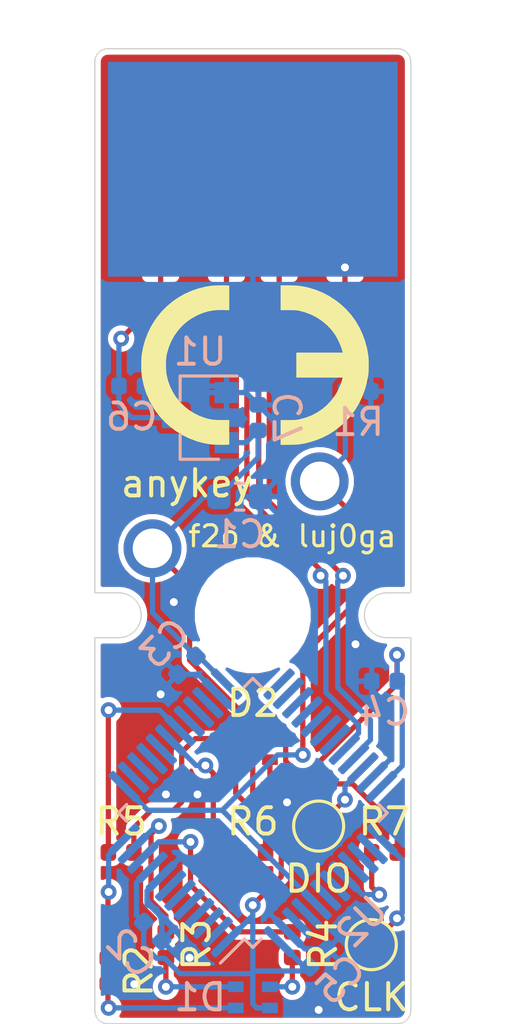
<source format=kicad_pcb>
(kicad_pcb (version 20171130) (host pcbnew 5.1.6)

  (general
    (thickness 1.6)
    (drawings 20)
    (tracks 233)
    (zones 0)
    (modules 23)
    (nets 48)
  )

  (page A4)
  (layers
    (0 F.Cu signal)
    (31 B.Cu signal)
    (32 B.Adhes user)
    (33 F.Adhes user)
    (34 B.Paste user)
    (35 F.Paste user)
    (36 B.SilkS user)
    (37 F.SilkS user)
    (38 B.Mask user)
    (39 F.Mask user)
    (40 Dwgs.User user)
    (41 Cmts.User user)
    (42 Eco1.User user)
    (43 Eco2.User user)
    (44 Edge.Cuts user)
    (45 Margin user)
    (46 B.CrtYd user)
    (47 F.CrtYd user)
    (48 B.Fab user)
    (49 F.Fab user)
  )

  (setup
    (last_trace_width 0.2)
    (trace_clearance 0.127)
    (zone_clearance 0.2)
    (zone_45_only no)
    (trace_min 0.2)
    (via_size 0.6)
    (via_drill 0.3)
    (via_min_size 0.6)
    (via_min_drill 0.3)
    (uvia_size 0.3)
    (uvia_drill 0.1)
    (uvias_allowed no)
    (uvia_min_size 0.2)
    (uvia_min_drill 0.1)
    (edge_width 0.05)
    (segment_width 0.2)
    (pcb_text_width 0.3)
    (pcb_text_size 1.5 1.5)
    (mod_edge_width 0.12)
    (mod_text_size 1 1)
    (mod_text_width 0.15)
    (pad_size 1.524 1.524)
    (pad_drill 0.762)
    (pad_to_mask_clearance 0.05)
    (aux_axis_origin 0 0)
    (visible_elements FFFDFF7F)
    (pcbplotparams
      (layerselection 0x010fc_ffffffff)
      (usegerberextensions true)
      (usegerberattributes true)
      (usegerberadvancedattributes true)
      (creategerberjobfile false)
      (excludeedgelayer true)
      (linewidth 0.100000)
      (plotframeref false)
      (viasonmask false)
      (mode 1)
      (useauxorigin false)
      (hpglpennumber 1)
      (hpglpenspeed 20)
      (hpglpendiameter 15.000000)
      (psnegative false)
      (psa4output false)
      (plotreference true)
      (plotvalue true)
      (plotinvisibletext false)
      (padsonsilk false)
      (subtractmaskfromsilk true)
      (outputformat 1)
      (mirror false)
      (drillshape 0)
      (scaleselection 1)
      (outputdirectory "gerber/"))
  )

  (net 0 "")
  (net 1 GND)
  (net 2 +3V3)
  (net 3 VBUS)
  (net 4 "Net-(D1-Pad4)")
  (net 5 "Net-(D1-Pad3)")
  (net 6 "Net-(D1-Pad1)")
  (net 7 "Net-(D2-Pad4)")
  (net 8 "Net-(D2-Pad3)")
  (net 9 "Net-(D2-Pad1)")
  (net 10 /D+)
  (net 11 /D-)
  (net 12 /BTN1)
  (net 13 /LED1_R)
  (net 14 /LED1_G)
  (net 15 /LED1_B)
  (net 16 /LED2_R)
  (net 17 /LED2_G)
  (net 18 /LED2_B)
  (net 19 /SWDIO)
  (net 20 /SWCLK)
  (net 21 "Net-(U2-Pad46)")
  (net 22 "Net-(U2-Pad45)")
  (net 23 "Net-(U2-Pad43)")
  (net 24 "Net-(U2-Pad42)")
  (net 25 "Net-(U2-Pad40)")
  (net 26 "Net-(U2-Pad39)")
  (net 27 "Net-(U2-Pad38)")
  (net 28 "Net-(U2-Pad31)")
  (net 29 "Net-(U2-Pad30)")
  (net 30 "Net-(U2-Pad29)")
  (net 31 "Net-(U2-Pad28)")
  (net 32 "Net-(U2-Pad27)")
  (net 33 "Net-(U2-Pad26)")
  (net 34 "Net-(U2-Pad25)")
  (net 35 "Net-(U2-Pad22)")
  (net 36 "Net-(U2-Pad21)")
  (net 37 "Net-(U2-Pad20)")
  (net 38 "Net-(U2-Pad17)")
  (net 39 "Net-(U2-Pad16)")
  (net 40 "Net-(U2-Pad15)")
  (net 41 "Net-(U2-Pad14)")
  (net 42 "Net-(U2-Pad7)")
  (net 43 "Net-(U2-Pad6)")
  (net 44 "Net-(U2-Pad5)")
  (net 45 "Net-(U2-Pad4)")
  (net 46 "Net-(U2-Pad3)")
  (net 47 "Net-(U2-Pad2)")

  (net_class Default "This is the default net class."
    (clearance 0.127)
    (trace_width 0.2)
    (via_dia 0.6)
    (via_drill 0.3)
    (uvia_dia 0.3)
    (uvia_drill 0.1)
    (add_net +3V3)
    (add_net /BTN1)
    (add_net /D+)
    (add_net /D-)
    (add_net /LED1_B)
    (add_net /LED1_G)
    (add_net /LED1_R)
    (add_net /LED2_B)
    (add_net /LED2_G)
    (add_net /LED2_R)
    (add_net /SWCLK)
    (add_net /SWDIO)
    (add_net GND)
    (add_net "Net-(D1-Pad1)")
    (add_net "Net-(D1-Pad3)")
    (add_net "Net-(D1-Pad4)")
    (add_net "Net-(D2-Pad1)")
    (add_net "Net-(D2-Pad3)")
    (add_net "Net-(D2-Pad4)")
    (add_net "Net-(U2-Pad14)")
    (add_net "Net-(U2-Pad15)")
    (add_net "Net-(U2-Pad16)")
    (add_net "Net-(U2-Pad17)")
    (add_net "Net-(U2-Pad2)")
    (add_net "Net-(U2-Pad20)")
    (add_net "Net-(U2-Pad21)")
    (add_net "Net-(U2-Pad22)")
    (add_net "Net-(U2-Pad25)")
    (add_net "Net-(U2-Pad26)")
    (add_net "Net-(U2-Pad27)")
    (add_net "Net-(U2-Pad28)")
    (add_net "Net-(U2-Pad29)")
    (add_net "Net-(U2-Pad3)")
    (add_net "Net-(U2-Pad30)")
    (add_net "Net-(U2-Pad31)")
    (add_net "Net-(U2-Pad38)")
    (add_net "Net-(U2-Pad39)")
    (add_net "Net-(U2-Pad4)")
    (add_net "Net-(U2-Pad40)")
    (add_net "Net-(U2-Pad42)")
    (add_net "Net-(U2-Pad43)")
    (add_net "Net-(U2-Pad45)")
    (add_net "Net-(U2-Pad46)")
    (add_net "Net-(U2-Pad5)")
    (add_net "Net-(U2-Pad6)")
    (add_net "Net-(U2-Pad7)")
    (add_net VBUS)
  )

  (module Symbol:CE-Logo_8.5x6mm_SilkScreen (layer F.Cu) (tedit 5F95E6E6) (tstamp 5F9645D2)
    (at 150 62)
    (descr "CE marking")
    (tags "Logo CE certification")
    (attr virtual)
    (fp_text reference C3 (at 0 0) (layer F.SilkS) hide
      (effects (font (size 1 1) (thickness 0.15)))
    )
    (fp_text value CE-Logo_8.5x6mm_SilkScreen (at 0.75 0) (layer F.Fab) hide
      (effects (font (size 1 1) (thickness 0.15)))
    )
    (fp_poly (pts (xy 1.061335 -2.083594) (xy 1.355685 -2.083305) (xy 1.45766 -2.08288) (xy 1.538315 -2.081592)
      (xy 1.602782 -2.079086) (xy 1.656194 -2.075004) (xy 1.703682 -2.068992) (xy 1.750381 -2.060692)
      (xy 1.784281 -2.053564) (xy 2.014121 -1.990246) (xy 2.233438 -1.903988) (xy 2.440469 -1.795991)
      (xy 2.63345 -1.667456) (xy 2.810621 -1.519582) (xy 2.970217 -1.35357) (xy 3.110477 -1.170621)
      (xy 3.135116 -1.133551) (xy 3.186914 -1.046598) (xy 3.239815 -0.94518) (xy 3.290834 -0.836134)
      (xy 3.336988 -0.726298) (xy 3.375295 -0.622512) (xy 3.402772 -0.531612) (xy 3.408866 -0.506016)
      (xy 3.418231 -0.463021) (xy 1.656649 -0.463021) (xy 1.656649 0.47625) (xy 3.418231 0.47625)
      (xy 3.408866 0.519244) (xy 3.383806 0.610611) (xy 3.346318 0.716469) (xy 3.299485 0.829878)
      (xy 3.246388 0.943892) (xy 3.19011 1.051569) (xy 3.133734 1.145967) (xy 3.124278 1.160319)
      (xy 2.980536 1.351791) (xy 2.819337 1.52363) (xy 2.64168 1.675163) (xy 2.448561 1.805719)
      (xy 2.240979 1.914624) (xy 2.019932 2.001206) (xy 1.786415 2.064794) (xy 1.780714 2.066021)
      (xy 1.728132 2.076622) (xy 1.679712 2.084513) (xy 1.630061 2.090078) (xy 1.573789 2.093702)
      (xy 1.505502 2.095769) (xy 1.419811 2.096664) (xy 1.349071 2.096799) (xy 1.061337 2.096776)
      (xy 1.061337 3.029479) (xy 1.349071 3.027762) (xy 1.441046 3.026709) (xy 1.530779 3.024766)
      (xy 1.612512 3.022126) (xy 1.680491 3.018981) (xy 1.728959 3.015526) (xy 1.736024 3.014789)
      (xy 1.961433 2.978594) (xy 2.193284 2.921376) (xy 2.425245 2.845284) (xy 2.650985 2.752465)
      (xy 2.864171 2.645068) (xy 2.919973 2.613135) (xy 3.083514 2.507667) (xy 3.249456 2.383545)
      (xy 3.411243 2.246431) (xy 3.56232 2.101982) (xy 3.69613 1.955859) (xy 3.732677 1.911607)
      (xy 3.893997 1.690012) (xy 4.035322 1.452378) (xy 4.155645 1.201089) (xy 4.253959 0.938532)
      (xy 4.329258 0.667092) (xy 4.380535 0.389155) (xy 4.38308 0.370416) (xy 4.390029 0.298751)
      (xy 4.394962 0.208046) (xy 4.397878 0.104923) (xy 4.398775 -0.003991) (xy 4.397651 -0.112075)
      (xy 4.394504 -0.212702) (xy 4.389332 -0.299248) (xy 4.383287 -0.357188) (xy 4.331331 -0.642106)
      (xy 4.256101 -0.917646) (xy 4.158279 -1.182191) (xy 4.038549 -1.434123) (xy 3.897594 -1.671823)
      (xy 3.736097 -1.893675) (xy 3.732677 -1.897921) (xy 3.55239 -2.100879) (xy 3.353248 -2.287344)
      (xy 3.137697 -2.455786) (xy 2.908185 -2.604675) (xy 2.667161 -2.732483) (xy 2.41707 -2.837678)
      (xy 2.160361 -2.918733) (xy 2.060051 -2.943231) (xy 1.93614 -2.969062) (xy 1.82097 -2.988408)
      (xy 1.70715 -3.002019) (xy 1.587285 -3.010644) (xy 1.453983 -3.015032) (xy 1.342457 -3.015992)
      (xy 1.061337 -3.01625) (xy 1.061335 -2.083594)) (layer F.SilkS) (width 0.01))
    (fp_poly (pts (xy -1.060813 -3.015685) (xy -0.99633 -3.014025) (xy -0.949697 -3.011055) (xy -0.929349 -3.007912)
      (xy -0.899583 -2.999935) (xy -0.899583 -2.07947) (xy -1.109119 -2.086741) (xy -1.318953 -2.086477)
      (xy -1.513141 -2.069618) (xy -1.69758 -2.034925) (xy -1.878168 -1.981161) (xy -2.060803 -1.907089)
      (xy -2.136511 -1.871121) (xy -2.317062 -1.772023) (xy -2.479702 -1.660674) (xy -2.632099 -1.531592)
      (xy -2.691378 -1.474295) (xy -2.848015 -1.299139) (xy -2.983527 -1.10848) (xy -3.097234 -0.903606)
      (xy -3.188456 -0.685807) (xy -3.256515 -0.456371) (xy -3.276674 -0.363803) (xy -3.288823 -0.279756)
      (xy -3.296934 -0.176766) (xy -3.301015 -0.062035) (xy -3.301074 0.057234) (xy -3.297116 0.173837)
      (xy -3.289149 0.280571) (xy -3.277181 0.370233) (xy -3.275943 0.377031) (xy -3.220089 0.605759)
      (xy -3.140701 0.823965) (xy -3.039069 1.030177) (xy -2.916478 1.222928) (xy -2.774219 1.400748)
      (xy -2.613579 1.562168) (xy -2.435845 1.705719) (xy -2.242307 1.829931) (xy -2.034252 1.933336)
      (xy -1.850763 2.002535) (xy -1.747623 2.034118) (xy -1.652893 2.058129) (xy -1.56013 2.075463)
      (xy -1.462894 2.087016) (xy -1.354742 2.09368) (xy -1.229233 2.096352) (xy -1.174089 2.096504)
      (xy -0.899583 2.096186) (xy -0.899583 3.013164) (xy -0.929349 3.021141) (xy -0.954749 3.024138)
      (xy -1.001744 3.026203) (xy -1.06549 3.027382) (xy -1.141142 3.027723) (xy -1.223854 3.027274)
      (xy -1.308783 3.026083) (xy -1.391083 3.024197) (xy -1.465909 3.021663) (xy -1.528417 3.018531)
      (xy -1.573762 3.014847) (xy -1.574271 3.014789) (xy -1.687271 2.998341) (xy -1.814872 2.973706)
      (xy -1.947338 2.943083) (xy -2.074934 2.908667) (xy -2.156016 2.883536) (xy -2.420553 2.782498)
      (xy -2.671277 2.659513) (xy -2.907195 2.515777) (xy -3.12732 2.352487) (xy -3.33066 2.170838)
      (xy -3.516227 1.972026) (xy -3.68303 1.757247) (xy -3.830079 1.527698) (xy -3.956385 1.284573)
      (xy -4.060958 1.02907) (xy -4.142808 0.762383) (xy -4.200945 0.485709) (xy -4.214162 0.396875)
      (xy -4.222618 0.312107) (xy -4.228437 0.208118) (xy -4.231618 0.092009) (xy -4.232161 -0.029113)
      (xy -4.230066 -0.148146) (xy -4.225334 -0.257986) (xy -4.217963 -0.351528) (xy -4.214162 -0.383646)
      (xy -4.163241 -0.666294) (xy -4.087795 -0.939386) (xy -3.988081 -1.202286) (xy -3.864354 -1.454363)
      (xy -3.716872 -1.694983) (xy -3.638048 -1.805782) (xy -3.45977 -2.023277) (xy -3.263767 -2.221656)
      (xy -3.051402 -2.400118) (xy -2.824041 -2.557867) (xy -2.583047 -2.694103) (xy -2.329787 -2.808029)
      (xy -2.065623 -2.898847) (xy -1.791921 -2.965759) (xy -1.60112 -2.997187) (xy -1.548646 -3.00251)
      (xy -1.479782 -3.00707) (xy -1.399419 -3.010788) (xy -1.31245 -3.013587) (xy -1.223764 -3.015388)
      (xy -1.138255 -3.016113) (xy -1.060813 -3.015685)) (layer F.SilkS) (width 0.01))
  )

  (module TestPoint:TestPoint_Pad_D1.5mm (layer F.Cu) (tedit 5A0F774F) (tstamp 5F92A952)
    (at 154.5 84 180)
    (descr "SMD pad as test Point, diameter 1.5mm")
    (tags "test point SMD pad")
    (path /5FCB2854)
    (attr virtual)
    (fp_text reference TP2 (at 0 -1.648) (layer F.SilkS) hide
      (effects (font (size 1 1) (thickness 0.15)))
    )
    (fp_text value SWCLK (at 0 1.75) (layer F.Fab)
      (effects (font (size 1 1) (thickness 0.15)))
    )
    (fp_circle (center 0 0) (end 1.25 0) (layer F.CrtYd) (width 0.05))
    (fp_circle (center 0 0) (end 0 0.95) (layer F.SilkS) (width 0.12))
    (fp_text user %R (at 0 -1.65) (layer F.Fab)
      (effects (font (size 1 1) (thickness 0.15)))
    )
    (pad 1 smd circle (at 0 0 180) (size 1.5 1.5) (layers F.Cu F.Mask)
      (net 20 /SWCLK))
  )

  (module TestPoint:TestPoint_Pad_D1.5mm (layer F.Cu) (tedit 5A0F774F) (tstamp 5F92A94A)
    (at 152.5 79.5 180)
    (descr "SMD pad as test Point, diameter 1.5mm")
    (tags "test point SMD pad")
    (path /5FCAA338)
    (attr virtual)
    (fp_text reference TP1 (at 0 -1.648) (layer F.SilkS) hide
      (effects (font (size 1 1) (thickness 0.15)))
    )
    (fp_text value SWDIO (at 0 1.75) (layer F.Fab)
      (effects (font (size 1 1) (thickness 0.15)))
    )
    (fp_circle (center 0 0) (end 1.25 0) (layer F.CrtYd) (width 0.05))
    (fp_circle (center 0 0) (end 0 0.95) (layer F.SilkS) (width 0.12))
    (fp_text user %R (at 0 -1.65) (layer F.Fab)
      (effects (font (size 1 1) (thickness 0.15)))
    )
    (pad 1 smd circle (at 0 0 180) (size 1.5 1.5) (layers F.Cu F.Mask)
      (net 19 /SWDIO))
  )

  (module Capacitor_SMD:C_0402_1005Metric (layer B.Cu) (tedit 5F947204) (tstamp 5F948C07)
    (at 155 74 180)
    (descr "Capacitor SMD 0402 (1005 Metric), square (rectangular) end terminal, IPC_7351 nominal, (Body size source: http://www.tortai-tech.com/upload/download/2011102023233369053.pdf), generated with kicad-footprint-generator")
    (tags capacitor)
    (path /5F892CC5)
    (attr smd)
    (fp_text reference C4 (at 0 -1.17 180) (layer B.SilkS)
      (effects (font (size 1 1) (thickness 0.15)) (justify mirror))
    )
    (fp_text value 100n (at 0 1.17 180) (layer B.Fab)
      (effects (font (size 1 1) (thickness 0.15)) (justify mirror))
    )
    (fp_line (start 0.93 -0.47) (end -0.93 -0.47) (layer B.CrtYd) (width 0.05))
    (fp_line (start 0.93 0.47) (end 0.93 -0.47) (layer B.CrtYd) (width 0.05))
    (fp_line (start -0.93 0.47) (end 0.93 0.47) (layer B.CrtYd) (width 0.05))
    (fp_line (start -0.93 -0.47) (end -0.93 0.47) (layer B.CrtYd) (width 0.05))
    (fp_line (start 0.5 -0.25) (end -0.5 -0.25) (layer B.Fab) (width 0.1))
    (fp_line (start 0.5 0.25) (end 0.5 -0.25) (layer B.Fab) (width 0.1))
    (fp_line (start -0.5 0.25) (end 0.5 0.25) (layer B.Fab) (width 0.1))
    (fp_line (start -0.5 -0.25) (end -0.5 0.25) (layer B.Fab) (width 0.1))
    (fp_text user %R (at 0 0 180) (layer B.Fab)
      (effects (font (size 0.25 0.25) (thickness 0.04)) (justify mirror))
    )
    (pad 2 smd roundrect (at 0.485 0 180) (size 0.59 0.64) (layers B.Cu B.Paste B.Mask) (roundrect_rratio 0.25)
      (net 1 GND))
    (pad 1 smd roundrect (at -0.485 0 180) (size 0.59 0.64) (layers B.Cu B.Paste B.Mask) (roundrect_rratio 0.25)
      (net 2 +3V3))
    (model ${KISYS3DMOD}/Capacitor_SMD.3dshapes/C_0402_1005Metric.wrl
      (at (xyz 0 0 0))
      (scale (xyz 1 1 1))
      (rotate (xyz 0 0 0))
    )
  )

  (module Button_Switch_Keyboard:SW_Cherry_MX_1.00u_PCB (layer F.Cu) (tedit 5F944CC9) (tstamp 5F92DCF2)
    (at 152.54 66.42)
    (descr "Cherry MX keyswitch, 1.00u, PCB mount, http://cherryamericas.com/wp-content/uploads/2014/12/mx_cat.pdf")
    (tags "Cherry MX keyswitch 1.00u PCB")
    (path /5F925207)
    (fp_text reference SW1 (at -2.54 -2.794) (layer F.SilkS) hide
      (effects (font (size 1 1) (thickness 0.15)))
    )
    (fp_text value MXxx-xxxx (at -2.54 12.954) (layer F.Fab)
      (effects (font (size 1 1) (thickness 0.15)))
    )
    (fp_line (start -8.89 -1.27) (end 3.81 -1.27) (layer F.Fab) (width 0.1))
    (fp_line (start 3.81 -1.27) (end 3.81 11.43) (layer F.Fab) (width 0.1))
    (fp_line (start 3.81 11.43) (end -8.89 11.43) (layer F.Fab) (width 0.1))
    (fp_line (start -8.89 11.43) (end -8.89 -1.27) (layer F.Fab) (width 0.1))
    (fp_line (start -9.14 11.68) (end -9.14 -1.52) (layer F.CrtYd) (width 0.05))
    (fp_line (start 4.06 11.68) (end -9.14 11.68) (layer F.CrtYd) (width 0.05))
    (fp_line (start 4.06 -1.52) (end 4.06 11.68) (layer F.CrtYd) (width 0.05))
    (fp_line (start -9.14 -1.52) (end 4.06 -1.52) (layer F.CrtYd) (width 0.05))
    (fp_line (start -12.065 -4.445) (end 6.985 -4.445) (layer Dwgs.User) (width 0.15))
    (fp_line (start 6.985 -4.445) (end 6.985 14.605) (layer Dwgs.User) (width 0.15))
    (fp_line (start 6.985 14.605) (end -12.065 14.605) (layer Dwgs.User) (width 0.15))
    (fp_line (start -12.065 14.605) (end -12.065 -4.445) (layer Dwgs.User) (width 0.15))
    (fp_text user %R (at -2.54 -2.794) (layer F.Fab)
      (effects (font (size 1 1) (thickness 0.15)))
    )
    (pad "" np_thru_hole circle (at -2.54 5.08) (size 4 4) (drill 4) (layers *.Cu *.Mask))
    (pad 2 thru_hole circle (at -6.35 2.54) (size 2.2 2.2) (drill 1.5) (layers *.Cu *.Mask)
      (net 2 +3V3))
    (pad 1 thru_hole circle (at 0 0) (size 2.2 2.2) (drill 1.5) (layers *.Cu *.Mask)
      (net 12 /BTN1))
    (model ${KISYS3DMOD}/Button_Switch_Keyboard.3dshapes/SW_Cherry_MX_1.00u_PCB.wrl
      (at (xyz 0 0 0))
      (scale (xyz 1 1 1))
      (rotate (xyz 0 0 0))
    )
  )

  (module Capacitor_SMD:C_0402_1005Metric (layer B.Cu) (tedit 5B301BBE) (tstamp 5F92C15E)
    (at 145.4 62.8)
    (descr "Capacitor SMD 0402 (1005 Metric), square (rectangular) end terminal, IPC_7351 nominal, (Body size source: http://www.tortai-tech.com/upload/download/2011102023233369053.pdf), generated with kicad-footprint-generator")
    (tags capacitor)
    (path /5F93753A)
    (attr smd)
    (fp_text reference C6 (at 0 1.17) (layer B.SilkS)
      (effects (font (size 1 1) (thickness 0.15)) (justify mirror))
    )
    (fp_text value 1u (at 0 -1.17) (layer B.Fab)
      (effects (font (size 1 1) (thickness 0.15)) (justify mirror))
    )
    (fp_line (start 0.93 -0.47) (end -0.93 -0.47) (layer B.CrtYd) (width 0.05))
    (fp_line (start 0.93 0.47) (end 0.93 -0.47) (layer B.CrtYd) (width 0.05))
    (fp_line (start -0.93 0.47) (end 0.93 0.47) (layer B.CrtYd) (width 0.05))
    (fp_line (start -0.93 -0.47) (end -0.93 0.47) (layer B.CrtYd) (width 0.05))
    (fp_line (start 0.5 -0.25) (end -0.5 -0.25) (layer B.Fab) (width 0.1))
    (fp_line (start 0.5 0.25) (end 0.5 -0.25) (layer B.Fab) (width 0.1))
    (fp_line (start -0.5 0.25) (end 0.5 0.25) (layer B.Fab) (width 0.1))
    (fp_line (start -0.5 -0.25) (end -0.5 0.25) (layer B.Fab) (width 0.1))
    (fp_text user %R (at 0 0) (layer B.Fab)
      (effects (font (size 0.25 0.25) (thickness 0.04)) (justify mirror))
    )
    (pad 2 smd roundrect (at 0.485 0) (size 0.59 0.64) (layers B.Cu B.Paste B.Mask) (roundrect_rratio 0.25)
      (net 1 GND))
    (pad 1 smd roundrect (at -0.485 0) (size 0.59 0.64) (layers B.Cu B.Paste B.Mask) (roundrect_rratio 0.25)
      (net 3 VBUS))
    (model ${KISYS3DMOD}/Capacitor_SMD.3dshapes/C_0402_1005Metric.wrl
      (at (xyz 0 0 0))
      (scale (xyz 1 1 1))
      (rotate (xyz 0 0 0))
    )
  )

  (module Package_QFP:LQFP-48_7x7mm_P0.5mm (layer B.Cu) (tedit 5D9F72AF) (tstamp 5F92E9DF)
    (at 150 79 45)
    (descr "LQFP, 48 Pin (https://www.analog.com/media/en/technical-documentation/data-sheets/ltc2358-16.pdf), generated with kicad-footprint-generator ipc_gullwing_generator.py")
    (tags "LQFP QFP")
    (path /5F878F8D)
    (attr smd)
    (fp_text reference U2 (at 0 5.85 45) (layer B.SilkS)
      (effects (font (size 1 1) (thickness 0.15)) (justify mirror))
    )
    (fp_text value STM32F072CBT6 (at 0 -5.85 45) (layer B.Fab)
      (effects (font (size 1 1) (thickness 0.15)) (justify mirror))
    )
    (fp_line (start 5.15 -3.15) (end 5.15 0) (layer B.CrtYd) (width 0.05))
    (fp_line (start 3.75 -3.15) (end 5.15 -3.15) (layer B.CrtYd) (width 0.05))
    (fp_line (start 3.75 -3.75) (end 3.75 -3.15) (layer B.CrtYd) (width 0.05))
    (fp_line (start 3.15 -3.75) (end 3.75 -3.75) (layer B.CrtYd) (width 0.05))
    (fp_line (start 3.15 -5.15) (end 3.15 -3.75) (layer B.CrtYd) (width 0.05))
    (fp_line (start 0 -5.15) (end 3.15 -5.15) (layer B.CrtYd) (width 0.05))
    (fp_line (start -5.15 -3.15) (end -5.15 0) (layer B.CrtYd) (width 0.05))
    (fp_line (start -3.75 -3.15) (end -5.15 -3.15) (layer B.CrtYd) (width 0.05))
    (fp_line (start -3.75 -3.75) (end -3.75 -3.15) (layer B.CrtYd) (width 0.05))
    (fp_line (start -3.15 -3.75) (end -3.75 -3.75) (layer B.CrtYd) (width 0.05))
    (fp_line (start -3.15 -5.15) (end -3.15 -3.75) (layer B.CrtYd) (width 0.05))
    (fp_line (start 0 -5.15) (end -3.15 -5.15) (layer B.CrtYd) (width 0.05))
    (fp_line (start 5.15 3.15) (end 5.15 0) (layer B.CrtYd) (width 0.05))
    (fp_line (start 3.75 3.15) (end 5.15 3.15) (layer B.CrtYd) (width 0.05))
    (fp_line (start 3.75 3.75) (end 3.75 3.15) (layer B.CrtYd) (width 0.05))
    (fp_line (start 3.15 3.75) (end 3.75 3.75) (layer B.CrtYd) (width 0.05))
    (fp_line (start 3.15 5.15) (end 3.15 3.75) (layer B.CrtYd) (width 0.05))
    (fp_line (start 0 5.15) (end 3.15 5.15) (layer B.CrtYd) (width 0.05))
    (fp_line (start -5.15 3.15) (end -5.15 0) (layer B.CrtYd) (width 0.05))
    (fp_line (start -3.75 3.15) (end -5.15 3.15) (layer B.CrtYd) (width 0.05))
    (fp_line (start -3.75 3.75) (end -3.75 3.15) (layer B.CrtYd) (width 0.05))
    (fp_line (start -3.15 3.75) (end -3.75 3.75) (layer B.CrtYd) (width 0.05))
    (fp_line (start -3.15 5.15) (end -3.15 3.75) (layer B.CrtYd) (width 0.05))
    (fp_line (start 0 5.15) (end -3.15 5.15) (layer B.CrtYd) (width 0.05))
    (fp_line (start -3.5 2.5) (end -2.5 3.5) (layer B.Fab) (width 0.1))
    (fp_line (start -3.5 -3.5) (end -3.5 2.5) (layer B.Fab) (width 0.1))
    (fp_line (start 3.5 -3.5) (end -3.5 -3.5) (layer B.Fab) (width 0.1))
    (fp_line (start 3.5 3.5) (end 3.5 -3.5) (layer B.Fab) (width 0.1))
    (fp_line (start -2.5 3.5) (end 3.5 3.5) (layer B.Fab) (width 0.1))
    (fp_line (start -3.61 3.16) (end -4.9 3.16) (layer B.SilkS) (width 0.12))
    (fp_line (start -3.61 3.61) (end -3.61 3.16) (layer B.SilkS) (width 0.12))
    (fp_line (start -3.16 3.61) (end -3.61 3.61) (layer B.SilkS) (width 0.12))
    (fp_line (start 3.61 3.61) (end 3.61 3.16) (layer B.SilkS) (width 0.12))
    (fp_line (start 3.16 3.61) (end 3.61 3.61) (layer B.SilkS) (width 0.12))
    (fp_line (start -3.61 -3.61) (end -3.61 -3.16) (layer B.SilkS) (width 0.12))
    (fp_line (start -3.16 -3.61) (end -3.61 -3.61) (layer B.SilkS) (width 0.12))
    (fp_line (start 3.61 -3.61) (end 3.61 -3.16) (layer B.SilkS) (width 0.12))
    (fp_line (start 3.16 -3.61) (end 3.61 -3.61) (layer B.SilkS) (width 0.12))
    (fp_text user %R (at 0 0 45) (layer B.Fab)
      (effects (font (size 1 1) (thickness 0.15)) (justify mirror))
    )
    (pad 48 smd roundrect (at -2.75 4.1625 45) (size 0.3 1.475) (layers B.Cu B.Paste B.Mask) (roundrect_rratio 0.25)
      (net 2 +3V3))
    (pad 47 smd roundrect (at -2.25 4.1625 45) (size 0.3 1.475) (layers B.Cu B.Paste B.Mask) (roundrect_rratio 0.25)
      (net 1 GND))
    (pad 46 smd roundrect (at -1.75 4.1625 45) (size 0.3 1.475) (layers B.Cu B.Paste B.Mask) (roundrect_rratio 0.25)
      (net 21 "Net-(U2-Pad46)"))
    (pad 45 smd roundrect (at -1.25 4.1625 45) (size 0.3 1.475) (layers B.Cu B.Paste B.Mask) (roundrect_rratio 0.25)
      (net 22 "Net-(U2-Pad45)"))
    (pad 44 smd roundrect (at -0.75 4.1625 45) (size 0.3 1.475) (layers B.Cu B.Paste B.Mask) (roundrect_rratio 0.25)
      (net 12 /BTN1))
    (pad 43 smd roundrect (at -0.25 4.1625 45) (size 0.3 1.475) (layers B.Cu B.Paste B.Mask) (roundrect_rratio 0.25)
      (net 23 "Net-(U2-Pad43)"))
    (pad 42 smd roundrect (at 0.25 4.1625 45) (size 0.3 1.475) (layers B.Cu B.Paste B.Mask) (roundrect_rratio 0.25)
      (net 24 "Net-(U2-Pad42)"))
    (pad 41 smd roundrect (at 0.75 4.1625 45) (size 0.3 1.475) (layers B.Cu B.Paste B.Mask) (roundrect_rratio 0.25)
      (net 18 /LED2_B))
    (pad 40 smd roundrect (at 1.25 4.1625 45) (size 0.3 1.475) (layers B.Cu B.Paste B.Mask) (roundrect_rratio 0.25)
      (net 25 "Net-(U2-Pad40)"))
    (pad 39 smd roundrect (at 1.75 4.1625 45) (size 0.3 1.475) (layers B.Cu B.Paste B.Mask) (roundrect_rratio 0.25)
      (net 26 "Net-(U2-Pad39)"))
    (pad 38 smd roundrect (at 2.25 4.1625 45) (size 0.3 1.475) (layers B.Cu B.Paste B.Mask) (roundrect_rratio 0.25)
      (net 27 "Net-(U2-Pad38)"))
    (pad 37 smd roundrect (at 2.75 4.1625 45) (size 0.3 1.475) (layers B.Cu B.Paste B.Mask) (roundrect_rratio 0.25)
      (net 20 /SWCLK))
    (pad 36 smd roundrect (at 4.1625 2.75 45) (size 1.475 0.3) (layers B.Cu B.Paste B.Mask) (roundrect_rratio 0.25)
      (net 2 +3V3))
    (pad 35 smd roundrect (at 4.1625 2.25 45) (size 1.475 0.3) (layers B.Cu B.Paste B.Mask) (roundrect_rratio 0.25)
      (net 1 GND))
    (pad 34 smd roundrect (at 4.1625 1.75 45) (size 1.475 0.3) (layers B.Cu B.Paste B.Mask) (roundrect_rratio 0.25)
      (net 19 /SWDIO))
    (pad 33 smd roundrect (at 4.1625 1.25 45) (size 1.475 0.3) (layers B.Cu B.Paste B.Mask) (roundrect_rratio 0.25)
      (net 10 /D+))
    (pad 32 smd roundrect (at 4.1625 0.75 45) (size 1.475 0.3) (layers B.Cu B.Paste B.Mask) (roundrect_rratio 0.25)
      (net 11 /D-))
    (pad 31 smd roundrect (at 4.1625 0.25 45) (size 1.475 0.3) (layers B.Cu B.Paste B.Mask) (roundrect_rratio 0.25)
      (net 28 "Net-(U2-Pad31)"))
    (pad 30 smd roundrect (at 4.1625 -0.25 45) (size 1.475 0.3) (layers B.Cu B.Paste B.Mask) (roundrect_rratio 0.25)
      (net 29 "Net-(U2-Pad30)"))
    (pad 29 smd roundrect (at 4.1625 -0.75 45) (size 1.475 0.3) (layers B.Cu B.Paste B.Mask) (roundrect_rratio 0.25)
      (net 30 "Net-(U2-Pad29)"))
    (pad 28 smd roundrect (at 4.1625 -1.25 45) (size 1.475 0.3) (layers B.Cu B.Paste B.Mask) (roundrect_rratio 0.25)
      (net 31 "Net-(U2-Pad28)"))
    (pad 27 smd roundrect (at 4.1625 -1.75 45) (size 1.475 0.3) (layers B.Cu B.Paste B.Mask) (roundrect_rratio 0.25)
      (net 32 "Net-(U2-Pad27)"))
    (pad 26 smd roundrect (at 4.1625 -2.25 45) (size 1.475 0.3) (layers B.Cu B.Paste B.Mask) (roundrect_rratio 0.25)
      (net 33 "Net-(U2-Pad26)"))
    (pad 25 smd roundrect (at 4.1625 -2.75 45) (size 1.475 0.3) (layers B.Cu B.Paste B.Mask) (roundrect_rratio 0.25)
      (net 34 "Net-(U2-Pad25)"))
    (pad 24 smd roundrect (at 2.75 -4.1625 45) (size 0.3 1.475) (layers B.Cu B.Paste B.Mask) (roundrect_rratio 0.25)
      (net 2 +3V3))
    (pad 23 smd roundrect (at 2.25 -4.1625 45) (size 0.3 1.475) (layers B.Cu B.Paste B.Mask) (roundrect_rratio 0.25)
      (net 1 GND))
    (pad 22 smd roundrect (at 1.75 -4.1625 45) (size 0.3 1.475) (layers B.Cu B.Paste B.Mask) (roundrect_rratio 0.25)
      (net 35 "Net-(U2-Pad22)"))
    (pad 21 smd roundrect (at 1.25 -4.1625 45) (size 0.3 1.475) (layers B.Cu B.Paste B.Mask) (roundrect_rratio 0.25)
      (net 36 "Net-(U2-Pad21)"))
    (pad 20 smd roundrect (at 0.75 -4.1625 45) (size 0.3 1.475) (layers B.Cu B.Paste B.Mask) (roundrect_rratio 0.25)
      (net 37 "Net-(U2-Pad20)"))
    (pad 19 smd roundrect (at 0.25 -4.1625 45) (size 0.3 1.475) (layers B.Cu B.Paste B.Mask) (roundrect_rratio 0.25)
      (net 16 /LED2_R))
    (pad 18 smd roundrect (at -0.25 -4.1625 45) (size 0.3 1.475) (layers B.Cu B.Paste B.Mask) (roundrect_rratio 0.25)
      (net 17 /LED2_G))
    (pad 17 smd roundrect (at -0.75 -4.1625 45) (size 0.3 1.475) (layers B.Cu B.Paste B.Mask) (roundrect_rratio 0.25)
      (net 38 "Net-(U2-Pad17)"))
    (pad 16 smd roundrect (at -1.25 -4.1625 45) (size 0.3 1.475) (layers B.Cu B.Paste B.Mask) (roundrect_rratio 0.25)
      (net 39 "Net-(U2-Pad16)"))
    (pad 15 smd roundrect (at -1.75 -4.1625 45) (size 0.3 1.475) (layers B.Cu B.Paste B.Mask) (roundrect_rratio 0.25)
      (net 40 "Net-(U2-Pad15)"))
    (pad 14 smd roundrect (at -2.25 -4.1625 45) (size 0.3 1.475) (layers B.Cu B.Paste B.Mask) (roundrect_rratio 0.25)
      (net 41 "Net-(U2-Pad14)"))
    (pad 13 smd roundrect (at -2.75 -4.1625 45) (size 0.3 1.475) (layers B.Cu B.Paste B.Mask) (roundrect_rratio 0.25)
      (net 12 /BTN1))
    (pad 12 smd roundrect (at -4.1625 -2.75 45) (size 1.475 0.3) (layers B.Cu B.Paste B.Mask) (roundrect_rratio 0.25)
      (net 13 /LED1_R))
    (pad 11 smd roundrect (at -4.1625 -2.25 45) (size 1.475 0.3) (layers B.Cu B.Paste B.Mask) (roundrect_rratio 0.25)
      (net 14 /LED1_G))
    (pad 10 smd roundrect (at -4.1625 -1.75 45) (size 1.475 0.3) (layers B.Cu B.Paste B.Mask) (roundrect_rratio 0.25)
      (net 15 /LED1_B))
    (pad 9 smd roundrect (at -4.1625 -1.25 45) (size 1.475 0.3) (layers B.Cu B.Paste B.Mask) (roundrect_rratio 0.25)
      (net 2 +3V3))
    (pad 8 smd roundrect (at -4.1625 -0.75 45) (size 1.475 0.3) (layers B.Cu B.Paste B.Mask) (roundrect_rratio 0.25)
      (net 1 GND))
    (pad 7 smd roundrect (at -4.1625 -0.25 45) (size 1.475 0.3) (layers B.Cu B.Paste B.Mask) (roundrect_rratio 0.25)
      (net 42 "Net-(U2-Pad7)"))
    (pad 6 smd roundrect (at -4.1625 0.25 45) (size 1.475 0.3) (layers B.Cu B.Paste B.Mask) (roundrect_rratio 0.25)
      (net 43 "Net-(U2-Pad6)"))
    (pad 5 smd roundrect (at -4.1625 0.75 45) (size 1.475 0.3) (layers B.Cu B.Paste B.Mask) (roundrect_rratio 0.25)
      (net 44 "Net-(U2-Pad5)"))
    (pad 4 smd roundrect (at -4.1625 1.25 45) (size 1.475 0.3) (layers B.Cu B.Paste B.Mask) (roundrect_rratio 0.25)
      (net 45 "Net-(U2-Pad4)"))
    (pad 3 smd roundrect (at -4.1625 1.75 45) (size 1.475 0.3) (layers B.Cu B.Paste B.Mask) (roundrect_rratio 0.25)
      (net 46 "Net-(U2-Pad3)"))
    (pad 2 smd roundrect (at -4.1625 2.25 45) (size 1.475 0.3) (layers B.Cu B.Paste B.Mask) (roundrect_rratio 0.25)
      (net 47 "Net-(U2-Pad2)"))
    (pad 1 smd roundrect (at -4.1625 2.75 45) (size 1.475 0.3) (layers B.Cu B.Paste B.Mask) (roundrect_rratio 0.25)
      (net 2 +3V3))
    (model ${KISYS3DMOD}/Package_QFP.3dshapes/LQFP-48_7x7mm_P0.5mm.wrl
      (at (xyz 0 0 0))
      (scale (xyz 1 1 1))
      (rotate (xyz 0 0 0))
    )
  )

  (module Package_TO_SOT_SMD:SOT-23 (layer B.Cu) (tedit 5A02FF57) (tstamp 5F92B4F1)
    (at 148 64 180)
    (descr "SOT-23, Standard")
    (tags SOT-23)
    (path /5FA01775)
    (attr smd)
    (fp_text reference U1 (at 0 2.5) (layer B.SilkS)
      (effects (font (size 1 1) (thickness 0.15)) (justify mirror))
    )
    (fp_text value XC6206P332MR (at 0 -2.5) (layer B.Fab)
      (effects (font (size 1 1) (thickness 0.15)) (justify mirror))
    )
    (fp_line (start -0.7 0.95) (end -0.7 -1.5) (layer B.Fab) (width 0.1))
    (fp_line (start -0.15 1.52) (end 0.7 1.52) (layer B.Fab) (width 0.1))
    (fp_line (start -0.7 0.95) (end -0.15 1.52) (layer B.Fab) (width 0.1))
    (fp_line (start 0.7 1.52) (end 0.7 -1.52) (layer B.Fab) (width 0.1))
    (fp_line (start -0.7 -1.52) (end 0.7 -1.52) (layer B.Fab) (width 0.1))
    (fp_line (start 0.76 -1.58) (end 0.76 -0.65) (layer B.SilkS) (width 0.12))
    (fp_line (start 0.76 1.58) (end 0.76 0.65) (layer B.SilkS) (width 0.12))
    (fp_line (start -1.7 1.75) (end 1.7 1.75) (layer B.CrtYd) (width 0.05))
    (fp_line (start 1.7 1.75) (end 1.7 -1.75) (layer B.CrtYd) (width 0.05))
    (fp_line (start 1.7 -1.75) (end -1.7 -1.75) (layer B.CrtYd) (width 0.05))
    (fp_line (start -1.7 -1.75) (end -1.7 1.75) (layer B.CrtYd) (width 0.05))
    (fp_line (start 0.76 1.58) (end -1.4 1.58) (layer B.SilkS) (width 0.12))
    (fp_line (start 0.76 -1.58) (end -0.7 -1.58) (layer B.SilkS) (width 0.12))
    (fp_text user %R (at 0 0 -90) (layer B.Fab)
      (effects (font (size 0.5 0.5) (thickness 0.075)) (justify mirror))
    )
    (pad 1 smd rect (at -1 0.95 180) (size 0.9 0.8) (layers B.Cu B.Paste B.Mask)
      (net 1 GND))
    (pad 2 smd rect (at -1 -0.95 180) (size 0.9 0.8) (layers B.Cu B.Paste B.Mask)
      (net 2 +3V3))
    (pad 3 smd rect (at 1 0 180) (size 0.9 0.8) (layers B.Cu B.Paste B.Mask)
      (net 3 VBUS))
    (model ${KISYS3DMOD}/Package_TO_SOT_SMD.3dshapes/SOT-23.wrl
      (at (xyz 0 0 0))
      (scale (xyz 1 1 1))
      (rotate (xyz 0 0 0))
    )
  )

  (module Resistor_SMD:R_0402_1005Metric (layer F.Cu) (tedit 5B301BBD) (tstamp 5F94E3FE)
    (at 155 80.5)
    (descr "Resistor SMD 0402 (1005 Metric), square (rectangular) end terminal, IPC_7351 nominal, (Body size source: http://www.tortai-tech.com/upload/download/2011102023233369053.pdf), generated with kicad-footprint-generator")
    (tags resistor)
    (path /5FDA0D19)
    (attr smd)
    (fp_text reference R7 (at 0 -1.17) (layer F.SilkS)
      (effects (font (size 1 1) (thickness 0.15)))
    )
    (fp_text value 1k (at 0 1.17) (layer F.Fab)
      (effects (font (size 1 1) (thickness 0.15)))
    )
    (fp_line (start 0.93 0.47) (end -0.93 0.47) (layer F.CrtYd) (width 0.05))
    (fp_line (start 0.93 -0.47) (end 0.93 0.47) (layer F.CrtYd) (width 0.05))
    (fp_line (start -0.93 -0.47) (end 0.93 -0.47) (layer F.CrtYd) (width 0.05))
    (fp_line (start -0.93 0.47) (end -0.93 -0.47) (layer F.CrtYd) (width 0.05))
    (fp_line (start 0.5 0.25) (end -0.5 0.25) (layer F.Fab) (width 0.1))
    (fp_line (start 0.5 -0.25) (end 0.5 0.25) (layer F.Fab) (width 0.1))
    (fp_line (start -0.5 -0.25) (end 0.5 -0.25) (layer F.Fab) (width 0.1))
    (fp_line (start -0.5 0.25) (end -0.5 -0.25) (layer F.Fab) (width 0.1))
    (fp_text user %R (at 0 0) (layer F.Fab)
      (effects (font (size 0.25 0.25) (thickness 0.04)))
    )
    (pad 2 smd roundrect (at 0.485 0) (size 0.59 0.64) (layers F.Cu F.Paste F.Mask) (roundrect_rratio 0.25)
      (net 8 "Net-(D2-Pad3)"))
    (pad 1 smd roundrect (at -0.485 0) (size 0.59 0.64) (layers F.Cu F.Paste F.Mask) (roundrect_rratio 0.25)
      (net 18 /LED2_B))
    (model ${KISYS3DMOD}/Resistor_SMD.3dshapes/R_0402_1005Metric.wrl
      (at (xyz 0 0 0))
      (scale (xyz 1 1 1))
      (rotate (xyz 0 0 0))
    )
  )

  (module Resistor_SMD:R_0402_1005Metric (layer F.Cu) (tedit 5B301BBD) (tstamp 5F94DEF7)
    (at 150 80.5)
    (descr "Resistor SMD 0402 (1005 Metric), square (rectangular) end terminal, IPC_7351 nominal, (Body size source: http://www.tortai-tech.com/upload/download/2011102023233369053.pdf), generated with kicad-footprint-generator")
    (tags resistor)
    (path /5FDA00DF)
    (attr smd)
    (fp_text reference R6 (at 0 -1.17) (layer F.SilkS)
      (effects (font (size 1 1) (thickness 0.15)))
    )
    (fp_text value 1k (at 0 1.17) (layer F.Fab)
      (effects (font (size 1 1) (thickness 0.15)))
    )
    (fp_line (start 0.93 0.47) (end -0.93 0.47) (layer F.CrtYd) (width 0.05))
    (fp_line (start 0.93 -0.47) (end 0.93 0.47) (layer F.CrtYd) (width 0.05))
    (fp_line (start -0.93 -0.47) (end 0.93 -0.47) (layer F.CrtYd) (width 0.05))
    (fp_line (start -0.93 0.47) (end -0.93 -0.47) (layer F.CrtYd) (width 0.05))
    (fp_line (start 0.5 0.25) (end -0.5 0.25) (layer F.Fab) (width 0.1))
    (fp_line (start 0.5 -0.25) (end 0.5 0.25) (layer F.Fab) (width 0.1))
    (fp_line (start -0.5 -0.25) (end 0.5 -0.25) (layer F.Fab) (width 0.1))
    (fp_line (start -0.5 0.25) (end -0.5 -0.25) (layer F.Fab) (width 0.1))
    (fp_text user %R (at 0 0) (layer F.Fab)
      (effects (font (size 0.25 0.25) (thickness 0.04)))
    )
    (pad 2 smd roundrect (at 0.485 0) (size 0.59 0.64) (layers F.Cu F.Paste F.Mask) (roundrect_rratio 0.25)
      (net 7 "Net-(D2-Pad4)"))
    (pad 1 smd roundrect (at -0.485 0) (size 0.59 0.64) (layers F.Cu F.Paste F.Mask) (roundrect_rratio 0.25)
      (net 17 /LED2_G))
    (model ${KISYS3DMOD}/Resistor_SMD.3dshapes/R_0402_1005Metric.wrl
      (at (xyz 0 0 0))
      (scale (xyz 1 1 1))
      (rotate (xyz 0 0 0))
    )
  )

  (module Resistor_SMD:R_0402_1005Metric (layer F.Cu) (tedit 5B301BBD) (tstamp 5F94E3A8)
    (at 145 80.5)
    (descr "Resistor SMD 0402 (1005 Metric), square (rectangular) end terminal, IPC_7351 nominal, (Body size source: http://www.tortai-tech.com/upload/download/2011102023233369053.pdf), generated with kicad-footprint-generator")
    (tags resistor)
    (path /5FD9D2CE)
    (attr smd)
    (fp_text reference R5 (at 0 -1.17) (layer F.SilkS)
      (effects (font (size 1 1) (thickness 0.15)))
    )
    (fp_text value 1k (at 0 1.17) (layer F.Fab)
      (effects (font (size 1 1) (thickness 0.15)))
    )
    (fp_line (start -0.5 0.25) (end -0.5 -0.25) (layer F.Fab) (width 0.1))
    (fp_line (start -0.5 -0.25) (end 0.5 -0.25) (layer F.Fab) (width 0.1))
    (fp_line (start 0.5 -0.25) (end 0.5 0.25) (layer F.Fab) (width 0.1))
    (fp_line (start 0.5 0.25) (end -0.5 0.25) (layer F.Fab) (width 0.1))
    (fp_line (start -0.93 0.47) (end -0.93 -0.47) (layer F.CrtYd) (width 0.05))
    (fp_line (start -0.93 -0.47) (end 0.93 -0.47) (layer F.CrtYd) (width 0.05))
    (fp_line (start 0.93 -0.47) (end 0.93 0.47) (layer F.CrtYd) (width 0.05))
    (fp_line (start 0.93 0.47) (end -0.93 0.47) (layer F.CrtYd) (width 0.05))
    (fp_text user %R (at 0 0) (layer F.Fab)
      (effects (font (size 0.25 0.25) (thickness 0.04)))
    )
    (pad 1 smd roundrect (at -0.485 0) (size 0.59 0.64) (layers F.Cu F.Paste F.Mask) (roundrect_rratio 0.25)
      (net 16 /LED2_R))
    (pad 2 smd roundrect (at 0.485 0) (size 0.59 0.64) (layers F.Cu F.Paste F.Mask) (roundrect_rratio 0.25)
      (net 9 "Net-(D2-Pad1)"))
    (model ${KISYS3DMOD}/Resistor_SMD.3dshapes/R_0402_1005Metric.wrl
      (at (xyz 0 0 0))
      (scale (xyz 1 1 1))
      (rotate (xyz 0 0 0))
    )
  )

  (module Resistor_SMD:R_0402_1005Metric (layer F.Cu) (tedit 5B301BBD) (tstamp 5F92A8FB)
    (at 151.5 84 270)
    (descr "Resistor SMD 0402 (1005 Metric), square (rectangular) end terminal, IPC_7351 nominal, (Body size source: http://www.tortai-tech.com/upload/download/2011102023233369053.pdf), generated with kicad-footprint-generator")
    (tags resistor)
    (path /5F9366E4)
    (attr smd)
    (fp_text reference R4 (at 0 -1.17 90) (layer F.SilkS)
      (effects (font (size 1 1) (thickness 0.15)))
    )
    (fp_text value 1k (at 0 1.17 90) (layer F.Fab)
      (effects (font (size 1 1) (thickness 0.15)))
    )
    (fp_line (start 0.93 0.47) (end -0.93 0.47) (layer F.CrtYd) (width 0.05))
    (fp_line (start 0.93 -0.47) (end 0.93 0.47) (layer F.CrtYd) (width 0.05))
    (fp_line (start -0.93 -0.47) (end 0.93 -0.47) (layer F.CrtYd) (width 0.05))
    (fp_line (start -0.93 0.47) (end -0.93 -0.47) (layer F.CrtYd) (width 0.05))
    (fp_line (start 0.5 0.25) (end -0.5 0.25) (layer F.Fab) (width 0.1))
    (fp_line (start 0.5 -0.25) (end 0.5 0.25) (layer F.Fab) (width 0.1))
    (fp_line (start -0.5 -0.25) (end 0.5 -0.25) (layer F.Fab) (width 0.1))
    (fp_line (start -0.5 0.25) (end -0.5 -0.25) (layer F.Fab) (width 0.1))
    (fp_text user %R (at 0 0 90) (layer F.Fab)
      (effects (font (size 0.25 0.25) (thickness 0.04)))
    )
    (pad 2 smd roundrect (at 0.485 0 270) (size 0.59 0.64) (layers F.Cu F.Paste F.Mask) (roundrect_rratio 0.25)
      (net 5 "Net-(D1-Pad3)"))
    (pad 1 smd roundrect (at -0.485 0 270) (size 0.59 0.64) (layers F.Cu F.Paste F.Mask) (roundrect_rratio 0.25)
      (net 15 /LED1_B))
    (model ${KISYS3DMOD}/Resistor_SMD.3dshapes/R_0402_1005Metric.wrl
      (at (xyz 0 0 0))
      (scale (xyz 1 1 1))
      (rotate (xyz 0 0 0))
    )
  )

  (module Resistor_SMD:R_0402_1005Metric (layer F.Cu) (tedit 5B301BBD) (tstamp 5F94C0D4)
    (at 146.7 84 270)
    (descr "Resistor SMD 0402 (1005 Metric), square (rectangular) end terminal, IPC_7351 nominal, (Body size source: http://www.tortai-tech.com/upload/download/2011102023233369053.pdf), generated with kicad-footprint-generator")
    (tags resistor)
    (path /5F935EFD)
    (attr smd)
    (fp_text reference R3 (at 0 -1.17 90) (layer F.SilkS)
      (effects (font (size 1 1) (thickness 0.15)))
    )
    (fp_text value 1k (at 0 1.17 90) (layer F.Fab)
      (effects (font (size 1 1) (thickness 0.15)))
    )
    (fp_line (start 0.93 0.47) (end -0.93 0.47) (layer F.CrtYd) (width 0.05))
    (fp_line (start 0.93 -0.47) (end 0.93 0.47) (layer F.CrtYd) (width 0.05))
    (fp_line (start -0.93 -0.47) (end 0.93 -0.47) (layer F.CrtYd) (width 0.05))
    (fp_line (start -0.93 0.47) (end -0.93 -0.47) (layer F.CrtYd) (width 0.05))
    (fp_line (start 0.5 0.25) (end -0.5 0.25) (layer F.Fab) (width 0.1))
    (fp_line (start 0.5 -0.25) (end 0.5 0.25) (layer F.Fab) (width 0.1))
    (fp_line (start -0.5 -0.25) (end 0.5 -0.25) (layer F.Fab) (width 0.1))
    (fp_line (start -0.5 0.25) (end -0.5 -0.25) (layer F.Fab) (width 0.1))
    (fp_text user %R (at 0 0 90) (layer F.Fab)
      (effects (font (size 0.25 0.25) (thickness 0.04)))
    )
    (pad 2 smd roundrect (at 0.485 0 270) (size 0.59 0.64) (layers F.Cu F.Paste F.Mask) (roundrect_rratio 0.25)
      (net 4 "Net-(D1-Pad4)"))
    (pad 1 smd roundrect (at -0.485 0 270) (size 0.59 0.64) (layers F.Cu F.Paste F.Mask) (roundrect_rratio 0.25)
      (net 14 /LED1_G))
    (model ${KISYS3DMOD}/Resistor_SMD.3dshapes/R_0402_1005Metric.wrl
      (at (xyz 0 0 0))
      (scale (xyz 1 1 1))
      (rotate (xyz 0 0 0))
    )
  )

  (module Resistor_SMD:R_0402_1005Metric (layer F.Cu) (tedit 5B301BBD) (tstamp 5F92A8DD)
    (at 144.5 85 270)
    (descr "Resistor SMD 0402 (1005 Metric), square (rectangular) end terminal, IPC_7351 nominal, (Body size source: http://www.tortai-tech.com/upload/download/2011102023233369053.pdf), generated with kicad-footprint-generator")
    (tags resistor)
    (path /5F9354AF)
    (attr smd)
    (fp_text reference R2 (at 0 -1.17 90) (layer F.SilkS)
      (effects (font (size 1 1) (thickness 0.15)))
    )
    (fp_text value 1k (at 0 1.17 90) (layer F.Fab)
      (effects (font (size 1 1) (thickness 0.15)))
    )
    (fp_line (start 0.93 0.47) (end -0.93 0.47) (layer F.CrtYd) (width 0.05))
    (fp_line (start 0.93 -0.47) (end 0.93 0.47) (layer F.CrtYd) (width 0.05))
    (fp_line (start -0.93 -0.47) (end 0.93 -0.47) (layer F.CrtYd) (width 0.05))
    (fp_line (start -0.93 0.47) (end -0.93 -0.47) (layer F.CrtYd) (width 0.05))
    (fp_line (start 0.5 0.25) (end -0.5 0.25) (layer F.Fab) (width 0.1))
    (fp_line (start 0.5 -0.25) (end 0.5 0.25) (layer F.Fab) (width 0.1))
    (fp_line (start -0.5 -0.25) (end 0.5 -0.25) (layer F.Fab) (width 0.1))
    (fp_line (start -0.5 0.25) (end -0.5 -0.25) (layer F.Fab) (width 0.1))
    (fp_text user %R (at 0 0 90) (layer F.Fab)
      (effects (font (size 0.25 0.25) (thickness 0.04)))
    )
    (pad 2 smd roundrect (at 0.485 0 270) (size 0.59 0.64) (layers F.Cu F.Paste F.Mask) (roundrect_rratio 0.25)
      (net 6 "Net-(D1-Pad1)"))
    (pad 1 smd roundrect (at -0.485 0 270) (size 0.59 0.64) (layers F.Cu F.Paste F.Mask) (roundrect_rratio 0.25)
      (net 13 /LED1_R))
    (model ${KISYS3DMOD}/Resistor_SMD.3dshapes/R_0402_1005Metric.wrl
      (at (xyz 0 0 0))
      (scale (xyz 1 1 1))
      (rotate (xyz 0 0 0))
    )
  )

  (module Resistor_SMD:R_0402_1005Metric (layer B.Cu) (tedit 5B301BBD) (tstamp 5F92A8CE)
    (at 154 63)
    (descr "Resistor SMD 0402 (1005 Metric), square (rectangular) end terminal, IPC_7351 nominal, (Body size source: http://www.tortai-tech.com/upload/download/2011102023233369053.pdf), generated with kicad-footprint-generator")
    (tags resistor)
    (path /5F905B31)
    (attr smd)
    (fp_text reference R1 (at 0 1.17) (layer B.SilkS)
      (effects (font (size 1 1) (thickness 0.15)) (justify mirror))
    )
    (fp_text value 10k (at 0 -1.17) (layer B.Fab)
      (effects (font (size 1 1) (thickness 0.15)) (justify mirror))
    )
    (fp_line (start 0.93 -0.47) (end -0.93 -0.47) (layer B.CrtYd) (width 0.05))
    (fp_line (start 0.93 0.47) (end 0.93 -0.47) (layer B.CrtYd) (width 0.05))
    (fp_line (start -0.93 0.47) (end 0.93 0.47) (layer B.CrtYd) (width 0.05))
    (fp_line (start -0.93 -0.47) (end -0.93 0.47) (layer B.CrtYd) (width 0.05))
    (fp_line (start 0.5 -0.25) (end -0.5 -0.25) (layer B.Fab) (width 0.1))
    (fp_line (start 0.5 0.25) (end 0.5 -0.25) (layer B.Fab) (width 0.1))
    (fp_line (start -0.5 0.25) (end 0.5 0.25) (layer B.Fab) (width 0.1))
    (fp_line (start -0.5 -0.25) (end -0.5 0.25) (layer B.Fab) (width 0.1))
    (fp_text user %R (at 0 0) (layer B.Fab)
      (effects (font (size 0.25 0.25) (thickness 0.04)) (justify mirror))
    )
    (pad 2 smd roundrect (at 0.485 0) (size 0.59 0.64) (layers B.Cu B.Paste B.Mask) (roundrect_rratio 0.25)
      (net 1 GND))
    (pad 1 smd roundrect (at -0.485 0) (size 0.59 0.64) (layers B.Cu B.Paste B.Mask) (roundrect_rratio 0.25)
      (net 12 /BTN1))
    (model ${KISYS3DMOD}/Resistor_SMD.3dshapes/R_0402_1005Metric.wrl
      (at (xyz 0 0 0))
      (scale (xyz 1 1 1))
      (rotate (xyz 0 0 0))
    )
  )

  (module anykey:USB_A_Plug_PCB (layer F.Cu) (tedit 5F8DF2F0) (tstamp 5F92A8BF)
    (at 150 50)
    (path /5F874047)
    (attr virtual)
    (fp_text reference J1 (at 0 10) (layer F.SilkS) hide
      (effects (font (size 1 1) (thickness 0.15)))
    )
    (fp_text value USB_A (at 0 -1) (layer F.Fab)
      (effects (font (size 1 1) (thickness 0.15)))
    )
    (fp_line (start -6 11.75) (end -6 0) (layer Dwgs.User) (width 0.12))
    (fp_line (start -6 0) (end 6 0) (layer Dwgs.User) (width 0.12))
    (fp_line (start 6 0) (end 6 11.75) (layer Dwgs.User) (width 0.12))
    (pad 1 connect rect (at -3.5 4.945) (size 1 7.41) (layers F.Cu F.Mask)
      (net 3 VBUS))
    (pad 2 connect rect (at -1 5.445) (size 1 6.41) (layers F.Cu F.Mask)
      (net 11 /D-))
    (pad 3 connect rect (at 1 5.445) (size 1 6.41) (layers F.Cu F.Mask)
      (net 10 /D+))
    (pad 4 connect rect (at 3.5 4.945) (size 1 7.41) (layers F.Cu F.Mask)
      (net 1 GND))
    (pad 5 connect rect (at 0 4.575) (size 11 8.15) (layers B.Cu B.Mask)
      (net 1 GND))
  )

  (module anykey:LED_MEIHUA_MHPA1515RGBDT (layer F.Cu) (tedit 5F906CA6) (tstamp 5F92A8B3)
    (at 150 76.58 180)
    (path /5FD938D9)
    (fp_text reference D2 (at 0 1.75) (layer F.SilkS)
      (effects (font (size 1 1) (thickness 0.15)))
    )
    (fp_text value MHPA1515RGBDT (at 0 -1.75) (layer F.Fab)
      (effects (font (size 1 1) (thickness 0.15)))
    )
    (fp_line (start -1 1) (end -1 -1) (layer F.CrtYd) (width 0.05))
    (fp_line (start 1 1) (end -1 1) (layer F.CrtYd) (width 0.05))
    (fp_line (start 1 -1) (end 1 1) (layer F.CrtYd) (width 0.05))
    (fp_line (start -1 -1) (end 1 -1) (layer F.CrtYd) (width 0.05))
    (fp_line (start -0.8 -0.75) (end 0.8 -0.75) (layer F.Fab) (width 0.1))
    (fp_line (start 0.8 -0.75) (end 0.8 0.45) (layer F.Fab) (width 0.1))
    (fp_line (start 0.5 0.75) (end -0.8 0.75) (layer F.Fab) (width 0.1))
    (fp_line (start -0.8 0.75) (end -0.8 -0.75) (layer F.Fab) (width 0.1))
    (fp_line (start 0.8 0.45) (end 0.5 0.75) (layer F.Fab) (width 0.1))
    (fp_text user %R (at 0 0) (layer F.Fab)
      (effects (font (size 0.3 0.3) (thickness 0.05)))
    )
    (pad 4 smd rect (at 0.65 -0.4 180) (size 0.6 0.4) (layers F.Cu F.Paste F.Mask)
      (net 7 "Net-(D2-Pad4)"))
    (pad 3 smd rect (at -0.65 -0.4 180) (size 0.6 0.4) (layers F.Cu F.Paste F.Mask)
      (net 8 "Net-(D2-Pad3)"))
    (pad 2 smd rect (at -0.65 0.4 180) (size 0.6 0.4) (layers F.Cu F.Paste F.Mask)
      (net 2 +3V3))
    (pad 1 smd rect (at 0.65 0.4 180) (size 0.6 0.4) (layers F.Cu F.Paste F.Mask)
      (net 9 "Net-(D2-Pad1)"))
  )

  (module anykey:LED_MEIHUA_MHPA1515RGBDT (layer B.Cu) (tedit 5F906CA6) (tstamp 5F92EFD8)
    (at 150 86 180)
    (path /5F998A03)
    (fp_text reference D1 (at 2 0) (layer B.SilkS)
      (effects (font (size 1 1) (thickness 0.15)) (justify mirror))
    )
    (fp_text value MHPA1515RGBDT (at 0 1.75) (layer B.Fab)
      (effects (font (size 1 1) (thickness 0.15)) (justify mirror))
    )
    (fp_line (start -1 -1) (end -1 1) (layer B.CrtYd) (width 0.05))
    (fp_line (start 1 -1) (end -1 -1) (layer B.CrtYd) (width 0.05))
    (fp_line (start 1 1) (end 1 -1) (layer B.CrtYd) (width 0.05))
    (fp_line (start -1 1) (end 1 1) (layer B.CrtYd) (width 0.05))
    (fp_line (start -0.8 0.75) (end 0.8 0.75) (layer B.Fab) (width 0.1))
    (fp_line (start 0.8 0.75) (end 0.8 -0.45) (layer B.Fab) (width 0.1))
    (fp_line (start 0.5 -0.75) (end -0.8 -0.75) (layer B.Fab) (width 0.1))
    (fp_line (start -0.8 -0.75) (end -0.8 0.75) (layer B.Fab) (width 0.1))
    (fp_line (start 0.8 -0.45) (end 0.5 -0.75) (layer B.Fab) (width 0.1))
    (fp_text user %R (at 0 0) (layer B.Fab)
      (effects (font (size 0.3 0.3) (thickness 0.05)) (justify mirror))
    )
    (pad 4 smd rect (at 0.65 0.4 180) (size 0.6 0.4) (layers B.Cu B.Paste B.Mask)
      (net 4 "Net-(D1-Pad4)"))
    (pad 3 smd rect (at -0.65 0.4 180) (size 0.6 0.4) (layers B.Cu B.Paste B.Mask)
      (net 5 "Net-(D1-Pad3)"))
    (pad 2 smd rect (at -0.65 -0.4 180) (size 0.6 0.4) (layers B.Cu B.Paste B.Mask)
      (net 2 +3V3))
    (pad 1 smd rect (at 0.65 -0.4 180) (size 0.6 0.4) (layers B.Cu B.Paste B.Mask)
      (net 6 "Net-(D1-Pad1)"))
  )

  (module Capacitor_SMD:C_0402_1005Metric (layer B.Cu) (tedit 5B301BBE) (tstamp 5F92A88F)
    (at 150.2 64 90)
    (descr "Capacitor SMD 0402 (1005 Metric), square (rectangular) end terminal, IPC_7351 nominal, (Body size source: http://www.tortai-tech.com/upload/download/2011102023233369053.pdf), generated with kicad-footprint-generator")
    (tags capacitor)
    (path /5F9081DC)
    (attr smd)
    (fp_text reference C7 (at 0 1.17 -90) (layer B.SilkS)
      (effects (font (size 1 1) (thickness 0.15)) (justify mirror))
    )
    (fp_text value 1u (at 0 -1.17 -90) (layer B.Fab)
      (effects (font (size 1 1) (thickness 0.15)) (justify mirror))
    )
    (fp_line (start -0.5 -0.25) (end -0.5 0.25) (layer B.Fab) (width 0.1))
    (fp_line (start -0.5 0.25) (end 0.5 0.25) (layer B.Fab) (width 0.1))
    (fp_line (start 0.5 0.25) (end 0.5 -0.25) (layer B.Fab) (width 0.1))
    (fp_line (start 0.5 -0.25) (end -0.5 -0.25) (layer B.Fab) (width 0.1))
    (fp_line (start -0.93 -0.47) (end -0.93 0.47) (layer B.CrtYd) (width 0.05))
    (fp_line (start -0.93 0.47) (end 0.93 0.47) (layer B.CrtYd) (width 0.05))
    (fp_line (start 0.93 0.47) (end 0.93 -0.47) (layer B.CrtYd) (width 0.05))
    (fp_line (start 0.93 -0.47) (end -0.93 -0.47) (layer B.CrtYd) (width 0.05))
    (fp_text user %R (at 0 0 -90) (layer B.Fab)
      (effects (font (size 0.25 0.25) (thickness 0.04)) (justify mirror))
    )
    (pad 1 smd roundrect (at -0.485 0 90) (size 0.59 0.64) (layers B.Cu B.Paste B.Mask) (roundrect_rratio 0.25)
      (net 2 +3V3))
    (pad 2 smd roundrect (at 0.485 0 90) (size 0.59 0.64) (layers B.Cu B.Paste B.Mask) (roundrect_rratio 0.25)
      (net 1 GND))
    (model ${KISYS3DMOD}/Capacitor_SMD.3dshapes/C_0402_1005Metric.wrl
      (at (xyz 0 0 0))
      (scale (xyz 1 1 1))
      (rotate (xyz 0 0 0))
    )
  )

  (module Capacitor_SMD:C_0402_1005Metric (layer B.Cu) (tedit 5B301BBE) (tstamp 5F94A36C)
    (at 152.5 84.5 45)
    (descr "Capacitor SMD 0402 (1005 Metric), square (rectangular) end terminal, IPC_7351 nominal, (Body size source: http://www.tortai-tech.com/upload/download/2011102023233369053.pdf), generated with kicad-footprint-generator")
    (tags capacitor)
    (path /5F8989CC)
    (attr smd)
    (fp_text reference C5 (at 0 1.17 45) (layer B.SilkS)
      (effects (font (size 1 1) (thickness 0.15)) (justify mirror))
    )
    (fp_text value 100n (at 0 -1.17 45) (layer B.Fab)
      (effects (font (size 1 1) (thickness 0.15)) (justify mirror))
    )
    (fp_line (start -0.5 -0.25) (end -0.5 0.25) (layer B.Fab) (width 0.1))
    (fp_line (start -0.5 0.25) (end 0.5 0.25) (layer B.Fab) (width 0.1))
    (fp_line (start 0.5 0.25) (end 0.5 -0.25) (layer B.Fab) (width 0.1))
    (fp_line (start 0.5 -0.25) (end -0.5 -0.25) (layer B.Fab) (width 0.1))
    (fp_line (start -0.93 -0.47) (end -0.93 0.47) (layer B.CrtYd) (width 0.05))
    (fp_line (start -0.93 0.47) (end 0.93 0.47) (layer B.CrtYd) (width 0.05))
    (fp_line (start 0.93 0.47) (end 0.93 -0.47) (layer B.CrtYd) (width 0.05))
    (fp_line (start 0.93 -0.47) (end -0.93 -0.47) (layer B.CrtYd) (width 0.05))
    (fp_text user %R (at 0 0 45) (layer B.Fab)
      (effects (font (size 0.25 0.25) (thickness 0.04)) (justify mirror))
    )
    (pad 1 smd roundrect (at -0.485 0 45) (size 0.59 0.64) (layers B.Cu B.Paste B.Mask) (roundrect_rratio 0.25)
      (net 2 +3V3))
    (pad 2 smd roundrect (at 0.485 0 45) (size 0.59 0.64) (layers B.Cu B.Paste B.Mask) (roundrect_rratio 0.25)
      (net 1 GND))
    (model ${KISYS3DMOD}/Capacitor_SMD.3dshapes/C_0402_1005Metric.wrl
      (at (xyz 0 0 0))
      (scale (xyz 1 1 1))
      (rotate (xyz 0 0 0))
    )
  )

  (module Capacitor_SMD:C_0402_1005Metric (layer B.Cu) (tedit 5B301BBE) (tstamp 5F92A853)
    (at 147.5 73.4 225)
    (descr "Capacitor SMD 0402 (1005 Metric), square (rectangular) end terminal, IPC_7351 nominal, (Body size source: http://www.tortai-tech.com/upload/download/2011102023233369053.pdf), generated with kicad-footprint-generator")
    (tags capacitor)
    (path /5F893113)
    (attr smd)
    (fp_text reference C3 (at 0 1.17 45) (layer B.SilkS)
      (effects (font (size 1 1) (thickness 0.15)) (justify mirror))
    )
    (fp_text value 100n (at 0 -1.17 45) (layer B.Fab)
      (effects (font (size 1 1) (thickness 0.15)) (justify mirror))
    )
    (fp_line (start -0.5 -0.25) (end -0.5 0.25) (layer B.Fab) (width 0.1))
    (fp_line (start -0.5 0.25) (end 0.5 0.25) (layer B.Fab) (width 0.1))
    (fp_line (start 0.5 0.25) (end 0.5 -0.25) (layer B.Fab) (width 0.1))
    (fp_line (start 0.5 -0.25) (end -0.5 -0.25) (layer B.Fab) (width 0.1))
    (fp_line (start -0.93 -0.47) (end -0.93 0.47) (layer B.CrtYd) (width 0.05))
    (fp_line (start -0.93 0.47) (end 0.93 0.47) (layer B.CrtYd) (width 0.05))
    (fp_line (start 0.93 0.47) (end 0.93 -0.47) (layer B.CrtYd) (width 0.05))
    (fp_line (start 0.93 -0.47) (end -0.93 -0.47) (layer B.CrtYd) (width 0.05))
    (fp_text user %R (at 0 0 45) (layer B.Fab)
      (effects (font (size 0.25 0.25) (thickness 0.04)) (justify mirror))
    )
    (pad 1 smd roundrect (at -0.485 0 225) (size 0.59 0.64) (layers B.Cu B.Paste B.Mask) (roundrect_rratio 0.25)
      (net 2 +3V3))
    (pad 2 smd roundrect (at 0.485 0 225) (size 0.59 0.64) (layers B.Cu B.Paste B.Mask) (roundrect_rratio 0.25)
      (net 1 GND))
    (model ${KISYS3DMOD}/Capacitor_SMD.3dshapes/C_0402_1005Metric.wrl
      (at (xyz 0 0 0))
      (scale (xyz 1 1 1))
      (rotate (xyz 0 0 0))
    )
  )

  (module Capacitor_SMD:C_0402_1005Metric (layer B.Cu) (tedit 5B301BBE) (tstamp 5F92A844)
    (at 146.2 83.5 315)
    (descr "Capacitor SMD 0402 (1005 Metric), square (rectangular) end terminal, IPC_7351 nominal, (Body size source: http://www.tortai-tech.com/upload/download/2011102023233369053.pdf), generated with kicad-footprint-generator")
    (tags capacitor)
    (path /5F89352A)
    (attr smd)
    (fp_text reference C2 (at 0 1.17 135) (layer B.SilkS)
      (effects (font (size 1 1) (thickness 0.15)) (justify mirror))
    )
    (fp_text value 100n (at 0 -1.17 135) (layer B.Fab)
      (effects (font (size 1 1) (thickness 0.15)) (justify mirror))
    )
    (fp_line (start 0.93 -0.47) (end -0.93 -0.47) (layer B.CrtYd) (width 0.05))
    (fp_line (start 0.93 0.47) (end 0.93 -0.47) (layer B.CrtYd) (width 0.05))
    (fp_line (start -0.93 0.47) (end 0.93 0.47) (layer B.CrtYd) (width 0.05))
    (fp_line (start -0.93 -0.47) (end -0.93 0.47) (layer B.CrtYd) (width 0.05))
    (fp_line (start 0.5 -0.25) (end -0.5 -0.25) (layer B.Fab) (width 0.1))
    (fp_line (start 0.5 0.25) (end 0.5 -0.25) (layer B.Fab) (width 0.1))
    (fp_line (start -0.5 0.25) (end 0.5 0.25) (layer B.Fab) (width 0.1))
    (fp_line (start -0.5 -0.25) (end -0.5 0.25) (layer B.Fab) (width 0.1))
    (fp_text user %R (at 0 0 135) (layer B.Fab)
      (effects (font (size 0.25 0.25) (thickness 0.04)) (justify mirror))
    )
    (pad 2 smd roundrect (at 0.485 0 315) (size 0.59 0.64) (layers B.Cu B.Paste B.Mask) (roundrect_rratio 0.25)
      (net 1 GND))
    (pad 1 smd roundrect (at -0.485 0 315) (size 0.59 0.64) (layers B.Cu B.Paste B.Mask) (roundrect_rratio 0.25)
      (net 2 +3V3))
    (model ${KISYS3DMOD}/Capacitor_SMD.3dshapes/C_0402_1005Metric.wrl
      (at (xyz 0 0 0))
      (scale (xyz 1 1 1))
      (rotate (xyz 0 0 0))
    )
  )

  (module Capacitor_SMD:C_0603_1608Metric (layer B.Cu) (tedit 5B301BBE) (tstamp 5F92BBAC)
    (at 149.5 67)
    (descr "Capacitor SMD 0603 (1608 Metric), square (rectangular) end terminal, IPC_7351 nominal, (Body size source: http://www.tortai-tech.com/upload/download/2011102023233369053.pdf), generated with kicad-footprint-generator")
    (tags capacitor)
    (path /5F898D1B)
    (attr smd)
    (fp_text reference C1 (at 0 1.43) (layer B.SilkS)
      (effects (font (size 1 1) (thickness 0.15)) (justify mirror))
    )
    (fp_text value 10u (at 0 -1.43) (layer B.Fab)
      (effects (font (size 1 1) (thickness 0.15)) (justify mirror))
    )
    (fp_line (start 1.48 -0.73) (end -1.48 -0.73) (layer B.CrtYd) (width 0.05))
    (fp_line (start 1.48 0.73) (end 1.48 -0.73) (layer B.CrtYd) (width 0.05))
    (fp_line (start -1.48 0.73) (end 1.48 0.73) (layer B.CrtYd) (width 0.05))
    (fp_line (start -1.48 -0.73) (end -1.48 0.73) (layer B.CrtYd) (width 0.05))
    (fp_line (start -0.162779 -0.51) (end 0.162779 -0.51) (layer B.SilkS) (width 0.12))
    (fp_line (start -0.162779 0.51) (end 0.162779 0.51) (layer B.SilkS) (width 0.12))
    (fp_line (start 0.8 -0.4) (end -0.8 -0.4) (layer B.Fab) (width 0.1))
    (fp_line (start 0.8 0.4) (end 0.8 -0.4) (layer B.Fab) (width 0.1))
    (fp_line (start -0.8 0.4) (end 0.8 0.4) (layer B.Fab) (width 0.1))
    (fp_line (start -0.8 -0.4) (end -0.8 0.4) (layer B.Fab) (width 0.1))
    (fp_text user %R (at 0 0) (layer B.Fab)
      (effects (font (size 0.4 0.4) (thickness 0.06)) (justify mirror))
    )
    (pad 2 smd roundrect (at 0.7875 0) (size 0.875 0.95) (layers B.Cu B.Paste B.Mask) (roundrect_rratio 0.25)
      (net 1 GND))
    (pad 1 smd roundrect (at -0.7875 0) (size 0.875 0.95) (layers B.Cu B.Paste B.Mask) (roundrect_rratio 0.25)
      (net 2 +3V3))
    (model ${KISYS3DMOD}/Capacitor_SMD.3dshapes/C_0603_1608Metric.wrl
      (at (xyz 0 0 0))
      (scale (xyz 1 1 1))
      (rotate (xyz 0 0 0))
    )
  )

  (gr_arc (start 155.5 86.5) (end 155.5 87) (angle -90) (layer Edge.Cuts) (width 0.05))
  (gr_arc (start 144.5 86.5) (end 144 86.5) (angle -90) (layer Edge.Cuts) (width 0.05))
  (gr_arc (start 155.5 50.5) (end 156 50.5) (angle -90) (layer Edge.Cuts) (width 0.05))
  (gr_arc (start 144.5 50.5) (end 144.5 50) (angle -90) (layer Edge.Cuts) (width 0.05))
  (gr_text "f2o & luj0ga" (at 151.5 68.5) (layer F.SilkS)
    (effects (font (size 0.8 0.8) (thickness 0.12)))
  )
  (gr_text anykey (at 147.5 66.5) (layer F.SilkS)
    (effects (font (size 1 1) (thickness 0.15)))
  )
  (gr_text CLK (at 154.5 86) (layer F.SilkS)
    (effects (font (size 1 1) (thickness 0.15)))
  )
  (gr_text DIO (at 152.5 81.5) (layer F.SilkS)
    (effects (font (size 1 1) (thickness 0.15)))
  )
  (gr_line (start 156 86.5) (end 156 72.3509) (layer Edge.Cuts) (width 0.05) (tstamp 5F945670))
  (gr_line (start 144 86.5) (end 144 72.3509) (layer Edge.Cuts) (width 0.05) (tstamp 5F945664))
  (gr_line (start 144.92 72.3509) (end 144 72.3509) (layer Edge.Cuts) (width 0.05))
  (gr_line (start 144.92 70.6491) (end 144 70.6491) (layer Edge.Cuts) (width 0.05))
  (gr_line (start 155.08 72.3509) (end 156 72.3509) (layer Edge.Cuts) (width 0.05))
  (gr_line (start 155.08 70.6491) (end 156 70.6491) (layer Edge.Cuts) (width 0.05))
  (gr_arc (start 155.08 71.5) (end 155.08 70.6491) (angle -180) (layer Edge.Cuts) (width 0.05) (tstamp 5F94560D))
  (gr_arc (start 144.92 71.5) (end 144.92 72.3509) (angle -180) (layer Edge.Cuts) (width 0.05))
  (gr_line (start 144.5 87) (end 155.5 87) (layer Edge.Cuts) (width 0.05) (tstamp 5F92F1E1))
  (gr_line (start 156 50.5) (end 156 70.6491) (layer Edge.Cuts) (width 0.05))
  (gr_line (start 144.5 50) (end 155.5 50) (layer Edge.Cuts) (width 0.05))
  (gr_line (start 144 70.6491) (end 144 50.5) (layer Edge.Cuts) (width 0.05))

  (via (at 153.5 58.3) (size 0.6) (drill 0.3) (layers F.Cu B.Cu) (net 1))
  (segment (start 148.75 62.8) (end 149 63.05) (width 0.2) (layer B.Cu) (net 1))
  (segment (start 145.885 62.8) (end 148.75 62.8) (width 0.2) (layer B.Cu) (net 1))
  (segment (start 149.735 63.05) (end 150.2 63.515) (width 0.2) (layer B.Cu) (net 1))
  (segment (start 149 63.05) (end 149.735 63.05) (width 0.2) (layer B.Cu) (net 1))
  (segment (start 150.82001 66.46749) (end 150.82001 64.13501) (width 0.2) (layer B.Cu) (net 1))
  (segment (start 150.82001 64.13501) (end 150.2 63.515) (width 0.2) (layer B.Cu) (net 1))
  (segment (start 150.2875 67) (end 150.82001 66.46749) (width 0.2) (layer B.Cu) (net 1))
  (segment (start 145.98339 81.95595) (end 146.526338 81.413002) (width 0.2) (layer B.Cu) (net 1))
  (segment (start 145.98339 82.337316) (end 145.98339 81.95595) (width 0.2) (layer B.Cu) (net 1))
  (segment (start 146.542947 82.896873) (end 145.98339 82.337316) (width 0.2) (layer B.Cu) (net 1))
  (segment (start 146.542947 83.842947) (end 146.542947 82.896873) (width 0.2) (layer B.Cu) (net 1))
  (segment (start 147.924927 73.742947) (end 148.647658 74.465678) (width 0.2) (layer B.Cu) (net 1))
  (segment (start 147.157053 73.742947) (end 147.924927 73.742947) (width 0.2) (layer B.Cu) (net 1))
  (segment (start 154.515 74.32) (end 155.27498 75.07998) (width 0.2) (layer B.Cu) (net 1))
  (segment (start 154.515 74) (end 154.515 74.32) (width 0.2) (layer B.Cu) (net 1))
  (segment (start 155.27498 76.907) (end 154.534322 77.647658) (width 0.2) (layer B.Cu) (net 1))
  (segment (start 155.27498 75.07998) (end 155.27498 76.907) (width 0.2) (layer B.Cu) (net 1))
  (segment (start 151.975073 84.157053) (end 152.842947 84.157053) (width 0.2) (layer B.Cu) (net 1))
  (segment (start 151.352342 83.534322) (end 151.975073 84.157053) (width 0.2) (layer B.Cu) (net 1))
  (segment (start 146.542947 83.842947) (end 147.2 84.5) (width 0.2) (layer B.Cu) (net 1))
  (via (at 147.6 84.5) (size 0.6) (drill 0.3) (layers F.Cu B.Cu) (net 1))
  (segment (start 147.2 84.5) (end 147.6 84.5) (width 0.2) (layer B.Cu) (net 1))
  (segment (start 151.7875 68.5) (end 150.2875 67) (width 0.2) (layer B.Cu) (net 1))
  (segment (start 153.1 68.5) (end 151.7875 68.5) (width 0.2) (layer B.Cu) (net 1))
  (via (at 152.5 86.475) (size 0.6) (drill 0.3) (layers F.Cu B.Cu) (net 1))
  (segment (start 149.575 86.475) (end 152.5 86.475) (width 0.2) (layer F.Cu) (net 1))
  (segment (start 147.6 84.5) (end 149.575 86.475) (width 0.2) (layer F.Cu) (net 1))
  (segment (start 152.842947 86.132053) (end 152.842947 84.157053) (width 0.2) (layer B.Cu) (net 1))
  (segment (start 152.5 86.475) (end 152.842947 86.132053) (width 0.2) (layer B.Cu) (net 1))
  (via (at 147 71) (size 0.6) (drill 0.3) (layers F.Cu B.Cu) (net 1))
  (segment (start 150.2875 67.7125) (end 147 71) (width 0.2) (layer B.Cu) (net 1))
  (segment (start 150.2875 67) (end 150.2875 67.7125) (width 0.2) (layer B.Cu) (net 1))
  (via (at 146.5 74.5) (size 0.6) (drill 0.3) (layers F.Cu B.Cu) (net 1))
  (segment (start 146.5 71.5) (end 146.5 74.5) (width 0.2) (layer F.Cu) (net 1))
  (segment (start 147 71) (end 146.5 71.5) (width 0.2) (layer F.Cu) (net 1))
  (segment (start 146.5 74.4) (end 147.157053 73.742947) (width 0.2) (layer B.Cu) (net 1))
  (segment (start 146.5 74.5) (end 146.5 74.4) (width 0.2) (layer B.Cu) (net 1))
  (via (at 146.7 78.299999) (size 0.6) (drill 0.3) (layers F.Cu B.Cu) (net 1))
  (segment (start 146.5 78.099999) (end 146.7 78.299999) (width 0.2) (layer F.Cu) (net 1))
  (segment (start 146.5 74.5) (end 146.5 78.099999) (width 0.2) (layer F.Cu) (net 1))
  (via (at 147.900001 78.299999) (size 0.6) (drill 0.3) (layers F.Cu B.Cu) (net 1))
  (segment (start 146.7 78.299999) (end 147.900001 78.299999) (width 0.2) (layer B.Cu) (net 1))
  (segment (start 147.6 84.5) (end 147.6 82.6) (width 0.2) (layer F.Cu) (net 1))
  (segment (start 147.6 82.6) (end 147.034314 82.034314) (width 0.2) (layer F.Cu) (net 1))
  (segment (start 147.034314 82.034314) (end 147.034314 79.419385) (width 0.2) (layer F.Cu) (net 1))
  (segment (start 147.900001 78.553698) (end 147.900001 78.299999) (width 0.2) (layer F.Cu) (net 1))
  (segment (start 147.034314 79.419385) (end 147.900001 78.553698) (width 0.2) (layer F.Cu) (net 1))
  (segment (start 154.485 67.115) (end 153.1 68.5) (width 0.2) (layer B.Cu) (net 1))
  (segment (start 154.485 63) (end 154.485 67.115) (width 0.2) (layer B.Cu) (net 1))
  (segment (start 145.885 62.8) (end 145.885 61.115) (width 0.2) (layer B.Cu) (net 1))
  (segment (start 145.885 61.115) (end 147 60) (width 0.2) (layer B.Cu) (net 1))
  (segment (start 147 60) (end 149 60) (width 0.2) (layer B.Cu) (net 1))
  (segment (start 150 59) (end 150 54.575) (width 0.2) (layer B.Cu) (net 1))
  (segment (start 149 60) (end 150 59) (width 0.2) (layer B.Cu) (net 1))
  (via (at 153.9 72.6) (size 0.6) (drill 0.3) (layers F.Cu B.Cu) (net 1))
  (segment (start 153.1 68.5) (end 154.2 69.6) (width 0.2) (layer B.Cu) (net 1))
  (segment (start 154.2 69.6) (end 154.2 70.707821) (width 0.2) (layer B.Cu) (net 1))
  (segment (start 153.899256 72.599256) (end 153.9 72.6) (width 0.2) (layer B.Cu) (net 1))
  (segment (start 153.899256 71.008565) (end 153.899256 72.599256) (width 0.2) (layer B.Cu) (net 1))
  (segment (start 154.2 70.707821) (end 153.899256 71.008565) (width 0.2) (layer B.Cu) (net 1))
  (segment (start 154.515 73.215) (end 153.9 72.6) (width 0.2) (layer B.Cu) (net 1))
  (segment (start 154.515 74) (end 154.515 73.215) (width 0.2) (layer B.Cu) (net 1))
  (via (at 145.5 85.5) (size 0.6) (drill 0.3) (layers F.Cu B.Cu) (net 1))
  (via (at 151.3 78.6) (size 0.6) (drill 0.3) (layers F.Cu B.Cu) (net 1))
  (segment (start 149.735 64.95) (end 150.2 64.485) (width 0.2) (layer B.Cu) (net 2))
  (segment (start 149 64.95) (end 149.735 64.95) (width 0.2) (layer B.Cu) (net 2))
  (segment (start 150.2 65.5125) (end 148.7125 67) (width 0.2) (layer B.Cu) (net 2))
  (segment (start 150.2 64.485) (end 150.2 65.5125) (width 0.2) (layer B.Cu) (net 2))
  (segment (start 148.15 67) (end 148.7125 67) (width 0.2) (layer B.Cu) (net 2))
  (segment (start 146.19 68.96) (end 148.15 67) (width 0.2) (layer B.Cu) (net 2))
  (segment (start 146.19 71.404106) (end 147.842947 73.057053) (width 0.2) (layer B.Cu) (net 2))
  (segment (start 146.19 68.96) (end 146.19 71.404106) (width 0.2) (layer B.Cu) (net 2))
  (segment (start 145.58338 82.88338) (end 145.857053 83.157053) (width 0.2) (layer B.Cu) (net 2))
  (segment (start 145.58338 81.648854) (end 145.58338 82.88338) (width 0.2) (layer B.Cu) (net 2))
  (segment (start 146.172785 81.059449) (end 145.58338 81.648854) (width 0.2) (layer B.Cu) (net 2))
  (segment (start 147.946141 73.057053) (end 149.001212 74.112124) (width 0.2) (layer B.Cu) (net 2))
  (segment (start 147.842947 73.057053) (end 147.946141 73.057053) (width 0.2) (layer B.Cu) (net 2))
  (segment (start 154.887876 78.001212) (end 155.67499 77.214098) (width 0.2) (layer B.Cu) (net 2))
  (segment (start 155.67499 74.18999) (end 155.485 74) (width 0.2) (layer B.Cu) (net 2))
  (segment (start 155.67499 77.214098) (end 155.67499 74.18999) (width 0.2) (layer B.Cu) (net 2))
  (segment (start 151.953859 84.842947) (end 152.157053 84.842947) (width 0.2) (layer B.Cu) (net 2))
  (segment (start 150.998788 83.887876) (end 151.953859 84.842947) (width 0.2) (layer B.Cu) (net 2))
  (segment (start 150 82.889088) (end 149.001212 83.887876) (width 0.2) (layer B.Cu) (net 2))
  (segment (start 150 82.5) (end 150 82.889088) (width 0.2) (layer B.Cu) (net 2))
  (segment (start 152.157053 84.842947) (end 152.000001 84.999999) (width 0.2) (layer B.Cu) (net 2))
  (segment (start 150 86.25) (end 150.15 86.4) (width 0.2) (layer B.Cu) (net 2))
  (segment (start 150.15 86.4) (end 150.65 86.4) (width 0.2) (layer B.Cu) (net 2))
  (segment (start 150.000001 84.999999) (end 150 85) (width 0.2) (layer B.Cu) (net 2))
  (segment (start 152.000001 84.999999) (end 150.000001 84.999999) (width 0.2) (layer B.Cu) (net 2))
  (segment (start 150 82.5) (end 150 85) (width 0.2) (layer B.Cu) (net 2))
  (segment (start 150 85.1) (end 150 86.25) (width 0.2) (layer B.Cu) (net 2))
  (segment (start 150 85) (end 150 85.1) (width 0.2) (layer B.Cu) (net 2))
  (segment (start 146.339903 84.516731) (end 146.651033 84.516731) (width 0.2) (layer B.Cu) (net 2))
  (segment (start 145.857053 84.033881) (end 146.339903 84.516731) (width 0.2) (layer B.Cu) (net 2))
  (segment (start 145.857053 83.157053) (end 145.857053 84.033881) (width 0.2) (layer B.Cu) (net 2))
  (segment (start 148.809998 85.1) (end 150 85.1) (width 0.2) (layer B.Cu) (net 2))
  (segment (start 147.234303 85.100001) (end 148.809998 85.1) (width 0.2) (layer B.Cu) (net 2))
  (segment (start 146.651033 84.516731) (end 147.234303 85.100001) (width 0.2) (layer B.Cu) (net 2))
  (segment (start 151.08001 81.41999) (end 150 82.5) (width 0.2) (layer F.Cu) (net 2))
  (segment (start 151.08001 79.414312) (end 151.08001 81.41999) (width 0.2) (layer F.Cu) (net 2))
  (segment (start 149.997999 78.332301) (end 151.08001 79.414312) (width 0.2) (layer F.Cu) (net 2))
  (via (at 150 82.5) (size 0.6) (drill 0.3) (layers F.Cu B.Cu) (net 2))
  (segment (start 150.015998 76.18) (end 149.997999 76.197999) (width 0.2) (layer F.Cu) (net 2))
  (segment (start 149.997999 76.197999) (end 149.997999 78.332301) (width 0.2) (layer F.Cu) (net 2))
  (segment (start 150.65 76.18) (end 150.015998 76.18) (width 0.2) (layer F.Cu) (net 2))
  (via (at 155.475 73) (size 0.6) (drill 0.3) (layers F.Cu B.Cu) (net 2))
  (segment (start 155.485 73.01) (end 155.475 73) (width 0.2) (layer B.Cu) (net 2))
  (segment (start 155.485 74) (end 155.485 73.01) (width 0.2) (layer B.Cu) (net 2))
  (segment (start 151.250001 77.038003) (end 151.250001 75.850001) (width 0.2) (layer F.Cu) (net 2))
  (segment (start 151.611999 77.400001) (end 151.250001 77.038003) (width 0.2) (layer F.Cu) (net 2))
  (segment (start 152.188001 77.400001) (end 151.611999 77.400001) (width 0.2) (layer F.Cu) (net 2))
  (segment (start 155.475 74.113002) (end 152.188001 77.400001) (width 0.2) (layer F.Cu) (net 2))
  (segment (start 155.475 73) (end 155.475 74.113002) (width 0.2) (layer F.Cu) (net 2))
  (segment (start 151.002001 75.602001) (end 149.997999 75.602001) (width 0.2) (layer F.Cu) (net 2))
  (segment (start 151.250001 75.850001) (end 151.002001 75.602001) (width 0.2) (layer F.Cu) (net 2))
  (segment (start 149.997999 75.602001) (end 149.997999 76.197999) (width 0.2) (layer F.Cu) (net 2))
  (segment (start 147.600001 73.204003) (end 149.997999 75.602001) (width 0.2) (layer F.Cu) (net 2))
  (segment (start 147.600001 70.370001) (end 147.600001 73.204003) (width 0.2) (layer F.Cu) (net 2))
  (segment (start 146.19 68.96) (end 147.600001 70.370001) (width 0.2) (layer F.Cu) (net 2))
  (via (at 145 61) (size 0.6) (drill 0.3) (layers F.Cu B.Cu) (net 3))
  (segment (start 146.5 59.5) (end 145 61) (width 0.2) (layer F.Cu) (net 3))
  (segment (start 146.5 54.945) (end 146.5 59.5) (width 0.2) (layer F.Cu) (net 3))
  (segment (start 144.915 61.085) (end 145 61) (width 0.2) (layer B.Cu) (net 3))
  (segment (start 144.915 62.8) (end 144.915 61.085) (width 0.2) (layer B.Cu) (net 3))
  (segment (start 144.915 62.8) (end 144.915 63.515) (width 0.2) (layer B.Cu) (net 3))
  (segment (start 145.4 64) (end 147 64) (width 0.2) (layer B.Cu) (net 3))
  (segment (start 144.915 63.515) (end 145.4 64) (width 0.2) (layer B.Cu) (net 3))
  (via (at 146.7 85.6) (size 0.6) (drill 0.3) (layers F.Cu B.Cu) (net 4))
  (segment (start 146.7 84.485) (end 146.7 85.6) (width 0.2) (layer F.Cu) (net 4))
  (segment (start 146.7 85.6) (end 149.35 85.6) (width 0.2) (layer B.Cu) (net 4))
  (via (at 151.5 85.6) (size 0.6) (drill 0.3) (layers F.Cu B.Cu) (net 5))
  (segment (start 151.5 84.485) (end 151.5 85.6) (width 0.2) (layer F.Cu) (net 5))
  (segment (start 151.5 85.6) (end 150.65 85.6) (width 0.2) (layer B.Cu) (net 5))
  (via (at 144.525 86.4) (size 0.6) (drill 0.3) (layers F.Cu B.Cu) (net 6))
  (segment (start 144.5 86.375) (end 144.525 86.4) (width 0.2) (layer F.Cu) (net 6))
  (segment (start 144.5 85.485) (end 144.5 86.375) (width 0.2) (layer F.Cu) (net 6))
  (segment (start 144.525 86.4) (end 149.35 86.4) (width 0.2) (layer B.Cu) (net 6))
  (segment (start 150.485 80.5) (end 150.485 79.385) (width 0.2) (layer F.Cu) (net 7))
  (segment (start 149.35 78.25) (end 149.35 76.98) (width 0.2) (layer F.Cu) (net 7))
  (segment (start 150.485 79.385) (end 149.35 78.25) (width 0.2) (layer F.Cu) (net 7))
  (segment (start 155.485 79.596998) (end 153.788002 77.9) (width 0.2) (layer F.Cu) (net 8))
  (segment (start 155.485 80.5) (end 155.485 79.596998) (width 0.2) (layer F.Cu) (net 8))
  (segment (start 153.788002 77.9) (end 150.9 77.9) (width 0.2) (layer F.Cu) (net 8))
  (segment (start 150.65 77.65) (end 150.65 76.98) (width 0.2) (layer F.Cu) (net 8))
  (segment (start 150.9 77.9) (end 150.65 77.65) (width 0.2) (layer F.Cu) (net 8))
  (segment (start 147.82 76.18) (end 149.35 76.18) (width 0.2) (layer F.Cu) (net 9))
  (segment (start 147.300001 78.588) (end 147.300001 76.699999) (width 0.2) (layer F.Cu) (net 9))
  (segment (start 146.988001 78.9) (end 147.300001 78.588) (width 0.2) (layer F.Cu) (net 9))
  (segment (start 146.146311 78.9) (end 146.988001 78.9) (width 0.2) (layer F.Cu) (net 9))
  (segment (start 145.485 79.561311) (end 146.146311 78.9) (width 0.2) (layer F.Cu) (net 9))
  (segment (start 147.300001 76.699999) (end 147.82 76.18) (width 0.2) (layer F.Cu) (net 9))
  (segment (start 145.485 80.5) (end 145.485 79.561311) (width 0.2) (layer F.Cu) (net 9))
  (via (at 153.425 70) (size 0.6) (drill 0.3) (layers F.Cu B.Cu) (net 10))
  (segment (start 153.827215 76.940551) (end 153.827215 76.869857) (width 0.2) (layer B.Cu) (net 10))
  (segment (start 153.827215 76.869857) (end 154.466601 76.230471) (width 0.2) (layer B.Cu) (net 10))
  (segment (start 154.466601 76.230471) (end 154.466601 75.476292) (width 0.2) (layer B.Cu) (net 10))
  (segment (start 154.466601 75.476292) (end 153.225 74.234691) (width 0.2) (layer B.Cu) (net 10))
  (segment (start 153.225 74.234691) (end 153.225 70.2) (width 0.2) (layer B.Cu) (net 10))
  (segment (start 153.225 70.2) (end 153.425 70) (width 0.2) (layer B.Cu) (net 10))
  (segment (start 150.225 61.027501) (end 151 60.252501) (width 0.2) (layer F.Cu) (net 10))
  (segment (start 150.225 66.8) (end 150.225 61.027501) (width 0.2) (layer F.Cu) (net 10))
  (segment (start 151 60.252501) (end 151 55.445) (width 0.2) (layer F.Cu) (net 10))
  (segment (start 153.425 70) (end 150.225 66.8) (width 0.2) (layer F.Cu) (net 10))
  (segment (start 152.775 70.2) (end 152.575 70) (width 0.2) (layer B.Cu) (net 11))
  (segment (start 153.473662 76.586998) (end 153.438315 76.551651) (width 0.2) (layer B.Cu) (net 11))
  (via (at 152.575 70) (size 0.6) (drill 0.3) (layers F.Cu B.Cu) (net 11))
  (segment (start 154.01661 75.973356) (end 154.01661 75.662684) (width 0.2) (layer B.Cu) (net 11))
  (segment (start 153.438315 76.551651) (end 154.01661 75.973356) (width 0.2) (layer B.Cu) (net 11))
  (segment (start 154.01661 75.662684) (end 152.775 74.421074) (width 0.2) (layer B.Cu) (net 11))
  (segment (start 152.775 74.421074) (end 152.775 70.2) (width 0.2) (layer B.Cu) (net 11))
  (segment (start 149 60.252501) (end 149 55.445) (width 0.2) (layer F.Cu) (net 11))
  (segment (start 149.775 66.986397) (end 149.775 61.027501) (width 0.2) (layer F.Cu) (net 11))
  (segment (start 152.575 69.786397) (end 149.775 66.986397) (width 0.2) (layer F.Cu) (net 11))
  (segment (start 149.775 61.027501) (end 149 60.252501) (width 0.2) (layer F.Cu) (net 11))
  (segment (start 152.575 70) (end 152.575 69.786397) (width 0.2) (layer F.Cu) (net 11))
  (segment (start 153.515 65.445) (end 152.54 66.42) (width 0.2) (layer B.Cu) (net 12))
  (segment (start 153.515 63) (end 153.515 65.445) (width 0.2) (layer B.Cu) (net 12))
  (segment (start 148.839339 78.899999) (end 152.413002 82.473662) (width 0.2) (layer B.Cu) (net 12))
  (segment (start 146.010911 78.899999) (end 148.839339 78.899999) (width 0.2) (layer B.Cu) (net 12))
  (segment (start 145.112124 78.001212) (end 146.010911 78.899999) (width 0.2) (layer B.Cu) (net 12))
  (segment (start 152.54 66.42) (end 154.5 68.38) (width 0.2) (layer F.Cu) (net 12))
  (via (at 151.9 76.8) (size 0.6) (drill 0.3) (layers F.Cu B.Cu) (net 12))
  (segment (start 151.9 73.017714) (end 151.9 76.8) (width 0.2) (layer F.Cu) (net 12))
  (segment (start 154.5 70.417714) (end 151.9 73.017714) (width 0.2) (layer F.Cu) (net 12))
  (segment (start 154.5 68.38) (end 154.5 70.417714) (width 0.2) (layer F.Cu) (net 12))
  (segment (start 150.939338 76.8) (end 148.839339 78.899999) (width 0.2) (layer B.Cu) (net 12))
  (segment (start 151.9 76.8) (end 150.939338 76.8) (width 0.2) (layer B.Cu) (net 12))
  (via (at 144.525 82) (size 0.6) (drill 0.3) (layers F.Cu B.Cu) (net 13))
  (segment (start 144.525 80.585912) (end 144.525 82) (width 0.2) (layer B.Cu) (net 13))
  (segment (start 145.112124 79.998788) (end 144.525 80.585912) (width 0.2) (layer B.Cu) (net 13))
  (segment (start 144.5 82.025) (end 144.525 82) (width 0.2) (layer F.Cu) (net 13))
  (segment (start 144.5 84.515) (end 144.5 82.025) (width 0.2) (layer F.Cu) (net 13))
  (via (at 146.434313 79.5) (size 0.6) (drill 0.3) (layers F.Cu B.Cu) (net 14))
  (segment (start 146.31802 79.5) (end 146.434313 79.5) (width 0.2) (layer B.Cu) (net 14))
  (segment (start 145.465678 80.352342) (end 146.31802 79.5) (width 0.2) (layer B.Cu) (net 14))
  (segment (start 146.7 83.515) (end 146.7 82.9) (width 0.2) (layer F.Cu) (net 14))
  (segment (start 146.134314 79.799999) (end 146.434313 79.5) (width 0.2) (layer F.Cu) (net 14))
  (segment (start 146.134314 82.334314) (end 146.134314 79.799999) (width 0.2) (layer F.Cu) (net 14))
  (segment (start 146.7 82.9) (end 146.134314 82.334314) (width 0.2) (layer F.Cu) (net 14))
  (via (at 147.634314 80.1) (size 0.6) (drill 0.3) (layers F.Cu B.Cu) (net 15))
  (segment (start 146.425126 80.1) (end 147.634314 80.1) (width 0.2) (layer B.Cu) (net 15))
  (segment (start 145.819231 80.705895) (end 146.425126 80.1) (width 0.2) (layer B.Cu) (net 15))
  (segment (start 147.634314 80.1) (end 147.634314 81.734314) (width 0.2) (layer F.Cu) (net 15))
  (segment (start 149.415 83.515) (end 151.5 83.515) (width 0.2) (layer F.Cu) (net 15))
  (segment (start 147.634314 81.734314) (end 149.415 83.515) (width 0.2) (layer F.Cu) (net 15))
  (via (at 144.525 75.1) (size 0.6) (drill 0.3) (layers F.Cu B.Cu) (net 16))
  (segment (start 146.453554 75.1) (end 144.525 75.1) (width 0.2) (layer B.Cu) (net 16))
  (segment (start 147.233445 75.879891) (end 146.453554 75.1) (width 0.2) (layer B.Cu) (net 16))
  (segment (start 144.515 75.11) (end 144.525 75.1) (width 0.2) (layer F.Cu) (net 16))
  (segment (start 144.515 80.5) (end 144.515 75.11) (width 0.2) (layer F.Cu) (net 16))
  (via (at 148.2 77.2) (size 0.6) (drill 0.3) (layers F.Cu B.Cu) (net 17))
  (segment (start 147.846446 77.2) (end 148.2 77.2) (width 0.2) (layer B.Cu) (net 17))
  (segment (start 146.879891 76.233445) (end 147.846446 77.2) (width 0.2) (layer B.Cu) (net 17))
  (segment (start 148.500002 77.500002) (end 148.500002 80.200002) (width 0.2) (layer F.Cu) (net 17))
  (segment (start 148.2 77.2) (end 148.500002 77.500002) (width 0.2) (layer F.Cu) (net 17))
  (segment (start 148.8 80.5) (end 149.515 80.5) (width 0.2) (layer F.Cu) (net 17))
  (segment (start 148.500002 80.200002) (end 148.8 80.5) (width 0.2) (layer F.Cu) (net 17))
  (via (at 154.8 82.1) (size 0.6) (drill 0.3) (layers F.Cu B.Cu) (net 18))
  (segment (start 154.16066 82.1) (end 154.8 82.1) (width 0.2) (layer B.Cu) (net 18))
  (segment (start 153.473662 81.413002) (end 154.16066 82.1) (width 0.2) (layer B.Cu) (net 18))
  (segment (start 154.515 81.815) (end 154.8 82.1) (width 0.2) (layer F.Cu) (net 18))
  (segment (start 154.515 80.5) (end 154.515 81.815) (width 0.2) (layer F.Cu) (net 18))
  (via (at 153.5 78.5) (size 0.6) (drill 0.3) (layers F.Cu B.Cu) (net 19))
  (segment (start 153.5 77.974874) (end 153.5 78.5) (width 0.2) (layer B.Cu) (net 19))
  (segment (start 154.180769 77.294105) (end 153.5 77.974874) (width 0.2) (layer B.Cu) (net 19))
  (segment (start 153.5 78.5) (end 152.5 79.5) (width 0.2) (layer F.Cu) (net 19))
  (segment (start 154.887876 79.998788) (end 155.67499 80.785902) (width 0.2) (layer B.Cu) (net 20))
  (via (at 155.475 83) (size 0.6) (drill 0.3) (layers F.Cu B.Cu) (net 20))
  (segment (start 155.67499 82.80001) (end 155.475 83) (width 0.2) (layer B.Cu) (net 20))
  (segment (start 155.67499 80.785902) (end 155.67499 82.80001) (width 0.2) (layer B.Cu) (net 20))
  (segment (start 155.475 83.025) (end 154.5 84) (width 0.2) (layer F.Cu) (net 20))
  (segment (start 155.475 83) (end 155.475 83.025) (width 0.2) (layer F.Cu) (net 20))

  (zone (net 1) (net_name GND) (layer B.Cu) (tstamp 5F965211) (hatch edge 0.508)
    (connect_pads (clearance 0.2))
    (min_thickness 0.127)
    (fill yes (arc_segments 32) (thermal_gap 0.2) (thermal_bridge_width 0.2))
    (polygon
      (pts
        (xy 156 87) (xy 144 87) (xy 144 50) (xy 156 50)
      )
    )
    (filled_polygon
      (pts
        (xy 153.957733 82.403701) (xy 154.015829 82.434753) (xy 154.020882 82.437454) (xy 154.089402 82.45824) (xy 154.14281 82.4635)
        (xy 154.14282 82.4635) (xy 154.16066 82.465257) (xy 154.1785 82.4635) (xy 154.36659 82.4635) (xy 154.440789 82.537699)
        (xy 154.533082 82.599368) (xy 154.635633 82.641845) (xy 154.7445 82.6635) (xy 154.8555 82.6635) (xy 154.964367 82.641845)
        (xy 155.066918 82.599368) (xy 155.102492 82.575598) (xy 155.037301 82.640789) (xy 154.975632 82.733082) (xy 154.933155 82.835633)
        (xy 154.9115 82.9445) (xy 154.9115 83.0555) (xy 154.933155 83.164367) (xy 154.975632 83.266918) (xy 155.037301 83.359211)
        (xy 155.115789 83.437699) (xy 155.208082 83.499368) (xy 155.310633 83.541845) (xy 155.4195 83.5635) (xy 155.5305 83.5635)
        (xy 155.639367 83.541845) (xy 155.7115 83.511967) (xy 155.7115 86.485892) (xy 155.706115 86.540812) (xy 155.694263 86.580069)
        (xy 155.675011 86.616277) (xy 155.649094 86.648054) (xy 155.617495 86.674195) (xy 155.581424 86.693699) (xy 155.542251 86.705825)
        (xy 155.488254 86.7115) (xy 151.189181 86.7115) (xy 151.194619 86.701325) (xy 151.209686 86.651655) (xy 151.214774 86.6)
        (xy 151.214774 86.2) (xy 151.209686 86.148345) (xy 151.194619 86.098675) (xy 151.173827 86.059775) (xy 151.233082 86.099368)
        (xy 151.335633 86.141845) (xy 151.4445 86.1635) (xy 151.5555 86.1635) (xy 151.664367 86.141845) (xy 151.766918 86.099368)
        (xy 151.859211 86.037699) (xy 151.937699 85.959211) (xy 151.999368 85.866918) (xy 152.041845 85.764367) (xy 152.0635 85.6555)
        (xy 152.0635 85.5445) (xy 152.046508 85.459076) (xy 152.0943 85.473573) (xy 152.174731 85.481495) (xy 152.255162 85.473573)
        (xy 152.332501 85.450113) (xy 152.403778 85.412014) (xy 152.466253 85.360743) (xy 152.674849 85.152147) (xy 152.72612 85.089672)
        (xy 152.764219 85.018395) (xy 152.787679 84.941056) (xy 152.795601 84.860625) (xy 152.794274 84.847153) (xy 152.80897 84.851611)
        (xy 152.860625 84.856698) (xy 152.91228 84.851611) (xy 152.96195 84.836544) (xy 153.007726 84.812076) (xy 153.047849 84.779148)
        (xy 153.183154 84.64204) (xy 153.183154 84.548879) (xy 152.842947 84.208672) (xy 152.828805 84.222814) (xy 152.777186 84.171195)
        (xy 152.791328 84.157053) (xy 152.894566 84.157053) (xy 153.234773 84.49726) (xy 153.327934 84.49726) (xy 153.465042 84.361955)
        (xy 153.49797 84.321832) (xy 153.522438 84.276056) (xy 153.537505 84.226386) (xy 153.542592 84.174731) (xy 153.537505 84.123076)
        (xy 153.522438 84.073406) (xy 153.49797 84.02763) (xy 153.465042 83.987506) (xy 153.310256 83.834524) (xy 153.217095 83.834524)
        (xy 152.894566 84.157053) (xy 152.791328 84.157053) (xy 152.777186 84.142911) (xy 152.828805 84.091292) (xy 152.842947 84.105434)
        (xy 153.165476 83.782905) (xy 153.165476 83.689744) (xy 153.012494 83.534958) (xy 152.97237 83.50203) (xy 152.926594 83.477562)
        (xy 152.876924 83.462495) (xy 152.840854 83.458943) (xy 152.863452 83.431408) (xy 152.89485 83.372666) (xy 152.909653 83.323866)
        (xy 152.958453 83.309063) (xy 153.017195 83.277665) (xy 153.068683 83.235409) (xy 153.174749 83.129343) (xy 153.217005 83.077855)
        (xy 153.248403 83.019113) (xy 153.263206 82.970313) (xy 153.312006 82.95551) (xy 153.370748 82.924112) (xy 153.422236 82.881856)
        (xy 153.528302 82.77579) (xy 153.570558 82.724302) (xy 153.601956 82.66556) (xy 153.616759 82.616759) (xy 153.66556 82.601956)
        (xy 153.724302 82.570558) (xy 153.77579 82.528302) (xy 153.881856 82.422236) (xy 153.921483 82.373951)
      )
    )
    (filled_polygon
      (pts
        (xy 144.920227 81.187743) (xy 144.969027 81.202546) (xy 144.98383 81.251346) (xy 145.015228 81.310088) (xy 145.057484 81.361576)
        (xy 145.16355 81.467642) (xy 145.215038 81.509898) (xy 145.241402 81.52399) (xy 145.22514 81.577597) (xy 145.21988 81.631005)
        (xy 145.21988 81.631014) (xy 145.218123 81.648854) (xy 145.21988 81.666694) (xy 145.219881 82.86553) (xy 145.218123 82.88338)
        (xy 145.225141 82.954638) (xy 145.245927 83.023158) (xy 145.247254 83.025641) (xy 145.226427 83.0943) (xy 145.218505 83.174731)
        (xy 145.226427 83.255162) (xy 145.249887 83.332501) (xy 145.287986 83.403778) (xy 145.339257 83.466253) (xy 145.493554 83.62055)
        (xy 145.493554 84.016031) (xy 145.491796 84.033881) (xy 145.498814 84.105139) (xy 145.5196 84.173659) (xy 145.553353 84.236807)
        (xy 145.587398 84.278292) (xy 145.587405 84.278299) (xy 145.598778 84.292157) (xy 145.612636 84.30353) (xy 146.070253 84.761148)
        (xy 146.081627 84.775007) (xy 146.095485 84.78638) (xy 146.095491 84.786386) (xy 146.126795 84.812076) (xy 146.136977 84.820432)
        (xy 146.200125 84.854185) (xy 146.268645 84.874971) (xy 146.322053 84.880231) (xy 146.322062 84.880231) (xy 146.339902 84.881988)
        (xy 146.357742 84.880231) (xy 146.500467 84.880231) (xy 146.656736 85.0365) (xy 146.6445 85.0365) (xy 146.535633 85.058155)
        (xy 146.433082 85.100632) (xy 146.340789 85.162301) (xy 146.262301 85.240789) (xy 146.200632 85.333082) (xy 146.158155 85.435633)
        (xy 146.1365 85.5445) (xy 146.1365 85.6555) (xy 146.158155 85.764367) (xy 146.200632 85.866918) (xy 146.262301 85.959211)
        (xy 146.33959 86.0365) (xy 144.95841 86.0365) (xy 144.884211 85.962301) (xy 144.791918 85.900632) (xy 144.689367 85.858155)
        (xy 144.5805 85.8365) (xy 144.4695 85.8365) (xy 144.360633 85.858155) (xy 144.2885 85.888033) (xy 144.2885 82.511967)
        (xy 144.360633 82.541845) (xy 144.4695 82.5635) (xy 144.5805 82.5635) (xy 144.689367 82.541845) (xy 144.791918 82.499368)
        (xy 144.884211 82.437699) (xy 144.962699 82.359211) (xy 145.024368 82.266918) (xy 145.066845 82.164367) (xy 145.0885 82.0555)
        (xy 145.0885 81.9445) (xy 145.066845 81.835633) (xy 145.024368 81.733082) (xy 144.962699 81.640789) (xy 144.8885 81.56659)
        (xy 144.8885 81.170785)
      )
    )
    (filled_polygon
      (pts
        (xy 145.963812 82.260711) (xy 146.009588 82.285179) (xy 146.039064 82.29412) (xy 146.04449 82.312006) (xy 146.075888 82.370748)
        (xy 146.118144 82.422236) (xy 146.22421 82.528302) (xy 146.275698 82.570558) (xy 146.33444 82.601956) (xy 146.383241 82.616759)
        (xy 146.398044 82.66556) (xy 146.429442 82.724302) (xy 146.471698 82.77579) (xy 146.577764 82.881856) (xy 146.629252 82.924112)
        (xy 146.687994 82.95551) (xy 146.736794 82.970313) (xy 146.751597 83.019113) (xy 146.782995 83.077855) (xy 146.825251 83.129343)
        (xy 146.931317 83.235409) (xy 146.982805 83.277665) (xy 147.041547 83.309063) (xy 147.090347 83.323866) (xy 147.10515 83.372666)
        (xy 147.136548 83.431408) (xy 147.178804 83.482896) (xy 147.28487 83.588962) (xy 147.336358 83.631218) (xy 147.3951 83.662616)
        (xy 147.443901 83.677419) (xy 147.458704 83.72622) (xy 147.490102 83.784962) (xy 147.532358 83.83645) (xy 147.638424 83.942516)
        (xy 147.689912 83.984772) (xy 147.748654 84.01617) (xy 147.797454 84.030973) (xy 147.812257 84.079773) (xy 147.843655 84.138515)
        (xy 147.885911 84.190003) (xy 147.991977 84.296069) (xy 148.043465 84.338325) (xy 148.102207 84.369723) (xy 148.151008 84.384526)
        (xy 148.165811 84.433327) (xy 148.197209 84.492069) (xy 148.239465 84.543557) (xy 148.345531 84.649623) (xy 148.397019 84.691879)
        (xy 148.455761 84.723277) (xy 148.499353 84.7365) (xy 147.38487 84.736502) (xy 146.920687 84.272319) (xy 146.909309 84.258455)
        (xy 146.865476 84.222482) (xy 146.865476 84.217095) (xy 146.542947 83.894566) (xy 146.528805 83.908708) (xy 146.477186 83.857089)
        (xy 146.491328 83.842947) (xy 146.594566 83.842947) (xy 146.917095 84.165476) (xy 147.010256 84.165476) (xy 147.165042 84.012494)
        (xy 147.19797 83.97237) (xy 147.222438 83.926594) (xy 147.237505 83.876924) (xy 147.242592 83.825269) (xy 147.237505 83.773614)
        (xy 147.222438 83.723944) (xy 147.19797 83.678168) (xy 147.165042 83.638045) (xy 147.027934 83.50274) (xy 146.934773 83.50274)
        (xy 146.594566 83.842947) (xy 146.491328 83.842947) (xy 146.477186 83.828805) (xy 146.528805 83.777186) (xy 146.542947 83.791328)
        (xy 146.883154 83.451121) (xy 146.883154 83.35796) (xy 146.747849 83.220852) (xy 146.707726 83.187924) (xy 146.66195 83.163456)
        (xy 146.61228 83.148389) (xy 146.560625 83.143302) (xy 146.50897 83.148389) (xy 146.494274 83.152847) (xy 146.495601 83.139375)
        (xy 146.487679 83.058944) (xy 146.464219 82.981605) (xy 146.42612 82.910328) (xy 146.374849 82.847853) (xy 146.166253 82.639257)
        (xy 146.103778 82.587986) (xy 146.032501 82.549887) (xy 145.955162 82.526427) (xy 145.94688 82.525611) (xy 145.94688 82.246815)
      )
    )
    (filled_polygon
      (pts
        (xy 151.451537 82.026264) (xy 151.403768 82.065468) (xy 151.297702 82.171534) (xy 151.255446 82.223022) (xy 151.224048 82.281764)
        (xy 151.209245 82.330565) (xy 151.160444 82.345368) (xy 151.101702 82.376766) (xy 151.050214 82.419022) (xy 150.944148 82.525088)
        (xy 150.901892 82.576576) (xy 150.870494 82.635318) (xy 150.865068 82.653204) (xy 150.835592 82.662145) (xy 150.789816 82.686613)
        (xy 150.749693 82.719541) (xy 150.716918 82.754118) (xy 150.716918 82.847279) (xy 151.352342 83.482703) (xy 151.366484 83.468561)
        (xy 151.418103 83.52018) (xy 151.403961 83.534322) (xy 151.418103 83.548464) (xy 151.366484 83.600083) (xy 151.352342 83.585941)
        (xy 151.3382 83.600083) (xy 151.286581 83.548464) (xy 151.300723 83.534322) (xy 150.665299 82.898898) (xy 150.572138 82.898898)
        (xy 150.537561 82.931673) (xy 150.504633 82.971796) (xy 150.480165 83.017572) (xy 150.471223 83.047049) (xy 150.453337 83.052475)
        (xy 150.394595 83.083873) (xy 150.3635 83.109393) (xy 150.3635 82.93341) (xy 150.437699 82.859211) (xy 150.499368 82.766918)
        (xy 150.541845 82.664367) (xy 150.5635 82.5555) (xy 150.5635 82.4445) (xy 150.541845 82.335633) (xy 150.499368 82.233082)
        (xy 150.437699 82.140789) (xy 150.359211 82.062301) (xy 150.266918 82.000632) (xy 150.164367 81.958155) (xy 150.0555 81.9365)
        (xy 149.9445 81.9365) (xy 149.835633 81.958155) (xy 149.733082 82.000632) (xy 149.640789 82.062301) (xy 149.562301 82.140789)
        (xy 149.500632 82.233082) (xy 149.458155 82.335633) (xy 149.4365 82.4445) (xy 149.4365 82.5555) (xy 149.458155 82.664367)
        (xy 149.500632 82.766918) (xy 149.543679 82.831342) (xy 149.44861 82.926411) (xy 149.409405 82.878641) (xy 149.303339 82.772575)
        (xy 149.251851 82.730319) (xy 149.193109 82.698921) (xy 149.144309 82.684118) (xy 149.129506 82.635318) (xy 149.098108 82.576576)
        (xy 149.055852 82.525088) (xy 148.949786 82.419022) (xy 148.898298 82.376766) (xy 148.839556 82.345368) (xy 148.790755 82.330565)
        (xy 148.775952 82.281764) (xy 148.744554 82.223022) (xy 148.702298 82.171534) (xy 148.596232 82.065468) (xy 148.544744 82.023212)
        (xy 148.486002 81.991814) (xy 148.437202 81.977011) (xy 148.422399 81.928211) (xy 148.391001 81.869469) (xy 148.348745 81.817981)
        (xy 148.242679 81.711915) (xy 148.191191 81.669659) (xy 148.132449 81.638261) (xy 148.083649 81.623458) (xy 148.068846 81.574658)
        (xy 148.037448 81.515916) (xy 147.995192 81.464428) (xy 147.889126 81.358362) (xy 147.837638 81.316106) (xy 147.778896 81.284708)
        (xy 147.730095 81.269905) (xy 147.715292 81.221104) (xy 147.683894 81.162362) (xy 147.641638 81.110874) (xy 147.535572 81.004808)
        (xy 147.484084 80.962552) (xy 147.425342 80.931154) (xy 147.407456 80.925728) (xy 147.398515 80.896252) (xy 147.374047 80.850476)
        (xy 147.341119 80.810353) (xy 147.306542 80.777578) (xy 147.213381 80.777578) (xy 146.577957 81.413002) (xy 146.592099 81.427144)
        (xy 146.54048 81.478763) (xy 146.526338 81.464621) (xy 146.512196 81.478763) (xy 146.460577 81.427144) (xy 146.474719 81.413002)
        (xy 146.460577 81.39886) (xy 146.512196 81.347241) (xy 146.526338 81.361383) (xy 147.161762 80.725959) (xy 147.161762 80.632798)
        (xy 147.128987 80.598221) (xy 147.088864 80.565293) (xy 147.043088 80.540825) (xy 147.013612 80.531884) (xy 147.008186 80.513998)
        (xy 146.981194 80.4635) (xy 147.200904 80.4635) (xy 147.275103 80.537699) (xy 147.367396 80.599368) (xy 147.469947 80.641845)
        (xy 147.578814 80.6635) (xy 147.689814 80.6635) (xy 147.798681 80.641845) (xy 147.901232 80.599368) (xy 147.993525 80.537699)
        (xy 148.072013 80.459211) (xy 148.133682 80.366918) (xy 148.176159 80.264367) (xy 148.197814 80.1555) (xy 148.197814 80.0445)
        (xy 148.176159 79.935633) (xy 148.133682 79.833082) (xy 148.072013 79.740789) (xy 147.993525 79.662301) (xy 147.901232 79.600632)
        (xy 147.798681 79.558155) (xy 147.689814 79.5365) (xy 147.578814 79.5365) (xy 147.469947 79.558155) (xy 147.367396 79.600632)
        (xy 147.275103 79.662301) (xy 147.200904 79.7365) (xy 146.94628 79.7365) (xy 146.976158 79.664367) (xy 146.997813 79.5555)
        (xy 146.997813 79.4445) (xy 146.976158 79.335633) (xy 146.94628 79.263499) (xy 148.688773 79.263499)
      )
    )
    (filled_polygon
      (pts
        (xy 152.464428 76.995192) (xy 152.515916 77.037448) (xy 152.574658 77.068846) (xy 152.623458 77.083649) (xy 152.638261 77.132449)
        (xy 152.669659 77.191191) (xy 152.711915 77.242679) (xy 152.817981 77.348745) (xy 152.869469 77.391001) (xy 152.928211 77.422399)
        (xy 152.977011 77.437202) (xy 152.991814 77.486002) (xy 153.023212 77.544744) (xy 153.065468 77.596232) (xy 153.171534 77.702298)
        (xy 153.220488 77.742474) (xy 153.208731 77.756801) (xy 153.196299 77.771949) (xy 153.162546 77.835097) (xy 153.14176 77.903617)
        (xy 153.1365 77.957025) (xy 153.1365 77.957034) (xy 153.134743 77.974874) (xy 153.1365 77.992715) (xy 153.1365 78.06659)
        (xy 153.062301 78.140789) (xy 153.000632 78.233082) (xy 152.958155 78.335633) (xy 152.9365 78.4445) (xy 152.9365 78.5555)
        (xy 152.958155 78.664367) (xy 153.000632 78.766918) (xy 153.062301 78.859211) (xy 153.140789 78.937699) (xy 153.233082 78.999368)
        (xy 153.335633 79.041845) (xy 153.4445 79.0635) (xy 153.5555 79.0635) (xy 153.664367 79.041845) (xy 153.766918 78.999368)
        (xy 153.859211 78.937699) (xy 153.937699 78.859211) (xy 153.999368 78.766918) (xy 154.041845 78.664367) (xy 154.061791 78.564092)
        (xy 154.083873 78.605405) (xy 154.126129 78.656893) (xy 154.232195 78.762959) (xy 154.283683 78.805215) (xy 154.342425 78.836613)
        (xy 154.406164 78.855948) (xy 154.472451 78.862477) (xy 154.538738 78.855948) (xy 154.602477 78.836613) (xy 154.661219 78.805215)
        (xy 154.712707 78.762959) (xy 155.649623 77.826043) (xy 155.691879 77.774555) (xy 155.711501 77.737845) (xy 155.7115 80.262154)
        (xy 155.691879 80.225445) (xy 155.649623 80.173957) (xy 154.712707 79.237041) (xy 154.661219 79.194785) (xy 154.602477 79.163387)
        (xy 154.538738 79.144052) (xy 154.472451 79.137523) (xy 154.406164 79.144052) (xy 154.342425 79.163387) (xy 154.283683 79.194785)
        (xy 154.232195 79.237041) (xy 154.126129 79.343107) (xy 154.083873 79.394595) (xy 154.052475 79.453337) (xy 154.037672 79.502138)
        (xy 153.988871 79.516941) (xy 153.930129 79.548339) (xy 153.878641 79.590595) (xy 153.772575 79.696661) (xy 153.730319 79.748149)
        (xy 153.698921 79.806891) (xy 153.684118 79.855691) (xy 153.635318 79.870494) (xy 153.576576 79.901892) (xy 153.525088 79.944148)
        (xy 153.419022 80.050214) (xy 153.376766 80.101702) (xy 153.345368 80.160444) (xy 153.330565 80.209245) (xy 153.281764 80.224048)
        (xy 153.223022 80.255446) (xy 153.171534 80.297702) (xy 153.065468 80.403768) (xy 153.023212 80.455256) (xy 152.991814 80.513998)
        (xy 152.977011 80.562798) (xy 152.928211 80.577601) (xy 152.869469 80.608999) (xy 152.817981 80.651255) (xy 152.711915 80.757321)
        (xy 152.669659 80.808809) (xy 152.638261 80.867551) (xy 152.623458 80.916351) (xy 152.574658 80.931154) (xy 152.515916 80.962552)
        (xy 152.464428 81.004808) (xy 152.358362 81.110874) (xy 152.316106 81.162362) (xy 152.284708 81.221104) (xy 152.269905 81.269905)
        (xy 152.221104 81.284708) (xy 152.162362 81.316106) (xy 152.110874 81.358362) (xy 152.004808 81.464428) (xy 151.965604 81.512197)
        (xy 149.353405 78.899999) (xy 151.089905 77.1635) (xy 151.46659 77.1635) (xy 151.540789 77.237699) (xy 151.633082 77.299368)
        (xy 151.735633 77.341845) (xy 151.8445 77.3635) (xy 151.9555 77.3635) (xy 152.064367 77.341845) (xy 152.166918 77.299368)
        (xy 152.259211 77.237699) (xy 152.337699 77.159211) (xy 152.399368 77.066918) (xy 152.439431 76.970195)
      )
    )
    (filled_polygon
      (pts
        (xy 150.237041 74.287293) (xy 150.194785 74.338781) (xy 150.163387 74.397523) (xy 150.144052 74.461262) (xy 150.137523 74.527549)
        (xy 150.144052 74.593836) (xy 150.163387 74.657575) (xy 150.194785 74.716317) (xy 150.237041 74.767805) (xy 150.343107 74.873871)
        (xy 150.394595 74.916127) (xy 150.453337 74.947525) (xy 150.502138 74.962328) (xy 150.516941 75.011129) (xy 150.548339 75.069871)
        (xy 150.590595 75.121359) (xy 150.696661 75.227425) (xy 150.748149 75.269681) (xy 150.806891 75.301079) (xy 150.855691 75.315882)
        (xy 150.870494 75.364682) (xy 150.901892 75.423424) (xy 150.944148 75.474912) (xy 151.050214 75.580978) (xy 151.101702 75.623234)
        (xy 151.160444 75.654632) (xy 151.209245 75.669435) (xy 151.224048 75.718236) (xy 151.255446 75.776978) (xy 151.297702 75.828466)
        (xy 151.403768 75.934532) (xy 151.455256 75.976788) (xy 151.513998 76.008186) (xy 151.562798 76.022989) (xy 151.577601 76.071789)
        (xy 151.608999 76.130531) (xy 151.651255 76.182019) (xy 151.729805 76.260569) (xy 151.633082 76.300632) (xy 151.540789 76.362301)
        (xy 151.46659 76.4365) (xy 150.957177 76.4365) (xy 150.939337 76.434743) (xy 150.921497 76.4365) (xy 150.921488 76.4365)
        (xy 150.86808 76.44176) (xy 150.79956 76.462546) (xy 150.736412 76.496299) (xy 150.73641 76.4963) (xy 150.736411 76.4963)
        (xy 150.694926 76.530345) (xy 150.69492 76.530351) (xy 150.681062 76.541724) (xy 150.669689 76.555582) (xy 148.688773 78.536499)
        (xy 146.161478 78.536499) (xy 146.073589 78.44861) (xy 146.121359 78.409405) (xy 146.227425 78.303339) (xy 146.269681 78.251851)
        (xy 146.301079 78.193109) (xy 146.315882 78.144309) (xy 146.364682 78.129506) (xy 146.423424 78.098108) (xy 146.474912 78.055852)
        (xy 146.580978 77.949786) (xy 146.623234 77.898298) (xy 146.654632 77.839556) (xy 146.669435 77.790755) (xy 146.718236 77.775952)
        (xy 146.776978 77.744554) (xy 146.828466 77.702298) (xy 146.934532 77.596232) (xy 146.976788 77.544744) (xy 147.008186 77.486002)
        (xy 147.022989 77.437202) (xy 147.071789 77.422399) (xy 147.130531 77.391001) (xy 147.182019 77.348745) (xy 147.288085 77.242679)
        (xy 147.327289 77.19491) (xy 147.576796 77.444417) (xy 147.58817 77.458276) (xy 147.602028 77.469649) (xy 147.602034 77.469655)
        (xy 147.643518 77.5037) (xy 147.64352 77.503701) (xy 147.706668 77.537454) (xy 147.758211 77.55309) (xy 147.762301 77.559211)
        (xy 147.840789 77.637699) (xy 147.933082 77.699368) (xy 148.035633 77.741845) (xy 148.1445 77.7635) (xy 148.2555 77.7635)
        (xy 148.364367 77.741845) (xy 148.466918 77.699368) (xy 148.559211 77.637699) (xy 148.637699 77.559211) (xy 148.699368 77.466918)
        (xy 148.741845 77.364367) (xy 148.7635 77.2555) (xy 148.7635 77.1445) (xy 148.741845 77.035633) (xy 148.699368 76.933082)
        (xy 148.637699 76.840789) (xy 148.559211 76.762301) (xy 148.466918 76.700632) (xy 148.364367 76.658155) (xy 148.2555 76.6365)
        (xy 148.1445 76.6365) (xy 148.035633 76.658155) (xy 147.933082 76.700632) (xy 147.889959 76.729446) (xy 147.841356 76.680843)
        (xy 147.889126 76.641638) (xy 147.995192 76.535572) (xy 148.037448 76.484084) (xy 148.068846 76.425342) (xy 148.083649 76.376542)
        (xy 148.132449 76.361739) (xy 148.191191 76.330341) (xy 148.242679 76.288085) (xy 148.348745 76.182019) (xy 148.391001 76.130531)
        (xy 148.422399 76.071789) (xy 148.437202 76.022989) (xy 148.486002 76.008186) (xy 148.544744 75.976788) (xy 148.596232 75.934532)
        (xy 148.702298 75.828466) (xy 148.744554 75.776978) (xy 148.775952 75.718236) (xy 148.790755 75.669435) (xy 148.839556 75.654632)
        (xy 148.898298 75.623234) (xy 148.949786 75.580978) (xy 149.055852 75.474912) (xy 149.098108 75.423424) (xy 149.129506 75.364682)
        (xy 149.134932 75.346796) (xy 149.164408 75.337855) (xy 149.210184 75.313387) (xy 149.250307 75.280459) (xy 149.283082 75.245882)
        (xy 149.283082 75.152721) (xy 148.647658 74.517297) (xy 148.633516 74.531439) (xy 148.581897 74.47982) (xy 148.596039 74.465678)
        (xy 147.960615 73.830254) (xy 147.867454 73.830254) (xy 147.837565 73.858586) (xy 147.851611 73.81228) (xy 147.856698 73.760625)
        (xy 147.851611 73.70897) (xy 147.847153 73.694274) (xy 147.860625 73.695601) (xy 147.941056 73.687679) (xy 148.018395 73.664219)
        (xy 148.031979 73.656958) (xy 148.035719 73.660698) (xy 148.012234 73.685474) (xy 148.012234 73.778635) (xy 148.647658 74.414059)
        (xy 148.6618 74.399917) (xy 148.713419 74.451536) (xy 148.699277 74.465678) (xy 149.334701 75.101102) (xy 149.427862 75.101102)
        (xy 149.462439 75.068327) (xy 149.495367 75.028204) (xy 149.519835 74.982428) (xy 149.528777 74.952951) (xy 149.546663 74.947525)
        (xy 149.605405 74.916127) (xy 149.656893 74.873871) (xy 149.762959 74.767805) (xy 149.805215 74.716317) (xy 149.836613 74.657575)
        (xy 149.855948 74.593836) (xy 149.862477 74.527549) (xy 149.855948 74.461262) (xy 149.836613 74.397523) (xy 149.805215 74.338781)
        (xy 149.762959 74.287293) (xy 149.019542 73.543876) (xy 149.339761 73.676515) (xy 149.777065 73.7635) (xy 150.222935 73.7635)
        (xy 150.660239 73.676515) (xy 150.980458 73.543876)
      )
    )
    (filled_polygon
      (pts
        (xy 150.0365 54.5385) (xy 150.0565 54.5385) (xy 150.0565 54.6115) (xy 150.0365 54.6115) (xy 150.0365 58.847625)
        (xy 150.102375 58.9135) (xy 155.5 58.914775) (xy 155.551655 58.909687) (xy 155.601325 58.89462) (xy 155.647101 58.870152)
        (xy 155.687224 58.837224) (xy 155.7115 58.807643) (xy 155.711501 70.3606) (xy 155.065836 70.3606) (xy 155.051013 70.36206)
        (xy 155.039968 70.36206) (xy 155.035962 70.362481) (xy 154.87093 70.380992) (xy 154.845388 70.386421) (xy 154.819702 70.391507)
        (xy 154.815864 70.392696) (xy 154.815854 70.392698) (xy 154.815845 70.392702) (xy 154.65756 70.442913) (xy 154.633533 70.453211)
        (xy 154.609352 70.463178) (xy 154.605813 70.465092) (xy 154.605808 70.465094) (xy 154.605804 70.465097) (xy 154.460284 70.545096)
        (xy 154.438706 70.559871) (xy 154.416931 70.574338) (xy 154.41383 70.576904) (xy 154.413825 70.576907) (xy 154.413821 70.576911)
        (xy 154.286612 70.683651) (xy 154.268307 70.702343) (xy 154.249762 70.720759) (xy 154.247216 70.72388) (xy 154.143158 70.853303)
        (xy 154.12886 70.875152) (xy 154.114218 70.89686) (xy 154.112327 70.900417) (xy 154.035389 71.047586) (xy 154.025581 71.071861)
        (xy 154.015461 71.095936) (xy 154.014301 71.099779) (xy 154.014296 71.099792) (xy 154.014294 71.099804) (xy 153.96741 71.259102)
        (xy 153.962515 71.284762) (xy 153.957252 71.310401) (xy 153.956859 71.31441) (xy 153.941808 71.479793) (xy 153.941991 71.505939)
        (xy 153.941808 71.532086) (xy 153.942201 71.536095) (xy 153.959559 71.701253) (xy 153.964821 71.726891) (xy 153.969717 71.752554)
        (xy 153.970877 71.756394) (xy 153.97088 71.756408) (xy 153.970885 71.75642) (xy 154.01999 71.91505) (xy 154.030105 71.939113)
        (xy 154.039917 71.963398) (xy 154.041808 71.966954) (xy 154.120793 72.113034) (xy 154.135413 72.134709) (xy 154.149733 72.156592)
        (xy 154.152273 72.159707) (xy 154.152278 72.159714) (xy 154.152284 72.15972) (xy 154.258134 72.287671) (xy 154.276675 72.306084)
        (xy 154.294982 72.324778) (xy 154.29808 72.32734) (xy 154.298086 72.327346) (xy 154.298093 72.32735) (xy 154.426778 72.432304)
        (xy 154.448578 72.446789) (xy 154.470134 72.461548) (xy 154.473672 72.463461) (xy 154.473676 72.463464) (xy 154.47368 72.463466)
        (xy 154.620305 72.541427) (xy 154.644507 72.551402) (xy 154.668513 72.561691) (xy 154.672355 72.56288) (xy 154.672362 72.562883)
        (xy 154.672369 72.562884) (xy 154.83134 72.610881) (xy 154.856989 72.61596) (xy 154.882568 72.621397) (xy 154.886561 72.621817)
        (xy 154.886573 72.621819) (xy 154.886584 72.621819) (xy 155.041119 72.636971) (xy 155.037301 72.640789) (xy 154.975632 72.733082)
        (xy 154.933155 72.835633) (xy 154.9115 72.9445) (xy 154.9115 73.0555) (xy 154.933155 73.164367) (xy 154.975632 73.266918)
        (xy 155.037301 73.359211) (xy 155.115789 73.437699) (xy 155.121501 73.441515) (xy 155.121501 73.477733) (xy 155.108453 73.484707)
        (xy 155.045978 73.535978) (xy 155.037391 73.546442) (xy 155.030152 73.532899) (xy 154.997224 73.492776) (xy 154.957101 73.459848)
        (xy 154.911325 73.43538) (xy 154.861655 73.420313) (xy 154.81 73.415225) (xy 154.617375 73.4165) (xy 154.5515 73.482375)
        (xy 154.5515 73.9635) (xy 154.5715 73.9635) (xy 154.5715 74.0365) (xy 154.5515 74.0365) (xy 154.5515 74.517625)
        (xy 154.617375 74.5835) (xy 154.81 74.584775) (xy 154.861655 74.579687) (xy 154.911325 74.56462) (xy 154.957101 74.540152)
        (xy 154.997224 74.507224) (xy 155.030152 74.467101) (xy 155.037391 74.453558) (xy 155.045978 74.464022) (xy 155.108453 74.515293)
        (xy 155.17973 74.553392) (xy 155.257069 74.576852) (xy 155.311491 74.582212) (xy 155.31149 77.012234) (xy 155.221365 77.012234)
        (xy 154.585941 77.647658) (xy 154.600083 77.6618) (xy 154.548464 77.713419) (xy 154.534322 77.699277) (xy 154.52018 77.713419)
        (xy 154.468561 77.6618) (xy 154.482703 77.647658) (xy 154.468561 77.633516) (xy 154.52018 77.581897) (xy 154.534322 77.596039)
        (xy 155.169746 76.960615) (xy 155.169746 76.867454) (xy 155.136971 76.832877) (xy 155.096848 76.799949) (xy 155.051072 76.775481)
        (xy 155.021596 76.76654) (xy 155.01617 76.748654) (xy 154.984772 76.689912) (xy 154.942516 76.638424) (xy 154.83645 76.532358)
        (xy 154.784962 76.490102) (xy 154.742425 76.467365) (xy 154.770301 76.433399) (xy 154.804054 76.37025) (xy 154.804055 76.370249)
        (xy 154.824841 76.301729) (xy 154.830101 76.248321) (xy 154.830101 76.248312) (xy 154.831858 76.230472) (xy 154.830101 76.212632)
        (xy 154.830101 75.494132) (xy 154.831858 75.476292) (xy 154.830101 75.458452) (xy 154.830101 75.458442) (xy 154.824841 75.405034)
        (xy 154.81036 75.357299) (xy 154.804055 75.336513) (xy 154.785042 75.300943) (xy 154.770302 75.273366) (xy 154.762917 75.264367)
        (xy 154.736256 75.23188) (xy 154.73625 75.231874) (xy 154.724877 75.218016) (xy 154.711018 75.206642) (xy 153.824376 74.32)
        (xy 153.955225 74.32) (xy 153.960313 74.371655) (xy 153.97538 74.421325) (xy 153.999848 74.467101) (xy 154.032776 74.507224)
        (xy 154.072899 74.540152) (xy 154.118675 74.56462) (xy 154.168345 74.579687) (xy 154.22 74.584775) (xy 154.412625 74.5835)
        (xy 154.4785 74.517625) (xy 154.4785 74.0365) (xy 154.022375 74.0365) (xy 153.9565 74.102375) (xy 153.955225 74.32)
        (xy 153.824376 74.32) (xy 153.5885 74.084125) (xy 153.5885 73.68) (xy 153.955225 73.68) (xy 153.9565 73.897625)
        (xy 154.022375 73.9635) (xy 154.4785 73.9635) (xy 154.4785 73.482375) (xy 154.412625 73.4165) (xy 154.22 73.415225)
        (xy 154.168345 73.420313) (xy 154.118675 73.43538) (xy 154.072899 73.459848) (xy 154.032776 73.492776) (xy 153.999848 73.532899)
        (xy 153.97538 73.578675) (xy 153.960313 73.628345) (xy 153.955225 73.68) (xy 153.5885 73.68) (xy 153.5885 70.542017)
        (xy 153.589367 70.541845) (xy 153.691918 70.499368) (xy 153.784211 70.437699) (xy 153.862699 70.359211) (xy 153.924368 70.266918)
        (xy 153.966845 70.164367) (xy 153.9885 70.0555) (xy 153.9885 69.9445) (xy 153.966845 69.835633) (xy 153.924368 69.733082)
        (xy 153.862699 69.640789) (xy 153.784211 69.562301) (xy 153.691918 69.500632) (xy 153.589367 69.458155) (xy 153.4805 69.4365)
        (xy 153.3695 69.4365) (xy 153.260633 69.458155) (xy 153.158082 69.500632) (xy 153.065789 69.562301) (xy 153 69.62809)
        (xy 152.934211 69.562301) (xy 152.841918 69.500632) (xy 152.739367 69.458155) (xy 152.6305 69.4365) (xy 152.5195 69.4365)
        (xy 152.410633 69.458155) (xy 152.308082 69.500632) (xy 152.215789 69.562301) (xy 152.137301 69.640789) (xy 152.075632 69.733082)
        (xy 152.033155 69.835633) (xy 152.0115 69.9445) (xy 152.0115 70.0555) (xy 152.033155 70.164367) (xy 152.075632 70.266918)
        (xy 152.137301 70.359211) (xy 152.215789 70.437699) (xy 152.308082 70.499368) (xy 152.410633 70.541845) (xy 152.411501 70.542018)
        (xy 152.4115 74.107408) (xy 152.361576 74.057484) (xy 152.310088 74.015228) (xy 152.251346 73.98383) (xy 152.202546 73.969027)
        (xy 152.187743 73.920227) (xy 152.156345 73.861485) (xy 152.114089 73.809997) (xy 152.008023 73.703931) (xy 151.956535 73.661675)
        (xy 151.897793 73.630277) (xy 151.848992 73.615474) (xy 151.834189 73.566673) (xy 151.802791 73.507931) (xy 151.760535 73.456443)
        (xy 151.654469 73.350377) (xy 151.602981 73.308121) (xy 151.544239 73.276723) (xy 151.4805 73.257388) (xy 151.446985 73.254087)
        (xy 151.758175 72.942897) (xy 152.005888 72.572169) (xy 152.176515 72.160239) (xy 152.2635 71.722935) (xy 152.2635 71.277065)
        (xy 152.176515 70.839761) (xy 152.005888 70.427831) (xy 151.758175 70.057103) (xy 151.442897 69.741825) (xy 151.072169 69.494112)
        (xy 150.660239 69.323485) (xy 150.222935 69.2365) (xy 149.777065 69.2365) (xy 149.339761 69.323485) (xy 148.927831 69.494112)
        (xy 148.557103 69.741825) (xy 148.241825 70.057103) (xy 147.994112 70.427831) (xy 147.823485 70.839761) (xy 147.7365 71.277065)
        (xy 147.7365 71.722935) (xy 147.823485 72.160239) (xy 147.937774 72.436156) (xy 147.9057 72.426427) (xy 147.825269 72.418505)
        (xy 147.744838 72.426427) (xy 147.730682 72.430721) (xy 146.5535 71.25354) (xy 146.5535 70.277907) (xy 146.587718 70.271101)
        (xy 146.835859 70.168318) (xy 147.05918 70.019099) (xy 147.249099 69.82918) (xy 147.398318 69.605859) (xy 147.501101 69.357718)
        (xy 147.5535 69.094293) (xy 147.5535 68.825707) (xy 147.501101 68.562282) (xy 147.398318 68.314141) (xy 147.378935 68.285132)
        (xy 148.113112 67.550955) (xy 148.151847 67.598153) (xy 148.225118 67.658286) (xy 148.308713 67.702968) (xy 148.399419 67.730483)
        (xy 148.49375 67.739774) (xy 148.93125 67.739774) (xy 149.025581 67.730483) (xy 149.116287 67.702968) (xy 149.199882 67.658286)
        (xy 149.273153 67.598153) (xy 149.333286 67.524882) (xy 149.359948 67.475) (xy 149.585225 67.475) (xy 149.590313 67.526655)
        (xy 149.60538 67.576325) (xy 149.629848 67.622101) (xy 149.662776 67.662224) (xy 149.702899 67.695152) (xy 149.748675 67.71962)
        (xy 149.798345 67.734687) (xy 149.85 67.739775) (xy 150.185125 67.7385) (xy 150.251 67.672625) (xy 150.251 67.0365)
        (xy 150.324 67.0365) (xy 150.324 67.672625) (xy 150.389875 67.7385) (xy 150.725 67.739775) (xy 150.776655 67.734687)
        (xy 150.826325 67.71962) (xy 150.872101 67.695152) (xy 150.912224 67.662224) (xy 150.945152 67.622101) (xy 150.96962 67.576325)
        (xy 150.984687 67.526655) (xy 150.989775 67.475) (xy 150.9885 67.102375) (xy 150.922625 67.0365) (xy 150.324 67.0365)
        (xy 150.251 67.0365) (xy 149.652375 67.0365) (xy 149.5865 67.102375) (xy 149.585225 67.475) (xy 149.359948 67.475)
        (xy 149.377968 67.441287) (xy 149.405483 67.350581) (xy 149.414774 67.25625) (xy 149.414774 66.811792) (xy 149.585622 66.640945)
        (xy 149.5865 66.897625) (xy 149.652375 66.9635) (xy 150.251 66.9635) (xy 150.251 66.327375) (xy 150.324 66.327375)
        (xy 150.324 66.9635) (xy 150.922625 66.9635) (xy 150.9885 66.897625) (xy 150.989775 66.525) (xy 150.984687 66.473345)
        (xy 150.96962 66.423675) (xy 150.945152 66.377899) (xy 150.912224 66.337776) (xy 150.872101 66.304848) (xy 150.836292 66.285707)
        (xy 151.1765 66.285707) (xy 151.1765 66.554293) (xy 151.228899 66.817718) (xy 151.331682 67.065859) (xy 151.480901 67.28918)
        (xy 151.67082 67.479099) (xy 151.894141 67.628318) (xy 152.142282 67.731101) (xy 152.405707 67.7835) (xy 152.674293 67.7835)
        (xy 152.937718 67.731101) (xy 153.185859 67.628318) (xy 153.40918 67.479099) (xy 153.599099 67.28918) (xy 153.748318 67.065859)
        (xy 153.851101 66.817718) (xy 153.9035 66.554293) (xy 153.9035 66.285707) (xy 153.851101 66.022282) (xy 153.748318 65.774141)
        (xy 153.728935 65.745132) (xy 153.759417 65.71465) (xy 153.773276 65.703276) (xy 153.784649 65.689418) (xy 153.784655 65.689412)
        (xy 153.8187 65.647928) (xy 153.836421 65.614774) (xy 153.852454 65.584778) (xy 153.87324 65.516258) (xy 153.8785 65.46285)
        (xy 153.8785 65.462841) (xy 153.880257 65.445001) (xy 153.8785 65.427161) (xy 153.8785 63.522267) (xy 153.891547 63.515293)
        (xy 153.954022 63.464022) (xy 153.962609 63.453558) (xy 153.969848 63.467101) (xy 154.002776 63.507224) (xy 154.042899 63.540152)
        (xy 154.088675 63.56462) (xy 154.138345 63.579687) (xy 154.19 63.584775) (xy 154.382625 63.5835) (xy 154.4485 63.517625)
        (xy 154.4485 63.0365) (xy 154.5215 63.0365) (xy 154.5215 63.517625) (xy 154.587375 63.5835) (xy 154.78 63.584775)
        (xy 154.831655 63.579687) (xy 154.881325 63.56462) (xy 154.927101 63.540152) (xy 154.967224 63.507224) (xy 155.000152 63.467101)
        (xy 155.02462 63.421325) (xy 155.039687 63.371655) (xy 155.044775 63.32) (xy 155.0435 63.102375) (xy 154.977625 63.0365)
        (xy 154.5215 63.0365) (xy 154.4485 63.0365) (xy 154.4285 63.0365) (xy 154.4285 62.9635) (xy 154.4485 62.9635)
        (xy 154.4485 62.482375) (xy 154.5215 62.482375) (xy 154.5215 62.9635) (xy 154.977625 62.9635) (xy 155.0435 62.897625)
        (xy 155.044775 62.68) (xy 155.039687 62.628345) (xy 155.02462 62.578675) (xy 155.000152 62.532899) (xy 154.967224 62.492776)
        (xy 154.927101 62.459848) (xy 154.881325 62.43538) (xy 154.831655 62.420313) (xy 154.78 62.415225) (xy 154.587375 62.4165)
        (xy 154.5215 62.482375) (xy 154.4485 62.482375) (xy 154.382625 62.4165) (xy 154.19 62.415225) (xy 154.138345 62.420313)
        (xy 154.088675 62.43538) (xy 154.042899 62.459848) (xy 154.002776 62.492776) (xy 153.969848 62.532899) (xy 153.962609 62.546442)
        (xy 153.954022 62.535978) (xy 153.891547 62.484707) (xy 153.82027 62.446608) (xy 153.742931 62.423148) (xy 153.6625 62.415226)
        (xy 153.3675 62.415226) (xy 153.287069 62.423148) (xy 153.20973 62.446608) (xy 153.138453 62.484707) (xy 153.075978 62.535978)
        (xy 153.024707 62.598453) (xy 152.986608 62.66973) (xy 152.963148 62.747069) (xy 152.955226 62.8275) (xy 152.955226 63.1725)
        (xy 152.963148 63.252931) (xy 152.986608 63.33027) (xy 153.024707 63.401547) (xy 153.075978 63.464022) (xy 153.138453 63.515293)
        (xy 153.1515 63.522267) (xy 153.151501 65.19745) (xy 152.937718 65.108899) (xy 152.674293 65.0565) (xy 152.405707 65.0565)
        (xy 152.142282 65.108899) (xy 151.894141 65.211682) (xy 151.67082 65.360901) (xy 151.480901 65.55082) (xy 151.331682 65.774141)
        (xy 151.228899 66.022282) (xy 151.1765 66.285707) (xy 150.836292 66.285707) (xy 150.826325 66.28038) (xy 150.776655 66.265313)
        (xy 150.725 66.260225) (xy 150.389875 66.2615) (xy 150.324 66.327375) (xy 150.251 66.327375) (xy 150.185125 66.2615)
        (xy 149.965901 66.260666) (xy 150.444417 65.782149) (xy 150.458276 65.770776) (xy 150.469649 65.756918) (xy 150.469655 65.756912)
        (xy 150.503701 65.715427) (xy 150.537454 65.652278) (xy 150.548831 65.614774) (xy 150.55824 65.583758) (xy 150.5635 65.53035)
        (xy 150.5635 65.53034) (xy 150.565257 65.5125) (xy 150.5635 65.49466) (xy 150.5635 64.99563) (xy 150.601547 64.975293)
        (xy 150.664022 64.924022) (xy 150.715293 64.861547) (xy 150.753392 64.79027) (xy 150.776852 64.712931) (xy 150.784774 64.6325)
        (xy 150.784774 64.3375) (xy 150.776852 64.257069) (xy 150.753392 64.17973) (xy 150.715293 64.108453) (xy 150.664022 64.045978)
        (xy 150.653558 64.037391) (xy 150.667101 64.030152) (xy 150.707224 63.997224) (xy 150.740152 63.957101) (xy 150.76462 63.911325)
        (xy 150.779687 63.861655) (xy 150.784775 63.81) (xy 150.7835 63.617375) (xy 150.717625 63.5515) (xy 150.2365 63.5515)
        (xy 150.2365 63.5715) (xy 150.1635 63.5715) (xy 150.1635 63.5515) (xy 150.1435 63.5515) (xy 150.1435 63.4785)
        (xy 150.1635 63.4785) (xy 150.1635 63.022375) (xy 150.2365 63.022375) (xy 150.2365 63.4785) (xy 150.717625 63.4785)
        (xy 150.7835 63.412625) (xy 150.784775 63.22) (xy 150.779687 63.168345) (xy 150.76462 63.118675) (xy 150.740152 63.072899)
        (xy 150.707224 63.032776) (xy 150.667101 62.999848) (xy 150.621325 62.97538) (xy 150.571655 62.960313) (xy 150.52 62.955225)
        (xy 150.302375 62.9565) (xy 150.2365 63.022375) (xy 150.1635 63.022375) (xy 150.097625 62.9565) (xy 149.88 62.955225)
        (xy 149.828345 62.960313) (xy 149.778675 62.97538) (xy 149.732899 62.999848) (xy 149.7135 63.015768) (xy 149.7135 63.013498)
        (xy 149.647627 63.013498) (xy 149.7135 62.947625) (xy 149.714775 62.65) (xy 149.709687 62.598345) (xy 149.69462 62.548675)
        (xy 149.670152 62.502899) (xy 149.637224 62.462776) (xy 149.597101 62.429848) (xy 149.551325 62.40538) (xy 149.501655 62.390313)
        (xy 149.45 62.385225) (xy 149.102375 62.3865) (xy 149.0365 62.452375) (xy 149.0365 63.0135) (xy 149.0565 63.0135)
        (xy 149.0565 63.0865) (xy 149.0365 63.0865) (xy 149.0365 63.647625) (xy 149.102375 63.7135) (xy 149.45 63.714775)
        (xy 149.501655 63.709687) (xy 149.551325 63.69462) (xy 149.597101 63.670152) (xy 149.616255 63.654433) (xy 149.615225 63.81)
        (xy 149.620313 63.861655) (xy 149.63538 63.911325) (xy 149.659848 63.957101) (xy 149.692776 63.997224) (xy 149.732899 64.030152)
        (xy 149.746442 64.037391) (xy 149.735978 64.045978) (xy 149.684707 64.108453) (xy 149.646608 64.17973) (xy 149.623148 64.257069)
        (xy 149.615226 64.3375) (xy 149.615226 64.344724) (xy 149.597101 64.329848) (xy 149.551325 64.305381) (xy 149.501655 64.290314)
        (xy 149.45 64.285226) (xy 148.55 64.285226) (xy 148.498345 64.290314) (xy 148.448675 64.305381) (xy 148.402899 64.329848)
        (xy 148.362777 64.362777) (xy 148.329848 64.402899) (xy 148.305381 64.448675) (xy 148.290314 64.498345) (xy 148.285226 64.55)
        (xy 148.285226 65.35) (xy 148.290314 65.401655) (xy 148.305381 65.451325) (xy 148.329848 65.497101) (xy 148.362777 65.537223)
        (xy 148.402899 65.570152) (xy 148.448675 65.594619) (xy 148.498345 65.609686) (xy 148.55 65.614774) (xy 149.45 65.614774)
        (xy 149.501655 65.609686) (xy 149.551325 65.594619) (xy 149.597101 65.570152) (xy 149.637223 65.537223) (xy 149.670152 65.497101)
        (xy 149.694619 65.451325) (xy 149.709686 65.401655) (xy 149.714774 65.35) (xy 149.714774 65.3135) (xy 149.71716 65.3135)
        (xy 149.735 65.315257) (xy 149.75284 65.3135) (xy 149.75285 65.3135) (xy 149.806258 65.30824) (xy 149.836501 65.299066)
        (xy 149.836501 65.361932) (xy 148.937584 66.26085) (xy 148.93125 66.260226) (xy 148.49375 66.260226) (xy 148.399419 66.269517)
        (xy 148.308713 66.297032) (xy 148.225118 66.341714) (xy 148.151847 66.401847) (xy 148.091714 66.475118) (xy 148.047032 66.558713)
        (xy 148.019517 66.649419) (xy 148.018471 66.660044) (xy 148.010222 66.662546) (xy 147.947073 66.696299) (xy 147.905588 66.730345)
        (xy 147.905582 66.730351) (xy 147.891724 66.741724) (xy 147.880351 66.755582) (xy 146.864868 67.771065) (xy 146.835859 67.751682)
        (xy 146.587718 67.648899) (xy 146.324293 67.5965) (xy 146.055707 67.5965) (xy 145.792282 67.648899) (xy 145.544141 67.751682)
        (xy 145.32082 67.900901) (xy 145.130901 68.09082) (xy 144.981682 68.314141) (xy 144.878899 68.562282) (xy 144.8265 68.825707)
        (xy 144.8265 69.094293) (xy 144.878899 69.357718) (xy 144.981682 69.605859) (xy 145.130901 69.82918) (xy 145.32082 70.019099)
        (xy 145.544141 70.168318) (xy 145.792282 70.271101) (xy 145.826501 70.277908) (xy 145.826501 70.814635) (xy 145.741866 70.712329)
        (xy 145.723305 70.693897) (xy 145.705017 70.675222) (xy 145.70192 70.67266) (xy 145.701914 70.672654) (xy 145.701907 70.67265)
        (xy 145.573222 70.567696) (xy 145.551445 70.553227) (xy 145.529866 70.538452) (xy 145.526328 70.536539) (xy 145.526324 70.536536)
        (xy 145.52632 70.536534) (xy 145.379695 70.458573) (xy 145.355493 70.448598) (xy 145.331487 70.438309) (xy 145.327645 70.43712)
        (xy 145.327638 70.437117) (xy 145.327631 70.437116) (xy 145.16866 70.389119) (xy 145.143019 70.384041) (xy 145.117433 70.378603)
        (xy 145.113438 70.378183) (xy 145.113427 70.378181) (xy 145.113417 70.378181) (xy 144.948152 70.361977) (xy 144.948146 70.361977)
        (xy 144.934164 70.3606) (xy 144.2885 70.3606) (xy 144.2885 62.6275) (xy 144.355226 62.6275) (xy 144.355226 62.9725)
        (xy 144.363148 63.052931) (xy 144.386608 63.13027) (xy 144.424707 63.201547) (xy 144.475978 63.264022) (xy 144.538453 63.315293)
        (xy 144.551501 63.322267) (xy 144.551501 63.49715) (xy 144.549743 63.515) (xy 144.556761 63.586258) (xy 144.577547 63.654778)
        (xy 144.6113 63.717926) (xy 144.645345 63.759411) (xy 144.645352 63.759418) (xy 144.656725 63.773276) (xy 144.670583 63.784649)
        (xy 145.13035 64.244417) (xy 145.141724 64.258276) (xy 145.155582 64.269649) (xy 145.155588 64.269655) (xy 145.197073 64.303701)
        (xy 145.245992 64.329848) (xy 145.260222 64.337454) (xy 145.328742 64.35824) (xy 145.38215 64.3635) (xy 145.38216 64.3635)
        (xy 145.4 64.365257) (xy 145.41784 64.3635) (xy 146.285226 64.3635) (xy 146.285226 64.4) (xy 146.290314 64.451655)
        (xy 146.305381 64.501325) (xy 146.329848 64.547101) (xy 146.362777 64.587223) (xy 146.402899 64.620152) (xy 146.448675 64.644619)
        (xy 146.498345 64.659686) (xy 146.55 64.664774) (xy 147.45 64.664774) (xy 147.501655 64.659686) (xy 147.551325 64.644619)
        (xy 147.597101 64.620152) (xy 147.637223 64.587223) (xy 147.670152 64.547101) (xy 147.694619 64.501325) (xy 147.709686 64.451655)
        (xy 147.714774 64.4) (xy 147.714774 63.6) (xy 147.709686 63.548345) (xy 147.694619 63.498675) (xy 147.670152 63.452899)
        (xy 147.667773 63.45) (xy 148.285225 63.45) (xy 148.290313 63.501655) (xy 148.30538 63.551325) (xy 148.329848 63.597101)
        (xy 148.362776 63.637224) (xy 148.402899 63.670152) (xy 148.448675 63.69462) (xy 148.498345 63.709687) (xy 148.55 63.714775)
        (xy 148.897625 63.7135) (xy 148.9635 63.647625) (xy 148.9635 63.0865) (xy 148.352375 63.0865) (xy 148.2865 63.152375)
        (xy 148.285225 63.45) (xy 147.667773 63.45) (xy 147.637223 63.412777) (xy 147.597101 63.379848) (xy 147.551325 63.355381)
        (xy 147.501655 63.340314) (xy 147.45 63.335226) (xy 146.55 63.335226) (xy 146.498345 63.340314) (xy 146.448675 63.355381)
        (xy 146.402899 63.379848) (xy 146.362777 63.412777) (xy 146.329848 63.452899) (xy 146.305381 63.498675) (xy 146.290314 63.548345)
        (xy 146.285226 63.6) (xy 146.285226 63.6365) (xy 145.550567 63.6365) (xy 145.2785 63.364434) (xy 145.2785 63.322267)
        (xy 145.291547 63.315293) (xy 145.354022 63.264022) (xy 145.362609 63.253558) (xy 145.369848 63.267101) (xy 145.402776 63.307224)
        (xy 145.442899 63.340152) (xy 145.488675 63.36462) (xy 145.538345 63.379687) (xy 145.59 63.384775) (xy 145.782625 63.3835)
        (xy 145.8485 63.317625) (xy 145.8485 62.8365) (xy 145.9215 62.8365) (xy 145.9215 63.317625) (xy 145.987375 63.3835)
        (xy 146.18 63.384775) (xy 146.231655 63.379687) (xy 146.281325 63.36462) (xy 146.327101 63.340152) (xy 146.367224 63.307224)
        (xy 146.400152 63.267101) (xy 146.42462 63.221325) (xy 146.439687 63.171655) (xy 146.444775 63.12) (xy 146.4435 62.902375)
        (xy 146.377625 62.8365) (xy 145.9215 62.8365) (xy 145.8485 62.8365) (xy 145.8285 62.8365) (xy 145.8285 62.7635)
        (xy 145.8485 62.7635) (xy 145.8485 62.282375) (xy 145.9215 62.282375) (xy 145.9215 62.7635) (xy 146.377625 62.7635)
        (xy 146.4435 62.697625) (xy 146.443779 62.65) (xy 148.285225 62.65) (xy 148.2865 62.947625) (xy 148.352375 63.0135)
        (xy 148.9635 63.0135) (xy 148.9635 62.452375) (xy 148.897625 62.3865) (xy 148.55 62.385225) (xy 148.498345 62.390313)
        (xy 148.448675 62.40538) (xy 148.402899 62.429848) (xy 148.362776 62.462776) (xy 148.329848 62.502899) (xy 148.30538 62.548675)
        (xy 148.290313 62.598345) (xy 148.285225 62.65) (xy 146.443779 62.65) (xy 146.444775 62.48) (xy 146.439687 62.428345)
        (xy 146.42462 62.378675) (xy 146.400152 62.332899) (xy 146.367224 62.292776) (xy 146.327101 62.259848) (xy 146.281325 62.23538)
        (xy 146.231655 62.220313) (xy 146.18 62.215225) (xy 145.987375 62.2165) (xy 145.9215 62.282375) (xy 145.8485 62.282375)
        (xy 145.782625 62.2165) (xy 145.59 62.215225) (xy 145.538345 62.220313) (xy 145.488675 62.23538) (xy 145.442899 62.259848)
        (xy 145.402776 62.292776) (xy 145.369848 62.332899) (xy 145.362609 62.346442) (xy 145.354022 62.335978) (xy 145.291547 62.284707)
        (xy 145.2785 62.277733) (xy 145.2785 61.491629) (xy 145.359211 61.437699) (xy 145.437699 61.359211) (xy 145.499368 61.266918)
        (xy 145.541845 61.164367) (xy 145.5635 61.0555) (xy 145.5635 60.9445) (xy 145.541845 60.835633) (xy 145.499368 60.733082)
        (xy 145.437699 60.640789) (xy 145.359211 60.562301) (xy 145.266918 60.500632) (xy 145.164367 60.458155) (xy 145.0555 60.4365)
        (xy 144.9445 60.4365) (xy 144.835633 60.458155) (xy 144.733082 60.500632) (xy 144.640789 60.562301) (xy 144.562301 60.640789)
        (xy 144.500632 60.733082) (xy 144.458155 60.835633) (xy 144.4365 60.9445) (xy 144.4365 61.0555) (xy 144.458155 61.164367)
        (xy 144.500632 61.266918) (xy 144.551501 61.343048) (xy 144.5515 62.277733) (xy 144.538453 62.284707) (xy 144.475978 62.335978)
        (xy 144.424707 62.398453) (xy 144.386608 62.46973) (xy 144.363148 62.547069) (xy 144.355226 62.6275) (xy 144.2885 62.6275)
        (xy 144.2885 58.807644) (xy 144.312776 58.837224) (xy 144.352899 58.870152) (xy 144.398675 58.89462) (xy 144.448345 58.909687)
        (xy 144.5 58.914775) (xy 149.897625 58.9135) (xy 149.9635 58.847625) (xy 149.9635 54.6115) (xy 149.9435 54.6115)
        (xy 149.9435 54.5385) (xy 149.9635 54.5385) (xy 149.9635 54.5185) (xy 150.0365 54.5185)
      )
    )
    (filled_polygon
      (pts
        (xy 147.216615 72.944788) (xy 147.212321 72.958944) (xy 147.204399 73.039375) (xy 147.205726 73.052847) (xy 147.19103 73.048389)
        (xy 147.139375 73.043302) (xy 147.08772 73.048389) (xy 147.03805 73.063456) (xy 146.992274 73.087924) (xy 146.952151 73.120852)
        (xy 146.816846 73.25796) (xy 146.816846 73.351121) (xy 147.157053 73.691328) (xy 147.171195 73.677186) (xy 147.222814 73.728805)
        (xy 147.208672 73.742947) (xy 147.222814 73.757089) (xy 147.171195 73.808708) (xy 147.157053 73.794566) (xy 146.834524 74.117095)
        (xy 146.834524 74.210256) (xy 146.987506 74.365042) (xy 147.02763 74.39797) (xy 147.073406 74.422438) (xy 147.123076 74.437505)
        (xy 147.174731 74.442592) (xy 147.226386 74.437505) (xy 147.272344 74.423564) (xy 147.178804 74.517104) (xy 147.136548 74.568592)
        (xy 147.10515 74.627334) (xy 147.090347 74.676134) (xy 147.041547 74.690937) (xy 146.982805 74.722335) (xy 146.931317 74.764591)
        (xy 146.825251 74.870657) (xy 146.786047 74.918427) (xy 146.723208 74.855588) (xy 146.71183 74.841724) (xy 146.65648 74.796299)
        (xy 146.593332 74.762546) (xy 146.524812 74.74176) (xy 146.471404 74.7365) (xy 146.471394 74.7365) (xy 146.453554 74.734743)
        (xy 146.435714 74.7365) (xy 144.95841 74.7365) (xy 144.884211 74.662301) (xy 144.791918 74.600632) (xy 144.689367 74.558155)
        (xy 144.5805 74.5365) (xy 144.4695 74.5365) (xy 144.360633 74.558155) (xy 144.2885 74.588033) (xy 144.2885 73.725269)
        (xy 146.457408 73.725269) (xy 146.462495 73.776924) (xy 146.477562 73.826594) (xy 146.50203 73.87237) (xy 146.534958 73.912494)
        (xy 146.689744 74.065476) (xy 146.782905 74.065476) (xy 147.105434 73.742947) (xy 146.765227 73.40274) (xy 146.672066 73.40274)
        (xy 146.534958 73.538045) (xy 146.50203 73.578168) (xy 146.477562 73.623944) (xy 146.462495 73.673614) (xy 146.457408 73.725269)
        (xy 144.2885 73.725269) (xy 144.2885 72.6394) (xy 144.934164 72.6394) (xy 144.948987 72.63794) (xy 144.960032 72.63794)
        (xy 144.964038 72.637519) (xy 145.12907 72.619008) (xy 145.154605 72.613581) (xy 145.180299 72.608493) (xy 145.184139 72.607304)
        (xy 145.184146 72.607302) (xy 145.184152 72.607299) (xy 145.34244 72.557087) (xy 145.36649 72.546779) (xy 145.390648 72.536822)
        (xy 145.394191 72.534907) (xy 145.539716 72.454904) (xy 145.561287 72.440133) (xy 145.58307 72.425661) (xy 145.586173 72.423094)
        (xy 145.713388 72.316349) (xy 145.731693 72.297657) (xy 145.750238 72.279241) (xy 145.752779 72.276125) (xy 145.752784 72.27612)
        (xy 145.752788 72.276115) (xy 145.856842 72.146697) (xy 145.871177 72.124791) (xy 145.885782 72.103139) (xy 145.887669 72.099591)
        (xy 145.887674 72.099583) (xy 145.887677 72.099575) (xy 145.964611 71.952414) (xy 145.974419 71.928139) (xy 145.984539 71.904064)
        (xy 145.9857 71.900218) (xy 145.985704 71.900208) (xy 145.985706 71.900198) (xy 146.028073 71.756245)
      )
    )
  )
  (zone (net 1) (net_name GND) (layer F.Cu) (tstamp 5F96520E) (hatch edge 0.508)
    (connect_pads (clearance 0.2))
    (min_thickness 0.127)
    (fill yes (arc_segments 32) (thermal_gap 0.2) (thermal_bridge_width 0.2))
    (polygon
      (pts
        (xy 156 87) (xy 144 87) (xy 144 50) (xy 156 50)
      )
    )
    (filled_polygon
      (pts
        (xy 147.700632 77.466918) (xy 147.762301 77.559211) (xy 147.840789 77.637699) (xy 147.933082 77.699368) (xy 148.035633 77.741845)
        (xy 148.136502 77.761909) (xy 148.136503 79.839892) (xy 148.133682 79.833082) (xy 148.072013 79.740789) (xy 147.993525 79.662301)
        (xy 147.901232 79.600632) (xy 147.798681 79.558155) (xy 147.689814 79.5365) (xy 147.578814 79.5365) (xy 147.469947 79.558155)
        (xy 147.367396 79.600632) (xy 147.275103 79.662301) (xy 147.196615 79.740789) (xy 147.134946 79.833082) (xy 147.092469 79.935633)
        (xy 147.070814 80.0445) (xy 147.070814 80.1555) (xy 147.092469 80.264367) (xy 147.134946 80.366918) (xy 147.196615 80.459211)
        (xy 147.270814 80.53341) (xy 147.270815 81.716464) (xy 147.269057 81.734314) (xy 147.276075 81.805572) (xy 147.296861 81.874092)
        (xy 147.330614 81.93724) (xy 147.364659 81.978725) (xy 147.364666 81.978732) (xy 147.376039 81.99259) (xy 147.389897 82.003963)
        (xy 149.145346 83.759412) (xy 149.156724 83.773276) (xy 149.170588 83.784654) (xy 149.212072 83.8187) (xy 149.212074 83.818701)
        (xy 149.275222 83.852454) (xy 149.343742 83.87324) (xy 149.39715 83.8785) (xy 149.397159 83.8785) (xy 149.414999 83.880257)
        (xy 149.432839 83.8785) (xy 150.977733 83.8785) (xy 150.984707 83.891547) (xy 151.035978 83.954022) (xy 151.092003 84)
        (xy 151.035978 84.045978) (xy 150.984707 84.108453) (xy 150.946608 84.17973) (xy 150.923148 84.257069) (xy 150.915226 84.3375)
        (xy 150.915226 84.6325) (xy 150.923148 84.712931) (xy 150.946608 84.79027) (xy 150.984707 84.861547) (xy 151.035978 84.924022)
        (xy 151.098453 84.975293) (xy 151.1365 84.99563) (xy 151.136501 85.166589) (xy 151.062301 85.240789) (xy 151.000632 85.333082)
        (xy 150.958155 85.435633) (xy 150.9365 85.5445) (xy 150.9365 85.6555) (xy 150.958155 85.764367) (xy 151.000632 85.866918)
        (xy 151.062301 85.959211) (xy 151.140789 86.037699) (xy 151.233082 86.099368) (xy 151.335633 86.141845) (xy 151.4445 86.1635)
        (xy 151.5555 86.1635) (xy 151.664367 86.141845) (xy 151.766918 86.099368) (xy 151.859211 86.037699) (xy 151.937699 85.959211)
        (xy 151.999368 85.866918) (xy 152.041845 85.764367) (xy 152.0635 85.6555) (xy 152.0635 85.5445) (xy 152.041845 85.435633)
        (xy 151.999368 85.333082) (xy 151.937699 85.240789) (xy 151.8635 85.16659) (xy 151.8635 84.99563) (xy 151.901547 84.975293)
        (xy 151.964022 84.924022) (xy 152.015293 84.861547) (xy 152.053392 84.79027) (xy 152.076852 84.712931) (xy 152.084774 84.6325)
        (xy 152.084774 84.3375) (xy 152.076852 84.257069) (xy 152.053392 84.17973) (xy 152.015293 84.108453) (xy 151.964022 84.045978)
        (xy 151.907997 84) (xy 151.964022 83.954022) (xy 152.015293 83.891547) (xy 152.053392 83.82027) (xy 152.076852 83.742931)
        (xy 152.084774 83.6625) (xy 152.084774 83.3675) (xy 152.076852 83.287069) (xy 152.053392 83.20973) (xy 152.015293 83.138453)
        (xy 151.964022 83.075978) (xy 151.901547 83.024707) (xy 151.83027 82.986608) (xy 151.752931 82.963148) (xy 151.6725 82.955226)
        (xy 151.3275 82.955226) (xy 151.247069 82.963148) (xy 151.16973 82.986608) (xy 151.098453 83.024707) (xy 151.035978 83.075978)
        (xy 150.984707 83.138453) (xy 150.977733 83.1515) (xy 149.565566 83.1515) (xy 147.997814 81.583748) (xy 147.997814 80.53341)
        (xy 148.072013 80.459211) (xy 148.133682 80.366918) (xy 148.155097 80.315216) (xy 148.162549 80.33978) (xy 148.196302 80.402928)
        (xy 148.230347 80.444413) (xy 148.230354 80.44442) (xy 148.241727 80.458278) (xy 148.255585 80.469651) (xy 148.53035 80.744417)
        (xy 148.541724 80.758276) (xy 148.555582 80.769649) (xy 148.555588 80.769655) (xy 148.597072 80.8037) (xy 148.597074 80.803701)
        (xy 148.660222 80.837454) (xy 148.728742 80.85824) (xy 148.78215 80.8635) (xy 148.782159 80.8635) (xy 148.799999 80.865257)
        (xy 148.817839 80.8635) (xy 149.00437 80.8635) (xy 149.024707 80.901547) (xy 149.075978 80.964022) (xy 149.138453 81.015293)
        (xy 149.20973 81.053392) (xy 149.287069 81.076852) (xy 149.3675 81.084774) (xy 149.6625 81.084774) (xy 149.742931 81.076852)
        (xy 149.82027 81.053392) (xy 149.891547 81.015293) (xy 149.954022 80.964022) (xy 150 80.907997) (xy 150.045978 80.964022)
        (xy 150.108453 81.015293) (xy 150.17973 81.053392) (xy 150.257069 81.076852) (xy 150.3375 81.084774) (xy 150.6325 81.084774)
        (xy 150.712931 81.076852) (xy 150.716511 81.075766) (xy 150.716511 81.269422) (xy 150.049434 81.9365) (xy 149.9445 81.9365)
        (xy 149.835633 81.958155) (xy 149.733082 82.000632) (xy 149.640789 82.062301) (xy 149.562301 82.140789) (xy 149.500632 82.233082)
        (xy 149.458155 82.335633) (xy 149.4365 82.4445) (xy 149.4365 82.5555) (xy 149.458155 82.664367) (xy 149.500632 82.766918)
        (xy 149.562301 82.859211) (xy 149.640789 82.937699) (xy 149.733082 82.999368) (xy 149.835633 83.041845) (xy 149.9445 83.0635)
        (xy 150.0555 83.0635) (xy 150.164367 83.041845) (xy 150.266918 82.999368) (xy 150.359211 82.937699) (xy 150.437699 82.859211)
        (xy 150.499368 82.766918) (xy 150.541845 82.664367) (xy 150.5635 82.5555) (xy 150.5635 82.450566) (xy 151.324427 81.68964)
        (xy 151.338286 81.678266) (xy 151.349659 81.664408) (xy 151.349665 81.664402) (xy 151.383711 81.622917) (xy 151.417464 81.559768)
        (xy 151.421839 81.545345) (xy 151.43825 81.491248) (xy 151.44351 81.43784) (xy 151.44351 81.43783) (xy 151.445267 81.41999)
        (xy 151.44351 81.40215) (xy 151.44351 79.432152) (xy 151.445267 79.414312) (xy 151.44351 79.396472) (xy 151.44351 79.396462)
        (xy 151.43825 79.343054) (xy 151.417464 79.274534) (xy 151.395308 79.233082) (xy 151.383711 79.211385) (xy 151.349665 79.1699)
        (xy 151.349655 79.16989) (xy 151.338285 79.156036) (xy 151.324432 79.144667) (xy 150.361499 78.181735) (xy 150.361499 77.871447)
        (xy 150.380345 77.894411) (xy 150.380351 77.894417) (xy 150.391724 77.908275) (xy 150.405584 77.91965) (xy 150.630345 78.144411)
        (xy 150.641724 78.158276) (xy 150.655588 78.169654) (xy 150.697072 78.2037) (xy 150.697074 78.203701) (xy 150.760222 78.237454)
        (xy 150.828742 78.25824) (xy 150.88215 78.2635) (xy 150.882159 78.2635) (xy 150.899999 78.265257) (xy 150.917839 78.2635)
        (xy 152.988033 78.2635) (xy 152.958155 78.335633) (xy 152.9365 78.4445) (xy 152.9365 78.549433) (xy 152.912199 78.573734)
        (xy 152.795627 78.525448) (xy 152.599821 78.4865) (xy 152.400179 78.4865) (xy 152.204373 78.525448) (xy 152.019928 78.601848)
        (xy 151.853931 78.712763) (xy 151.712763 78.853931) (xy 151.601848 79.019928) (xy 151.525448 79.204373) (xy 151.4865 79.400179)
        (xy 151.4865 79.599821) (xy 151.525448 79.795627) (xy 151.601848 79.980072) (xy 151.712763 80.146069) (xy 151.853931 80.287237)
        (xy 152.019928 80.398152) (xy 152.204373 80.474552) (xy 152.400179 80.5135) (xy 152.599821 80.5135) (xy 152.795627 80.474552)
        (xy 152.980072 80.398152) (xy 153.146069 80.287237) (xy 153.287237 80.146069) (xy 153.398152 79.980072) (xy 153.474552 79.795627)
        (xy 153.5135 79.599821) (xy 153.5135 79.400179) (xy 153.474552 79.204373) (xy 153.426266 79.087801) (xy 153.450567 79.0635)
        (xy 153.5555 79.0635) (xy 153.664367 79.041845) (xy 153.766918 78.999368) (xy 153.859211 78.937699) (xy 153.937699 78.859211)
        (xy 153.999368 78.766918) (xy 154.040808 78.666872) (xy 155.121501 79.747566) (xy 155.121501 79.977733) (xy 155.108453 79.984707)
        (xy 155.045978 80.035978) (xy 155 80.092003) (xy 154.954022 80.035978) (xy 154.891547 79.984707) (xy 154.82027 79.946608)
        (xy 154.742931 79.923148) (xy 154.6625 79.915226) (xy 154.3675 79.915226) (xy 154.287069 79.923148) (xy 154.20973 79.946608)
        (xy 154.138453 79.984707) (xy 154.075978 80.035978) (xy 154.024707 80.098453) (xy 153.986608 80.16973) (xy 153.963148 80.247069)
        (xy 153.955226 80.3275) (xy 153.955226 80.6725) (xy 153.963148 80.752931) (xy 153.986608 80.83027) (xy 154.024707 80.901547)
        (xy 154.075978 80.964022) (xy 154.138453 81.015293) (xy 154.1515 81.022267) (xy 154.151501 81.79715) (xy 154.149743 81.815)
        (xy 154.156761 81.886258) (xy 154.177547 81.954778) (xy 154.2113 82.017926) (xy 154.2365 82.048633) (xy 154.2365 82.1555)
        (xy 154.258155 82.264367) (xy 154.300632 82.366918) (xy 154.362301 82.459211) (xy 154.440789 82.537699) (xy 154.533082 82.599368)
        (xy 154.635633 82.641845) (xy 154.7445 82.6635) (xy 154.8555 82.6635) (xy 154.964367 82.641845) (xy 155.066918 82.599368)
        (xy 155.102492 82.575598) (xy 155.037301 82.640789) (xy 154.975632 82.733082) (xy 154.933155 82.835633) (xy 154.9115 82.9445)
        (xy 154.9115 83.0555) (xy 154.914641 83.071292) (xy 154.912199 83.073734) (xy 154.795627 83.025448) (xy 154.599821 82.9865)
        (xy 154.400179 82.9865) (xy 154.204373 83.025448) (xy 154.019928 83.101848) (xy 153.853931 83.212763) (xy 153.712763 83.353931)
        (xy 153.601848 83.519928) (xy 153.525448 83.704373) (xy 153.4865 83.900179) (xy 153.4865 84.099821) (xy 153.525448 84.295627)
        (xy 153.601848 84.480072) (xy 153.712763 84.646069) (xy 153.853931 84.787237) (xy 154.019928 84.898152) (xy 154.204373 84.974552)
        (xy 154.400179 85.0135) (xy 154.599821 85.0135) (xy 154.795627 84.974552) (xy 154.980072 84.898152) (xy 155.146069 84.787237)
        (xy 155.287237 84.646069) (xy 155.398152 84.480072) (xy 155.474552 84.295627) (xy 155.5135 84.099821) (xy 155.5135 83.900179)
        (xy 155.474552 83.704373) (xy 155.426266 83.587801) (xy 155.450567 83.5635) (xy 155.5305 83.5635) (xy 155.639367 83.541845)
        (xy 155.7115 83.511967) (xy 155.7115 86.485892) (xy 155.706115 86.540812) (xy 155.694263 86.580069) (xy 155.675011 86.616277)
        (xy 155.649094 86.648054) (xy 155.617495 86.674195) (xy 155.581424 86.693699) (xy 155.542251 86.705825) (xy 155.488254 86.7115)
        (xy 144.994579 86.7115) (xy 145.024368 86.666918) (xy 145.066845 86.564367) (xy 145.0885 86.4555) (xy 145.0885 86.3445)
        (xy 145.066845 86.235633) (xy 145.024368 86.133082) (xy 144.962699 86.040789) (xy 144.898716 85.976806) (xy 144.901547 85.975293)
        (xy 144.964022 85.924022) (xy 145.015293 85.861547) (xy 145.053392 85.79027) (xy 145.076852 85.712931) (xy 145.084774 85.6325)
        (xy 145.084774 85.3375) (xy 145.076852 85.257069) (xy 145.053392 85.17973) (xy 145.015293 85.108453) (xy 144.964022 85.045978)
        (xy 144.907997 85) (xy 144.964022 84.954022) (xy 145.015293 84.891547) (xy 145.053392 84.82027) (xy 145.076852 84.742931)
        (xy 145.084774 84.6625) (xy 145.084774 84.3675) (xy 145.076852 84.287069) (xy 145.053392 84.20973) (xy 145.015293 84.138453)
        (xy 144.964022 84.075978) (xy 144.901547 84.024707) (xy 144.8635 84.00437) (xy 144.8635 82.451538) (xy 144.884211 82.437699)
        (xy 144.962699 82.359211) (xy 145.024368 82.266918) (xy 145.066845 82.164367) (xy 145.0885 82.0555) (xy 145.0885 81.9445)
        (xy 145.066845 81.835633) (xy 145.024368 81.733082) (xy 144.962699 81.640789) (xy 144.884211 81.562301) (xy 144.791918 81.500632)
        (xy 144.689367 81.458155) (xy 144.5805 81.4365) (xy 144.4695 81.4365) (xy 144.360633 81.458155) (xy 144.2885 81.488033)
        (xy 144.2885 81.076993) (xy 144.3675 81.084774) (xy 144.6625 81.084774) (xy 144.742931 81.076852) (xy 144.82027 81.053392)
        (xy 144.891547 81.015293) (xy 144.954022 80.964022) (xy 145 80.907997) (xy 145.045978 80.964022) (xy 145.108453 81.015293)
        (xy 145.17973 81.053392) (xy 145.257069 81.076852) (xy 145.3375 81.084774) (xy 145.6325 81.084774) (xy 145.712931 81.076852)
        (xy 145.770815 81.059294) (xy 145.770814 82.316474) (xy 145.769057 82.334314) (xy 145.770814 82.352154) (xy 145.770814 82.352163)
        (xy 145.776074 82.405571) (xy 145.79686 82.474091) (xy 145.830613 82.537239) (xy 145.830614 82.53724) (xy 145.864659 82.578725)
        (xy 145.864665 82.578731) (xy 145.876038 82.592589) (xy 145.889898 82.603964) (xy 146.306395 83.020462) (xy 146.298453 83.024707)
        (xy 146.235978 83.075978) (xy 146.184707 83.138453) (xy 146.146608 83.20973) (xy 146.123148 83.287069) (xy 146.115226 83.3675)
        (xy 146.115226 83.6625) (xy 146.123148 83.742931) (xy 146.146608 83.82027) (xy 146.184707 83.891547) (xy 146.235978 83.954022)
        (xy 146.292003 84) (xy 146.235978 84.045978) (xy 146.184707 84.108453) (xy 146.146608 84.17973) (xy 146.123148 84.257069)
        (xy 146.115226 84.3375) (xy 146.115226 84.6325) (xy 146.123148 84.712931) (xy 146.146608 84.79027) (xy 146.184707 84.861547)
        (xy 146.235978 84.924022) (xy 146.298453 84.975293) (xy 146.3365 84.99563) (xy 146.336501 85.166589) (xy 146.262301 85.240789)
        (xy 146.200632 85.333082) (xy 146.158155 85.435633) (xy 146.1365 85.5445) (xy 146.1365 85.6555) (xy 146.158155 85.764367)
        (xy 146.200632 85.866918) (xy 146.262301 85.959211) (xy 146.340789 86.037699) (xy 146.433082 86.099368) (xy 146.535633 86.141845)
        (xy 146.6445 86.1635) (xy 146.7555 86.1635) (xy 146.864367 86.141845) (xy 146.966918 86.099368) (xy 147.059211 86.037699)
        (xy 147.137699 85.959211) (xy 147.199368 85.866918) (xy 147.241845 85.764367) (xy 147.2635 85.6555) (xy 147.2635 85.5445)
        (xy 147.241845 85.435633) (xy 147.199368 85.333082) (xy 147.137699 85.240789) (xy 147.0635 85.16659) (xy 147.0635 84.99563)
        (xy 147.101547 84.975293) (xy 147.164022 84.924022) (xy 147.215293 84.861547) (xy 147.253392 84.79027) (xy 147.276852 84.712931)
        (xy 147.284774 84.6325) (xy 147.284774 84.3375) (xy 147.276852 84.257069) (xy 147.253392 84.17973) (xy 147.215293 84.108453)
        (xy 147.164022 84.045978) (xy 147.107997 84) (xy 147.164022 83.954022) (xy 147.215293 83.891547) (xy 147.253392 83.82027)
        (xy 147.276852 83.742931) (xy 147.284774 83.6625) (xy 147.284774 83.3675) (xy 147.276852 83.287069) (xy 147.253392 83.20973)
        (xy 147.215293 83.138453) (xy 147.164022 83.075978) (xy 147.101547 83.024707) (xy 147.0635 83.00437) (xy 147.0635 82.91784)
        (xy 147.065257 82.9) (xy 147.0635 82.88216) (xy 147.0635 82.88215) (xy 147.05824 82.828742) (xy 147.037454 82.760222)
        (xy 147.006829 82.702926) (xy 147.003701 82.697073) (xy 146.969655 82.655588) (xy 146.969649 82.655582) (xy 146.958276 82.641724)
        (xy 146.944417 82.63035) (xy 146.497814 82.183748) (xy 146.497814 80.061909) (xy 146.59868 80.041845) (xy 146.701231 79.999368)
        (xy 146.793524 79.937699) (xy 146.872012 79.859211) (xy 146.933681 79.766918) (xy 146.976158 79.664367) (xy 146.997813 79.5555)
        (xy 146.997813 79.4445) (xy 146.976158 79.335633) (xy 146.94628 79.2635) (xy 146.970161 79.2635) (xy 146.988001 79.265257)
        (xy 147.005841 79.2635) (xy 147.005851 79.2635) (xy 147.059259 79.25824) (xy 147.127779 79.237454) (xy 147.190927 79.203701)
        (xy 147.246277 79.158276) (xy 147.257655 79.144412) (xy 147.544423 78.857645) (xy 147.558276 78.846276) (xy 147.569646 78.832422)
        (xy 147.569656 78.832412) (xy 147.603702 78.790927) (xy 147.637455 78.727778) (xy 147.64201 78.712763) (xy 147.658241 78.659258)
        (xy 147.663501 78.60585) (xy 147.663501 78.60584) (xy 147.665258 78.588) (xy 147.663501 78.57016) (xy 147.663501 77.377274)
      )
    )
    (filled_polygon
      (pts
        (xy 155.540812 50.293885) (xy 155.580069 50.305737) (xy 155.616277 50.324989) (xy 155.648054 50.350906) (xy 155.674195 50.382505)
        (xy 155.693699 50.418577) (xy 155.705825 50.457748) (xy 155.7115 50.511746) (xy 155.711501 70.3606) (xy 155.065836 70.3606)
        (xy 155.051013 70.36206) (xy 155.039968 70.36206) (xy 155.035962 70.362481) (xy 154.87093 70.380992) (xy 154.8635 70.382571)
        (xy 154.8635 68.39784) (xy 154.865257 68.38) (xy 154.8635 68.36216) (xy 154.8635 68.36215) (xy 154.85824 68.308742)
        (xy 154.837454 68.240222) (xy 154.803702 68.177075) (xy 154.803701 68.177073) (xy 154.769655 68.135588) (xy 154.769645 68.135578)
        (xy 154.758275 68.121724) (xy 154.744422 68.110355) (xy 153.728935 67.094868) (xy 153.748318 67.065859) (xy 153.851101 66.817718)
        (xy 153.9035 66.554293) (xy 153.9035 66.285707) (xy 153.851101 66.022282) (xy 153.748318 65.774141) (xy 153.599099 65.55082)
        (xy 153.40918 65.360901) (xy 153.185859 65.211682) (xy 152.937718 65.108899) (xy 152.674293 65.0565) (xy 152.405707 65.0565)
        (xy 152.142282 65.108899) (xy 151.894141 65.211682) (xy 151.67082 65.360901) (xy 151.480901 65.55082) (xy 151.331682 65.774141)
        (xy 151.228899 66.022282) (xy 151.1765 66.285707) (xy 151.1765 66.554293) (xy 151.228899 66.817718) (xy 151.331682 67.065859)
        (xy 151.480901 67.28918) (xy 151.67082 67.479099) (xy 151.894141 67.628318) (xy 152.142282 67.731101) (xy 152.405707 67.7835)
        (xy 152.674293 67.7835) (xy 152.937718 67.731101) (xy 153.185859 67.628318) (xy 153.214868 67.608935) (xy 154.1365 68.530567)
        (xy 154.136501 70.267147) (xy 152.129214 72.274434) (xy 152.176515 72.160239) (xy 152.2635 71.722935) (xy 152.2635 71.277065)
        (xy 152.176515 70.839761) (xy 152.005888 70.427831) (xy 151.758175 70.057103) (xy 151.442897 69.741825) (xy 151.072169 69.494112)
        (xy 150.660239 69.323485) (xy 150.222935 69.2365) (xy 149.777065 69.2365) (xy 149.339761 69.323485) (xy 148.927831 69.494112)
        (xy 148.557103 69.741825) (xy 148.241825 70.057103) (xy 147.994112 70.427831) (xy 147.963501 70.501732) (xy 147.963501 70.387841)
        (xy 147.965258 70.370001) (xy 147.963501 70.352161) (xy 147.963501 70.352151) (xy 147.958241 70.298743) (xy 147.937455 70.230223)
        (xy 147.922864 70.202925) (xy 147.903702 70.167074) (xy 147.869656 70.125589) (xy 147.869646 70.125579) (xy 147.858276 70.111725)
        (xy 147.844423 70.100356) (xy 147.378935 69.634868) (xy 147.398318 69.605859) (xy 147.501101 69.357718) (xy 147.5535 69.094293)
        (xy 147.5535 68.825707) (xy 147.501101 68.562282) (xy 147.398318 68.314141) (xy 147.249099 68.09082) (xy 147.05918 67.900901)
        (xy 146.835859 67.751682) (xy 146.587718 67.648899) (xy 146.324293 67.5965) (xy 146.055707 67.5965) (xy 145.792282 67.648899)
        (xy 145.544141 67.751682) (xy 145.32082 67.900901) (xy 145.130901 68.09082) (xy 144.981682 68.314141) (xy 144.878899 68.562282)
        (xy 144.8265 68.825707) (xy 144.8265 69.094293) (xy 144.878899 69.357718) (xy 144.981682 69.605859) (xy 145.130901 69.82918)
        (xy 145.32082 70.019099) (xy 145.544141 70.168318) (xy 145.792282 70.271101) (xy 146.055707 70.3235) (xy 146.324293 70.3235)
        (xy 146.587718 70.271101) (xy 146.835859 70.168318) (xy 146.864868 70.148935) (xy 147.236501 70.520568) (xy 147.236502 73.186153)
        (xy 147.234744 73.204003) (xy 147.241762 73.275261) (xy 147.262548 73.343781) (xy 147.296301 73.406929) (xy 147.330346 73.448414)
        (xy 147.330353 73.448421) (xy 147.341726 73.462279) (xy 147.355584 73.473652) (xy 149.597158 75.715226) (xy 149.05 75.715226)
        (xy 148.998345 75.720314) (xy 148.948675 75.735381) (xy 148.902899 75.759848) (xy 148.862777 75.792777) (xy 148.843307 75.8165)
        (xy 147.83784 75.8165) (xy 147.82 75.814743) (xy 147.80216 75.8165) (xy 147.80215 75.8165) (xy 147.748742 75.82176)
        (xy 147.680222 75.842546) (xy 147.617073 75.876299) (xy 147.575588 75.910345) (xy 147.575582 75.910351) (xy 147.561724 75.921724)
        (xy 147.55035 75.935583) (xy 147.055584 76.43035) (xy 147.041726 76.441723) (xy 147.030353 76.455581) (xy 147.030346 76.455588)
        (xy 146.996301 76.497073) (xy 146.962548 76.560221) (xy 146.941762 76.628741) (xy 146.934744 76.699999) (xy 146.936502 76.717849)
        (xy 146.936501 78.437433) (xy 146.837435 78.5365) (xy 146.164151 78.5365) (xy 146.146311 78.534743) (xy 146.128471 78.5365)
        (xy 146.128461 78.5365) (xy 146.075053 78.54176) (xy 146.006533 78.562546) (xy 145.943385 78.596299) (xy 145.943383 78.5963)
        (xy 145.943384 78.5963) (xy 145.901899 78.630345) (xy 145.901893 78.630351) (xy 145.888035 78.641724) (xy 145.876661 78.655583)
        (xy 145.240583 79.291662) (xy 145.226725 79.303035) (xy 145.215352 79.316893) (xy 145.215345 79.3169) (xy 145.1813 79.358385)
        (xy 145.147547 79.421533) (xy 145.126761 79.490053) (xy 145.119743 79.561311) (xy 145.121501 79.579161) (xy 145.121501 79.977733)
        (xy 145.108453 79.984707) (xy 145.045978 80.035978) (xy 145 80.092003) (xy 144.954022 80.035978) (xy 144.891547 79.984707)
        (xy 144.8785 79.977733) (xy 144.8785 75.541515) (xy 144.884211 75.537699) (xy 144.962699 75.459211) (xy 145.024368 75.366918)
        (xy 145.066845 75.264367) (xy 145.0885 75.1555) (xy 145.0885 75.0445) (xy 145.066845 74.935633) (xy 145.024368 74.833082)
        (xy 144.962699 74.740789) (xy 144.884211 74.662301) (xy 144.791918 74.600632) (xy 144.689367 74.558155) (xy 144.5805 74.5365)
        (xy 144.4695 74.5365) (xy 144.360633 74.558155) (xy 144.2885 74.588033) (xy 144.2885 72.6394) (xy 144.934164 72.6394)
        (xy 144.948987 72.63794) (xy 144.960032 72.63794) (xy 144.964038 72.637519) (xy 145.12907 72.619008) (xy 145.154605 72.613581)
        (xy 145.180299 72.608493) (xy 145.184139 72.607304) (xy 145.184146 72.607302) (xy 145.184152 72.607299) (xy 145.34244 72.557087)
        (xy 145.36649 72.546779) (xy 145.390648 72.536822) (xy 145.394191 72.534907) (xy 145.539716 72.454904) (xy 145.561287 72.440133)
        (xy 145.58307 72.425661) (xy 145.586173 72.423094) (xy 145.713388 72.316349) (xy 145.731693 72.297657) (xy 145.750238 72.279241)
        (xy 145.752779 72.276125) (xy 145.752784 72.27612) (xy 145.752788 72.276115) (xy 145.856842 72.146697) (xy 145.871177 72.124791)
        (xy 145.885782 72.103139) (xy 145.887669 72.099591) (xy 145.887674 72.099583) (xy 145.887677 72.099575) (xy 145.964611 71.952414)
        (xy 145.974419 71.928139) (xy 145.984539 71.904064) (xy 145.9857 71.900218) (xy 145.985704 71.900208) (xy 145.985706 71.900198)
        (xy 146.03259 71.740898) (xy 146.037486 71.715232) (xy 146.042748 71.689599) (xy 146.043141 71.68559) (xy 146.058192 71.520208)
        (xy 146.058009 71.494061) (xy 146.058192 71.467914) (xy 146.057799 71.463905) (xy 146.040441 71.298748) (xy 146.03518 71.273116)
        (xy 146.030283 71.247446) (xy 146.029123 71.243606) (xy 146.02912 71.243592) (xy 146.029115 71.24358) (xy 145.98001 71.08495)
        (xy 145.969895 71.060887) (xy 145.960083 71.036602) (xy 145.958192 71.033045) (xy 145.879207 70.886966) (xy 145.864587 70.865291)
        (xy 145.850267 70.843408) (xy 145.847721 70.840286) (xy 145.741866 70.712329) (xy 145.723305 70.693897) (xy 145.705017 70.675222)
        (xy 145.70192 70.67266) (xy 145.701914 70.672654) (xy 145.701907 70.67265) (xy 145.573222 70.567696) (xy 145.551445 70.553227)
        (xy 145.529866 70.538452) (xy 145.526328 70.536539) (xy 145.526324 70.536536) (xy 145.52632 70.536534) (xy 145.379695 70.458573)
        (xy 145.355493 70.448598) (xy 145.331487 70.438309) (xy 145.327645 70.43712) (xy 145.327638 70.437117) (xy 145.327631 70.437116)
        (xy 145.16866 70.389119) (xy 145.143019 70.384041) (xy 145.117433 70.378603) (xy 145.113438 70.378183) (xy 145.113427 70.378181)
        (xy 145.113417 70.378181) (xy 144.948152 70.361977) (xy 144.948146 70.361977) (xy 144.934164 70.3606) (xy 144.2885 70.3606)
        (xy 144.2885 60.9445) (xy 144.4365 60.9445) (xy 144.4365 61.0555) (xy 144.458155 61.164367) (xy 144.500632 61.266918)
        (xy 144.562301 61.359211) (xy 144.640789 61.437699) (xy 144.733082 61.499368) (xy 144.835633 61.541845) (xy 144.9445 61.5635)
        (xy 145.0555 61.5635) (xy 145.164367 61.541845) (xy 145.266918 61.499368) (xy 145.359211 61.437699) (xy 145.437699 61.359211)
        (xy 145.499368 61.266918) (xy 145.541845 61.164367) (xy 145.5635 61.0555) (xy 145.5635 60.950566) (xy 146.744412 59.769654)
        (xy 146.758276 59.758276) (xy 146.769654 59.744412) (xy 146.8037 59.702928) (xy 146.837453 59.639779) (xy 146.837454 59.639778)
        (xy 146.85824 59.571258) (xy 146.8635 59.51785) (xy 146.8635 59.517841) (xy 146.865257 59.500001) (xy 146.8635 59.482161)
        (xy 146.8635 58.914774) (xy 147 58.914774) (xy 147.051655 58.909686) (xy 147.101325 58.894619) (xy 147.147101 58.870152)
        (xy 147.187223 58.837223) (xy 147.220152 58.797101) (xy 147.244619 58.751325) (xy 147.259686 58.701655) (xy 147.264774 58.65)
        (xy 147.264774 52.24) (xy 148.235226 52.24) (xy 148.235226 58.65) (xy 148.240314 58.701655) (xy 148.255381 58.751325)
        (xy 148.279848 58.797101) (xy 148.312777 58.837223) (xy 148.352899 58.870152) (xy 148.398675 58.894619) (xy 148.448345 58.909686)
        (xy 148.5 58.914774) (xy 148.6365 58.914774) (xy 148.6365 60.234661) (xy 148.634743 60.252501) (xy 148.6365 60.270341)
        (xy 148.6365 60.27035) (xy 148.64176 60.323758) (xy 148.662546 60.392278) (xy 148.662547 60.392279) (xy 148.6963 60.455427)
        (xy 148.730345 60.496912) (xy 148.730351 60.496918) (xy 148.741724 60.510776) (xy 148.755584 60.522151) (xy 149.411501 61.178069)
        (xy 149.4115 66.968557) (xy 149.409743 66.986397) (xy 149.4115 67.004237) (xy 149.4115 67.004246) (xy 149.41676 67.057654)
        (xy 149.437546 67.126174) (xy 149.458437 67.165258) (xy 149.4713 67.189323) (xy 149.505345 67.230808) (xy 149.505351 67.230814)
        (xy 149.516724 67.244672) (xy 149.530584 67.256047) (xy 152.055712 69.781175) (xy 152.033155 69.835633) (xy 152.0115 69.9445)
        (xy 152.0115 70.0555) (xy 152.033155 70.164367) (xy 152.075632 70.266918) (xy 152.137301 70.359211) (xy 152.215789 70.437699)
        (xy 152.308082 70.499368) (xy 152.410633 70.541845) (xy 152.5195 70.5635) (xy 152.6305 70.5635) (xy 152.739367 70.541845)
        (xy 152.841918 70.499368) (xy 152.934211 70.437699) (xy 153 70.37191) (xy 153.065789 70.437699) (xy 153.158082 70.499368)
        (xy 153.260633 70.541845) (xy 153.3695 70.5635) (xy 153.4805 70.5635) (xy 153.589367 70.541845) (xy 153.691918 70.499368)
        (xy 153.784211 70.437699) (xy 153.862699 70.359211) (xy 153.924368 70.266918) (xy 153.966845 70.164367) (xy 153.9885 70.0555)
        (xy 153.9885 69.9445) (xy 153.966845 69.835633) (xy 153.924368 69.733082) (xy 153.862699 69.640789) (xy 153.784211 69.562301)
        (xy 153.691918 69.500632) (xy 153.589367 69.458155) (xy 153.4805 69.4365) (xy 153.375566 69.4365) (xy 150.5885 66.649434)
        (xy 150.5885 61.178067) (xy 151.244422 60.522146) (xy 151.258275 60.510777) (xy 151.269645 60.496923) (xy 151.269655 60.496913)
        (xy 151.303701 60.455428) (xy 151.337454 60.392279) (xy 151.337454 60.392278) (xy 151.35824 60.323759) (xy 151.3635 60.270351)
        (xy 151.3635 60.270341) (xy 151.365257 60.252501) (xy 151.3635 60.234661) (xy 151.3635 58.914774) (xy 151.5 58.914774)
        (xy 151.551655 58.909686) (xy 151.601325 58.894619) (xy 151.647101 58.870152) (xy 151.687223 58.837223) (xy 151.720152 58.797101)
        (xy 151.744619 58.751325) (xy 151.759686 58.701655) (xy 151.764774 58.65) (xy 152.735225 58.65) (xy 152.740313 58.701655)
        (xy 152.75538 58.751325) (xy 152.779848 58.797101) (xy 152.812776 58.837224) (xy 152.852899 58.870152) (xy 152.898675 58.89462)
        (xy 152.948345 58.909687) (xy 153 58.914775) (xy 153.397625 58.9135) (xy 153.4635 58.847625) (xy 153.4635 54.9815)
        (xy 153.5365 54.9815) (xy 153.5365 58.847625) (xy 153.602375 58.9135) (xy 154 58.914775) (xy 154.051655 58.909687)
        (xy 154.101325 58.89462) (xy 154.147101 58.870152) (xy 154.187224 58.837224) (xy 154.220152 58.797101) (xy 154.24462 58.751325)
        (xy 154.259687 58.701655) (xy 154.264775 58.65) (xy 154.2635 55.047375) (xy 154.197625 54.9815) (xy 153.5365 54.9815)
        (xy 153.4635 54.9815) (xy 152.802375 54.9815) (xy 152.7365 55.047375) (xy 152.735225 58.65) (xy 151.764774 58.65)
        (xy 151.764774 52.24) (xy 151.759686 52.188345) (xy 151.744619 52.138675) (xy 151.720152 52.092899) (xy 151.687223 52.052777)
        (xy 151.647101 52.019848) (xy 151.601325 51.995381) (xy 151.551655 51.980314) (xy 151.5 51.975226) (xy 150.5 51.975226)
        (xy 150.448345 51.980314) (xy 150.398675 51.995381) (xy 150.352899 52.019848) (xy 150.312777 52.052777) (xy 150.279848 52.092899)
        (xy 150.255381 52.138675) (xy 150.240314 52.188345) (xy 150.235226 52.24) (xy 150.235226 58.65) (xy 150.240314 58.701655)
        (xy 150.255381 58.751325) (xy 150.279848 58.797101) (xy 150.312777 58.837223) (xy 150.352899 58.870152) (xy 150.398675 58.894619)
        (xy 150.448345 58.909686) (xy 150.5 58.914774) (xy 150.6365 58.914774) (xy 150.6365 60.101934) (xy 150 60.738434)
        (xy 149.3635 60.101935) (xy 149.3635 58.914774) (xy 149.5 58.914774) (xy 149.551655 58.909686) (xy 149.601325 58.894619)
        (xy 149.647101 58.870152) (xy 149.687223 58.837223) (xy 149.720152 58.797101) (xy 149.744619 58.751325) (xy 149.759686 58.701655)
        (xy 149.764774 58.65) (xy 149.764774 52.24) (xy 149.759686 52.188345) (xy 149.744619 52.138675) (xy 149.720152 52.092899)
        (xy 149.687223 52.052777) (xy 149.647101 52.019848) (xy 149.601325 51.995381) (xy 149.551655 51.980314) (xy 149.5 51.975226)
        (xy 148.5 51.975226) (xy 148.448345 51.980314) (xy 148.398675 51.995381) (xy 148.352899 52.019848) (xy 148.312777 52.052777)
        (xy 148.279848 52.092899) (xy 148.255381 52.138675) (xy 148.240314 52.188345) (xy 148.235226 52.24) (xy 147.264774 52.24)
        (xy 147.264774 51.24) (xy 152.735225 51.24) (xy 152.7365 54.842625) (xy 152.802375 54.9085) (xy 153.4635 54.9085)
        (xy 153.4635 51.042375) (xy 153.5365 51.042375) (xy 153.5365 54.9085) (xy 154.197625 54.9085) (xy 154.2635 54.842625)
        (xy 154.264775 51.24) (xy 154.259687 51.188345) (xy 154.24462 51.138675) (xy 154.220152 51.092899) (xy 154.187224 51.052776)
        (xy 154.147101 51.019848) (xy 154.101325 50.99538) (xy 154.051655 50.980313) (xy 154 50.975225) (xy 153.602375 50.9765)
        (xy 153.5365 51.042375) (xy 153.4635 51.042375) (xy 153.397625 50.9765) (xy 153 50.975225) (xy 152.948345 50.980313)
        (xy 152.898675 50.99538) (xy 152.852899 51.019848) (xy 152.812776 51.052776) (xy 152.779848 51.092899) (xy 152.75538 51.138675)
        (xy 152.740313 51.188345) (xy 152.735225 51.24) (xy 147.264774 51.24) (xy 147.259686 51.188345) (xy 147.244619 51.138675)
        (xy 147.220152 51.092899) (xy 147.187223 51.052777) (xy 147.147101 51.019848) (xy 147.101325 50.995381) (xy 147.051655 50.980314)
        (xy 147 50.975226) (xy 146 50.975226) (xy 145.948345 50.980314) (xy 145.898675 50.995381) (xy 145.852899 51.019848)
        (xy 145.812777 51.052777) (xy 145.779848 51.092899) (xy 145.755381 51.138675) (xy 145.740314 51.188345) (xy 145.735226 51.24)
        (xy 145.735226 58.65) (xy 145.740314 58.701655) (xy 145.755381 58.751325) (xy 145.779848 58.797101) (xy 145.812777 58.837223)
        (xy 145.852899 58.870152) (xy 145.898675 58.894619) (xy 145.948345 58.909686) (xy 146 58.914774) (xy 146.136501 58.914774)
        (xy 146.136501 59.349433) (xy 145.049434 60.4365) (xy 144.9445 60.4365) (xy 144.835633 60.458155) (xy 144.733082 60.500632)
        (xy 144.640789 60.562301) (xy 144.562301 60.640789) (xy 144.500632 60.733082) (xy 144.458155 60.835633) (xy 144.4365 60.9445)
        (xy 144.2885 60.9445) (xy 144.2885 50.514107) (xy 144.293885 50.459188) (xy 144.305737 50.419931) (xy 144.324989 50.383723)
        (xy 144.350906 50.351946) (xy 144.382505 50.325805) (xy 144.418577 50.306301) (xy 144.457748 50.294175) (xy 144.511746 50.2885)
        (xy 155.485893 50.2885)
      )
    )
    (filled_polygon
      (pts
        (xy 153.941991 71.505939) (xy 153.941808 71.532086) (xy 153.942201 71.536095) (xy 153.959559 71.701253) (xy 153.964821 71.726891)
        (xy 153.969717 71.752554) (xy 153.970877 71.756394) (xy 153.97088 71.756408) (xy 153.970885 71.75642) (xy 154.01999 71.91505)
        (xy 154.030105 71.939113) (xy 154.039917 71.963398) (xy 154.041808 71.966954) (xy 154.120793 72.113034) (xy 154.135413 72.134709)
        (xy 154.149733 72.156592) (xy 154.152273 72.159707) (xy 154.152278 72.159714) (xy 154.152284 72.15972) (xy 154.258134 72.287671)
        (xy 154.276675 72.306084) (xy 154.294982 72.324778) (xy 154.29808 72.32734) (xy 154.298086 72.327346) (xy 154.298093 72.32735)
        (xy 154.426778 72.432304) (xy 154.448578 72.446789) (xy 154.470134 72.461548) (xy 154.473672 72.463461) (xy 154.473676 72.463464)
        (xy 154.47368 72.463466) (xy 154.620305 72.541427) (xy 154.644507 72.551402) (xy 154.668513 72.561691) (xy 154.672355 72.56288)
        (xy 154.672362 72.562883) (xy 154.672369 72.562884) (xy 154.83134 72.610881) (xy 154.856989 72.61596) (xy 154.882568 72.621397)
        (xy 154.886561 72.621817) (xy 154.886573 72.621819) (xy 154.886584 72.621819) (xy 155.041119 72.636971) (xy 155.037301 72.640789)
        (xy 154.975632 72.733082) (xy 154.933155 72.835633) (xy 154.9115 72.9445) (xy 154.9115 73.0555) (xy 154.933155 73.164367)
        (xy 154.975632 73.266918) (xy 155.037301 73.359211) (xy 155.1115 73.43341) (xy 155.111501 73.962434) (xy 152.440808 76.633128)
        (xy 152.399368 76.533082) (xy 152.337699 76.440789) (xy 152.2635 76.36659) (xy 152.2635 73.16828) (xy 153.941879 71.489901)
      )
    )
  )
)

</source>
